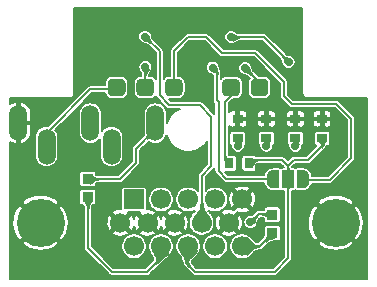
<source format=gbr>
G04 #@! TF.GenerationSoftware,KiCad,Pcbnew,(5.1.10-1-10_14)*
G04 #@! TF.CreationDate,2021-12-25T17:30:19-05:00*
G04 #@! TF.ProjectId,SNES2VGA,534e4553-3256-4474-912e-6b696361645f,1*
G04 #@! TF.SameCoordinates,Original*
G04 #@! TF.FileFunction,Copper,L1,Top*
G04 #@! TF.FilePolarity,Positive*
%FSLAX46Y46*%
G04 Gerber Fmt 4.6, Leading zero omitted, Abs format (unit mm)*
G04 Created by KiCad (PCBNEW (5.1.10-1-10_14)) date 2021-12-25 17:30:20*
%MOMM*%
%LPD*%
G01*
G04 APERTURE LIST*
G04 #@! TA.AperFunction,SMDPad,CuDef*
%ADD10R,0.970000X0.920000*%
G04 #@! TD*
G04 #@! TA.AperFunction,ComponentPad*
%ADD11O,1.508000X3.016000*%
G04 #@! TD*
G04 #@! TA.AperFunction,ComponentPad*
%ADD12C,1.700000*%
G04 #@! TD*
G04 #@! TA.AperFunction,ComponentPad*
%ADD13C,4.066000*%
G04 #@! TD*
G04 #@! TA.AperFunction,ComponentPad*
%ADD14R,1.700000X1.700000*%
G04 #@! TD*
G04 #@! TA.AperFunction,SMDPad,CuDef*
%ADD15R,0.790000X0.930000*%
G04 #@! TD*
G04 #@! TA.AperFunction,SMDPad,CuDef*
%ADD16R,0.930000X0.790000*%
G04 #@! TD*
G04 #@! TA.AperFunction,SMDPad,CuDef*
%ADD17C,0.152400*%
G04 #@! TD*
G04 #@! TA.AperFunction,SMDPad,CuDef*
%ADD18R,1.000000X1.500000*%
G04 #@! TD*
G04 #@! TA.AperFunction,ViaPad*
%ADD19C,0.700000*%
G04 #@! TD*
G04 #@! TA.AperFunction,Conductor*
%ADD20C,0.200000*%
G04 #@! TD*
G04 #@! TA.AperFunction,Conductor*
%ADD21C,0.160000*%
G04 #@! TD*
G04 #@! TA.AperFunction,Conductor*
%ADD22C,0.152400*%
G04 #@! TD*
G04 #@! TA.AperFunction,Conductor*
%ADD23C,0.025400*%
G04 #@! TD*
G04 APERTURE END LIST*
D10*
X132430000Y-103275000D03*
X132430000Y-104825000D03*
X148060000Y-106310000D03*
X148060000Y-107860000D03*
D11*
X126550000Y-98550000D03*
X128950000Y-100550000D03*
X132650000Y-98550000D03*
X134450000Y-100550000D03*
X138150000Y-98550000D03*
G04 #@! TA.AperFunction,ConnectorPad*
G36*
G01*
X146230000Y-95915000D02*
X146230000Y-95165000D01*
G75*
G02*
X146605000Y-94790000I375000J0D01*
G01*
X147355000Y-94790000D01*
G75*
G02*
X147730000Y-95165000I0J-375000D01*
G01*
X147730000Y-95915000D01*
G75*
G02*
X147355000Y-96290000I-375000J0D01*
G01*
X146605000Y-96290000D01*
G75*
G02*
X146230000Y-95915000I0J375000D01*
G01*
G37*
G04 #@! TD.AperFunction*
G04 #@! TA.AperFunction,ConnectorPad*
G36*
G01*
X143810000Y-95915000D02*
X143810000Y-95165000D01*
G75*
G02*
X144185000Y-94790000I375000J0D01*
G01*
X144935000Y-94790000D01*
G75*
G02*
X145310000Y-95165000I0J-375000D01*
G01*
X145310000Y-95915000D01*
G75*
G02*
X144935000Y-96290000I-375000J0D01*
G01*
X144185000Y-96290000D01*
G75*
G02*
X143810000Y-95915000I0J375000D01*
G01*
G37*
G04 #@! TD.AperFunction*
G04 #@! TA.AperFunction,ConnectorPad*
G36*
G01*
X141390000Y-95915000D02*
X141390000Y-95165000D01*
G75*
G02*
X141765000Y-94790000I375000J0D01*
G01*
X142515000Y-94790000D01*
G75*
G02*
X142890000Y-95165000I0J-375000D01*
G01*
X142890000Y-95915000D01*
G75*
G02*
X142515000Y-96290000I-375000J0D01*
G01*
X141765000Y-96290000D01*
G75*
G02*
X141390000Y-95915000I0J375000D01*
G01*
G37*
G04 #@! TD.AperFunction*
G04 #@! TA.AperFunction,ConnectorPad*
G36*
G01*
X138970000Y-95915000D02*
X138970000Y-95165000D01*
G75*
G02*
X139345000Y-94790000I375000J0D01*
G01*
X140095000Y-94790000D01*
G75*
G02*
X140470000Y-95165000I0J-375000D01*
G01*
X140470000Y-95915000D01*
G75*
G02*
X140095000Y-96290000I-375000J0D01*
G01*
X139345000Y-96290000D01*
G75*
G02*
X138970000Y-95915000I0J375000D01*
G01*
G37*
G04 #@! TD.AperFunction*
G04 #@! TA.AperFunction,ConnectorPad*
G36*
G01*
X136550000Y-95915000D02*
X136550000Y-95165000D01*
G75*
G02*
X136925000Y-94790000I375000J0D01*
G01*
X137675000Y-94790000D01*
G75*
G02*
X138050000Y-95165000I0J-375000D01*
G01*
X138050000Y-95915000D01*
G75*
G02*
X137675000Y-96290000I-375000J0D01*
G01*
X136925000Y-96290000D01*
G75*
G02*
X136550000Y-95915000I0J375000D01*
G01*
G37*
G04 #@! TD.AperFunction*
G04 #@! TA.AperFunction,ConnectorPad*
G36*
G01*
X134130000Y-95915000D02*
X134130000Y-95165000D01*
G75*
G02*
X134505000Y-94790000I375000J0D01*
G01*
X135255000Y-94790000D01*
G75*
G02*
X135630000Y-95165000I0J-375000D01*
G01*
X135630000Y-95915000D01*
G75*
G02*
X135255000Y-96290000I-375000J0D01*
G01*
X134505000Y-96290000D01*
G75*
G02*
X134130000Y-95915000I0J375000D01*
G01*
G37*
G04 #@! TD.AperFunction*
D12*
X145505000Y-108980000D03*
X143215000Y-108980000D03*
X140925000Y-108980000D03*
X138635000Y-108980000D03*
X136345000Y-108980000D03*
X144360000Y-107000000D03*
X142070000Y-107000000D03*
X139780000Y-107000000D03*
X137490000Y-107000000D03*
X135200000Y-107000000D03*
X145505000Y-105020000D03*
X143215000Y-105020000D03*
X140925000Y-105020000D03*
X138635000Y-105020000D03*
D13*
X153420000Y-107000000D03*
X128430000Y-107000000D03*
D14*
X136345000Y-105020000D03*
D15*
X144430000Y-101960000D03*
X146070000Y-101960000D03*
D16*
X145130000Y-99840000D03*
X145130000Y-98200000D03*
X147560000Y-99840000D03*
X147560000Y-98200000D03*
X150010000Y-99840000D03*
X150010000Y-98200000D03*
X152270000Y-99840000D03*
X152270000Y-98200000D03*
G04 #@! TA.AperFunction,SMDPad,CuDef*
D17*
G36*
X148640000Y-104050000D02*
G01*
X148090000Y-104050000D01*
X148090000Y-104049398D01*
X148065466Y-104049398D01*
X148016635Y-104044588D01*
X147968510Y-104035016D01*
X147921555Y-104020772D01*
X147876222Y-104001995D01*
X147832949Y-103978864D01*
X147792150Y-103951604D01*
X147754221Y-103920476D01*
X147719524Y-103885779D01*
X147688396Y-103847850D01*
X147661136Y-103807051D01*
X147638005Y-103763778D01*
X147619228Y-103718445D01*
X147604984Y-103671490D01*
X147595412Y-103623365D01*
X147590602Y-103574534D01*
X147590602Y-103550000D01*
X147590000Y-103550000D01*
X147590000Y-103050000D01*
X147590602Y-103050000D01*
X147590602Y-103025466D01*
X147595412Y-102976635D01*
X147604984Y-102928510D01*
X147619228Y-102881555D01*
X147638005Y-102836222D01*
X147661136Y-102792949D01*
X147688396Y-102752150D01*
X147719524Y-102714221D01*
X147754221Y-102679524D01*
X147792150Y-102648396D01*
X147832949Y-102621136D01*
X147876222Y-102598005D01*
X147921555Y-102579228D01*
X147968510Y-102564984D01*
X148016635Y-102555412D01*
X148065466Y-102550602D01*
X148090000Y-102550602D01*
X148090000Y-102550000D01*
X148640000Y-102550000D01*
X148640000Y-104050000D01*
G37*
G04 #@! TD.AperFunction*
G04 #@! TA.AperFunction,SMDPad,CuDef*
G36*
X150690000Y-102550602D02*
G01*
X150714534Y-102550602D01*
X150763365Y-102555412D01*
X150811490Y-102564984D01*
X150858445Y-102579228D01*
X150903778Y-102598005D01*
X150947051Y-102621136D01*
X150987850Y-102648396D01*
X151025779Y-102679524D01*
X151060476Y-102714221D01*
X151091604Y-102752150D01*
X151118864Y-102792949D01*
X151141995Y-102836222D01*
X151160772Y-102881555D01*
X151175016Y-102928510D01*
X151184588Y-102976635D01*
X151189398Y-103025466D01*
X151189398Y-103050000D01*
X151190000Y-103050000D01*
X151190000Y-103550000D01*
X151189398Y-103550000D01*
X151189398Y-103574534D01*
X151184588Y-103623365D01*
X151175016Y-103671490D01*
X151160772Y-103718445D01*
X151141995Y-103763778D01*
X151118864Y-103807051D01*
X151091604Y-103847850D01*
X151060476Y-103885779D01*
X151025779Y-103920476D01*
X150987850Y-103951604D01*
X150947051Y-103978864D01*
X150903778Y-104001995D01*
X150858445Y-104020772D01*
X150811490Y-104035016D01*
X150763365Y-104044588D01*
X150714534Y-104049398D01*
X150690000Y-104049398D01*
X150690000Y-104050000D01*
X150140000Y-104050000D01*
X150140000Y-102550000D01*
X150690000Y-102550000D01*
X150690000Y-102550602D01*
G37*
G04 #@! TD.AperFunction*
D18*
X149390000Y-103300000D03*
D19*
X145760000Y-93900000D03*
X145150000Y-100480000D03*
X147550000Y-100469950D03*
X149430000Y-93380000D03*
X144560000Y-91259991D03*
X150010000Y-100490000D03*
X143010000Y-93850000D03*
X137310000Y-93809998D03*
X137280000Y-91240000D03*
X146200000Y-106939990D03*
X137540000Y-102880000D03*
X139810000Y-103440000D03*
X141470000Y-93030000D03*
D20*
X146960000Y-95470000D02*
X146960000Y-95100000D01*
X146960000Y-95100000D02*
X145760000Y-93900000D01*
X145150000Y-100480000D02*
X145150000Y-99880000D01*
X147550000Y-100470000D02*
X147550000Y-99840000D01*
X144580009Y-91280000D02*
X144560000Y-91259991D01*
X147330000Y-91280000D02*
X144580009Y-91280000D01*
X149430000Y-93380000D02*
X147330000Y-91280000D01*
X150020000Y-100460000D02*
X150020000Y-99820000D01*
X134470000Y-95690000D02*
X132650000Y-95690000D01*
X132650000Y-95690000D02*
X128950000Y-99390000D01*
X128950000Y-99390000D02*
X128950000Y-99720000D01*
X146110000Y-101670000D02*
X148880000Y-101670000D01*
X145880000Y-101900000D02*
X146110000Y-101670000D01*
X148880000Y-101670000D02*
X149390000Y-102180000D01*
X145880000Y-101710000D02*
X145880000Y-101900000D01*
X149360000Y-102190000D02*
X149360000Y-103310000D01*
X151055000Y-101690000D02*
X149860000Y-101690000D01*
X152270000Y-100475000D02*
X151055000Y-101690000D01*
X149860000Y-101690000D02*
X149360000Y-102190000D01*
X152270000Y-99830000D02*
X152270000Y-100475000D01*
X140940000Y-110580000D02*
X140940000Y-109250000D01*
X141490000Y-111130000D02*
X140940000Y-110580000D01*
X140940000Y-109250000D02*
X140660000Y-108970000D01*
X149390000Y-103035000D02*
X149390000Y-110010000D01*
X148270000Y-111130000D02*
X141490000Y-111130000D01*
X149390000Y-110010000D02*
X148270000Y-111130000D01*
X149195000Y-102840000D02*
X149390000Y-103035000D01*
X151000000Y-103350000D02*
X151000000Y-102840000D01*
X152900000Y-103350000D02*
X151000000Y-103350000D01*
X154720000Y-101530000D02*
X152900000Y-103350000D01*
X143820000Y-92630000D02*
X146610000Y-92630000D01*
X153470000Y-96930000D02*
X154720000Y-98180000D01*
X149700000Y-96930000D02*
X153470000Y-96930000D01*
X154720000Y-98180000D02*
X154720000Y-101530000D01*
X149060000Y-95080000D02*
X149060000Y-96290000D01*
X146610000Y-92630000D02*
X149060000Y-95080000D01*
X142480000Y-91290000D02*
X143820000Y-92630000D01*
X149060000Y-96290000D02*
X149700000Y-96930000D01*
X140900000Y-91290000D02*
X142480000Y-91290000D01*
X139710000Y-92480000D02*
X140900000Y-91290000D01*
X139710000Y-95690000D02*
X139710000Y-92480000D01*
X143500000Y-96770000D02*
X143360000Y-96630000D01*
X143500000Y-102617100D02*
X143500000Y-96770000D01*
X143360000Y-96630000D02*
X143360000Y-94200000D01*
X143360000Y-94200000D02*
X143010000Y-93850000D01*
X144142900Y-103260000D02*
X143500000Y-102617100D01*
X147750000Y-103260000D02*
X144142900Y-103260000D01*
X137090000Y-95690000D02*
X137310000Y-95470000D01*
X137310000Y-95470000D02*
X137310000Y-93809998D01*
X139310000Y-97010000D02*
X138510000Y-96210000D01*
X141910000Y-97010000D02*
X139310000Y-97010000D01*
X138510000Y-96210000D02*
X138510000Y-92470000D01*
X142070000Y-106760000D02*
X142070000Y-103000000D01*
X142900000Y-98000000D02*
X141910000Y-97010000D01*
X142900000Y-102170000D02*
X142900000Y-98000000D01*
X138510000Y-92470000D02*
X137280000Y-91240000D01*
X142070000Y-103000000D02*
X142900000Y-102170000D01*
X141820000Y-107010000D02*
X142070000Y-106760000D01*
X144570000Y-96220000D02*
X144060000Y-96730000D01*
X144570000Y-96070000D02*
X144570000Y-96220000D01*
X144060000Y-101670000D02*
X144130000Y-101740000D01*
X144060000Y-96730000D02*
X144060000Y-101670000D01*
X144950000Y-95690000D02*
X144570000Y-96070000D01*
X138620000Y-109250000D02*
X138360000Y-108990000D01*
X138620000Y-109960000D02*
X138620000Y-109250000D01*
X134460000Y-111130000D02*
X137450000Y-111130000D01*
X137450000Y-111130000D02*
X138620000Y-109960000D01*
X132430000Y-109100000D02*
X134460000Y-111130000D01*
X132430000Y-104825000D02*
X132430000Y-109100000D01*
X138150000Y-98550000D02*
X138150000Y-99060000D01*
X138150000Y-99060000D02*
X136480000Y-100730000D01*
X136480000Y-100730000D02*
X136480000Y-101920000D01*
X136480000Y-101920000D02*
X135130000Y-103270000D01*
X135130000Y-103270000D02*
X132390000Y-103270000D01*
X146889990Y-106250000D02*
X146200000Y-106939990D01*
X148020000Y-106250000D02*
X146889990Y-106250000D01*
X148060000Y-107890000D02*
X146980000Y-108970000D01*
X146980000Y-108970000D02*
X145250000Y-108970000D01*
X148060000Y-107860000D02*
X148060000Y-107890000D01*
D21*
X150610001Y-96105744D02*
X150608597Y-96120000D01*
X150614196Y-96176850D01*
X150630779Y-96231515D01*
X150657707Y-96281895D01*
X150693947Y-96326053D01*
X150738105Y-96362293D01*
X150788485Y-96389221D01*
X150843150Y-96405804D01*
X150885755Y-96410000D01*
X150900000Y-96411403D01*
X150914245Y-96410000D01*
X156060000Y-96410000D01*
X156060001Y-111770000D01*
X125840000Y-111770000D01*
X125840000Y-108703272D01*
X126896434Y-108703272D01*
X127133208Y-108989037D01*
X127546167Y-109203810D01*
X127993092Y-109333891D01*
X128456807Y-109374283D01*
X128919491Y-109323432D01*
X129363365Y-109183293D01*
X129726792Y-108989037D01*
X129963566Y-108703272D01*
X128430000Y-107169706D01*
X126896434Y-108703272D01*
X125840000Y-108703272D01*
X125840000Y-107026807D01*
X126055717Y-107026807D01*
X126106568Y-107489491D01*
X126246707Y-107933365D01*
X126440963Y-108296792D01*
X126726728Y-108533566D01*
X128260294Y-107000000D01*
X128599706Y-107000000D01*
X130133272Y-108533566D01*
X130419037Y-108296792D01*
X130633810Y-107883833D01*
X130763891Y-107436908D01*
X130804283Y-106973193D01*
X130753432Y-106510509D01*
X130613293Y-106066635D01*
X130419037Y-105703208D01*
X130133272Y-105466434D01*
X128599706Y-107000000D01*
X128260294Y-107000000D01*
X126726728Y-105466434D01*
X126440963Y-105703208D01*
X126226190Y-106116167D01*
X126096109Y-106563092D01*
X126055717Y-107026807D01*
X125840000Y-107026807D01*
X125840000Y-105296728D01*
X126896434Y-105296728D01*
X128430000Y-106830294D01*
X129963566Y-105296728D01*
X129726792Y-105010963D01*
X129313833Y-104796190D01*
X128866908Y-104666109D01*
X128403193Y-104625717D01*
X127940509Y-104676568D01*
X127496635Y-104816707D01*
X127133208Y-105010963D01*
X126896434Y-105296728D01*
X125840000Y-105296728D01*
X125840000Y-104365000D01*
X131703839Y-104365000D01*
X131703839Y-105285000D01*
X131708473Y-105332048D01*
X131722196Y-105377288D01*
X131744482Y-105418982D01*
X131774473Y-105455527D01*
X131811018Y-105485518D01*
X131852712Y-105507804D01*
X131897952Y-105521527D01*
X131945000Y-105526161D01*
X132053057Y-105526161D01*
X132064304Y-105551317D01*
X132076788Y-105593946D01*
X132086034Y-105653130D01*
X132090000Y-105740455D01*
X132090001Y-109083297D01*
X132088356Y-109100000D01*
X132094920Y-109166651D01*
X132114361Y-109230741D01*
X132145933Y-109289807D01*
X132173529Y-109323432D01*
X132188422Y-109341579D01*
X132201394Y-109352225D01*
X134207779Y-111358612D01*
X134218421Y-111371579D01*
X134231387Y-111382220D01*
X134231393Y-111382226D01*
X134252653Y-111399673D01*
X134270192Y-111414067D01*
X134329258Y-111445639D01*
X134393348Y-111465080D01*
X134443299Y-111470000D01*
X134443307Y-111470000D01*
X134460000Y-111471644D01*
X134476693Y-111470000D01*
X137433307Y-111470000D01*
X137450000Y-111471644D01*
X137466693Y-111470000D01*
X137466701Y-111470000D01*
X137516652Y-111465080D01*
X137580742Y-111445639D01*
X137639808Y-111414067D01*
X137691579Y-111371579D01*
X137702230Y-111358602D01*
X138350465Y-110710366D01*
X138487701Y-110575757D01*
X138604245Y-110466252D01*
X138705688Y-110375135D01*
X138797338Y-110296082D01*
X138884595Y-110222789D01*
X138971007Y-110150479D01*
X138972913Y-110148867D01*
X139062413Y-110072376D01*
X139065964Y-110069281D01*
X139162668Y-109983292D01*
X139166907Y-109979431D01*
X139275272Y-109878336D01*
X139279405Y-109874387D01*
X139324630Y-109830135D01*
X139329834Y-109826658D01*
X139481658Y-109674834D01*
X139600945Y-109496309D01*
X139683112Y-109297941D01*
X139725000Y-109087356D01*
X139725000Y-108872644D01*
X139683112Y-108662059D01*
X139600945Y-108463691D01*
X139481658Y-108285166D01*
X139329834Y-108133342D01*
X139151309Y-108014055D01*
X138952941Y-107931888D01*
X138742356Y-107890000D01*
X138527644Y-107890000D01*
X138317059Y-107931888D01*
X138118691Y-108014055D01*
X137940166Y-108133342D01*
X137788342Y-108285166D01*
X137669055Y-108463691D01*
X137586888Y-108662059D01*
X137545000Y-108872644D01*
X137545000Y-109087356D01*
X137586888Y-109297941D01*
X137669055Y-109496309D01*
X137697056Y-109538215D01*
X137713902Y-109571080D01*
X137720612Y-109583285D01*
X137788530Y-109698750D01*
X137791003Y-109702860D01*
X137856040Y-109808536D01*
X137909710Y-109900678D01*
X137945744Y-109975526D01*
X137962865Y-110030589D01*
X137965774Y-110068101D01*
X137958681Y-110102745D01*
X137932210Y-110153900D01*
X137863149Y-110236019D01*
X137309169Y-110790000D01*
X134600833Y-110790000D01*
X132770000Y-108959169D01*
X132770000Y-108872644D01*
X135255000Y-108872644D01*
X135255000Y-109087356D01*
X135296888Y-109297941D01*
X135379055Y-109496309D01*
X135498342Y-109674834D01*
X135650166Y-109826658D01*
X135828691Y-109945945D01*
X136027059Y-110028112D01*
X136237644Y-110070000D01*
X136452356Y-110070000D01*
X136662941Y-110028112D01*
X136861309Y-109945945D01*
X137039834Y-109826658D01*
X137191658Y-109674834D01*
X137310945Y-109496309D01*
X137393112Y-109297941D01*
X137435000Y-109087356D01*
X137435000Y-108872644D01*
X137393112Y-108662059D01*
X137310945Y-108463691D01*
X137191658Y-108285166D01*
X137039834Y-108133342D01*
X136861309Y-108014055D01*
X136662941Y-107931888D01*
X136452356Y-107890000D01*
X136237644Y-107890000D01*
X136027059Y-107931888D01*
X135828691Y-108014055D01*
X135650166Y-108133342D01*
X135498342Y-108285166D01*
X135379055Y-108463691D01*
X135296888Y-108662059D01*
X135255000Y-108872644D01*
X132770000Y-108872644D01*
X132770000Y-107860311D01*
X134509394Y-107860311D01*
X134603717Y-108024869D01*
X134815117Y-108121505D01*
X135041307Y-108175042D01*
X135273595Y-108183423D01*
X135503055Y-108146327D01*
X135720869Y-108065177D01*
X135796283Y-108024869D01*
X135890606Y-107860311D01*
X136799394Y-107860311D01*
X136893717Y-108024869D01*
X137105117Y-108121505D01*
X137331307Y-108175042D01*
X137563595Y-108183423D01*
X137793055Y-108146327D01*
X138010869Y-108065177D01*
X138086283Y-108024869D01*
X138180606Y-107860311D01*
X139089394Y-107860311D01*
X139183717Y-108024869D01*
X139395117Y-108121505D01*
X139621307Y-108175042D01*
X139853595Y-108183423D01*
X140083055Y-108146327D01*
X140300869Y-108065177D01*
X140376283Y-108024869D01*
X140470606Y-107860311D01*
X139780000Y-107169706D01*
X139089394Y-107860311D01*
X138180606Y-107860311D01*
X137490000Y-107169706D01*
X136799394Y-107860311D01*
X135890606Y-107860311D01*
X135200000Y-107169706D01*
X134509394Y-107860311D01*
X132770000Y-107860311D01*
X132770000Y-107073595D01*
X134016577Y-107073595D01*
X134053673Y-107303055D01*
X134134823Y-107520869D01*
X134175131Y-107596283D01*
X134339689Y-107690606D01*
X135030294Y-107000000D01*
X135369706Y-107000000D01*
X136060311Y-107690606D01*
X136224869Y-107596283D01*
X136321505Y-107384883D01*
X136342537Y-107296026D01*
X136343673Y-107303055D01*
X136424823Y-107520869D01*
X136465131Y-107596283D01*
X136629689Y-107690606D01*
X137320294Y-107000000D01*
X137659706Y-107000000D01*
X138350311Y-107690606D01*
X138514869Y-107596283D01*
X138611505Y-107384883D01*
X138632537Y-107296026D01*
X138633673Y-107303055D01*
X138714823Y-107520869D01*
X138755131Y-107596283D01*
X138919689Y-107690606D01*
X139610294Y-107000000D01*
X139949706Y-107000000D01*
X140640311Y-107690606D01*
X140804869Y-107596283D01*
X140901505Y-107384883D01*
X140955042Y-107158693D01*
X140963423Y-106926405D01*
X140926327Y-106696945D01*
X140845177Y-106479131D01*
X140804869Y-106403717D01*
X140640311Y-106309394D01*
X139949706Y-107000000D01*
X139610294Y-107000000D01*
X138919689Y-106309394D01*
X138755131Y-106403717D01*
X138658495Y-106615117D01*
X138637463Y-106703974D01*
X138636327Y-106696945D01*
X138555177Y-106479131D01*
X138514869Y-106403717D01*
X138350311Y-106309394D01*
X137659706Y-107000000D01*
X137320294Y-107000000D01*
X136629689Y-106309394D01*
X136465131Y-106403717D01*
X136368495Y-106615117D01*
X136347463Y-106703974D01*
X136346327Y-106696945D01*
X136265177Y-106479131D01*
X136224869Y-106403717D01*
X136060311Y-106309394D01*
X135369706Y-107000000D01*
X135030294Y-107000000D01*
X134339689Y-106309394D01*
X134175131Y-106403717D01*
X134078495Y-106615117D01*
X134024958Y-106841307D01*
X134016577Y-107073595D01*
X132770000Y-107073595D01*
X132770000Y-106139689D01*
X134509394Y-106139689D01*
X135200000Y-106830294D01*
X135890606Y-106139689D01*
X135874254Y-106111161D01*
X136815746Y-106111161D01*
X136799394Y-106139689D01*
X137490000Y-106830294D01*
X138180606Y-106139689D01*
X139089394Y-106139689D01*
X139780000Y-106830294D01*
X140470606Y-106139689D01*
X140376283Y-105975131D01*
X140164883Y-105878495D01*
X139938693Y-105824958D01*
X139706405Y-105816577D01*
X139476945Y-105853673D01*
X139259131Y-105934823D01*
X139183717Y-105975131D01*
X139089394Y-106139689D01*
X138180606Y-106139689D01*
X138086283Y-105975131D01*
X137874883Y-105878495D01*
X137648693Y-105824958D01*
X137436161Y-105817290D01*
X137436161Y-104912644D01*
X137545000Y-104912644D01*
X137545000Y-105127356D01*
X137586888Y-105337941D01*
X137669055Y-105536309D01*
X137788342Y-105714834D01*
X137940166Y-105866658D01*
X138118691Y-105985945D01*
X138317059Y-106068112D01*
X138527644Y-106110000D01*
X138742356Y-106110000D01*
X138952941Y-106068112D01*
X139151309Y-105985945D01*
X139329834Y-105866658D01*
X139481658Y-105714834D01*
X139600945Y-105536309D01*
X139683112Y-105337941D01*
X139725000Y-105127356D01*
X139725000Y-104912644D01*
X139683112Y-104702059D01*
X139600945Y-104503691D01*
X139481658Y-104325166D01*
X139329834Y-104173342D01*
X139151309Y-104054055D01*
X138952941Y-103971888D01*
X138742356Y-103930000D01*
X138527644Y-103930000D01*
X138317059Y-103971888D01*
X138118691Y-104054055D01*
X137940166Y-104173342D01*
X137788342Y-104325166D01*
X137669055Y-104503691D01*
X137586888Y-104702059D01*
X137545000Y-104912644D01*
X137436161Y-104912644D01*
X137436161Y-104170000D01*
X137431527Y-104122952D01*
X137417804Y-104077712D01*
X137395518Y-104036018D01*
X137365527Y-103999473D01*
X137328982Y-103969482D01*
X137287288Y-103947196D01*
X137242048Y-103933473D01*
X137195000Y-103928839D01*
X135495000Y-103928839D01*
X135447952Y-103933473D01*
X135402712Y-103947196D01*
X135361018Y-103969482D01*
X135324473Y-103999473D01*
X135294482Y-104036018D01*
X135272196Y-104077712D01*
X135258473Y-104122952D01*
X135253839Y-104170000D01*
X135253839Y-105821175D01*
X135126405Y-105816577D01*
X134896945Y-105853673D01*
X134679131Y-105934823D01*
X134603717Y-105975131D01*
X134509394Y-106139689D01*
X132770000Y-106139689D01*
X132770000Y-105740447D01*
X132773965Y-105653130D01*
X132783211Y-105593946D01*
X132795695Y-105551317D01*
X132806942Y-105526161D01*
X132915000Y-105526161D01*
X132962048Y-105521527D01*
X133007288Y-105507804D01*
X133048982Y-105485518D01*
X133085527Y-105455527D01*
X133115518Y-105418982D01*
X133137804Y-105377288D01*
X133151527Y-105332048D01*
X133156161Y-105285000D01*
X133156161Y-104365000D01*
X133151527Y-104317952D01*
X133137804Y-104272712D01*
X133115518Y-104231018D01*
X133085527Y-104194473D01*
X133048982Y-104164482D01*
X133007288Y-104142196D01*
X132962048Y-104128473D01*
X132915000Y-104123839D01*
X131945000Y-104123839D01*
X131897952Y-104128473D01*
X131852712Y-104142196D01*
X131811018Y-104164482D01*
X131774473Y-104194473D01*
X131744482Y-104231018D01*
X131722196Y-104272712D01*
X131708473Y-104317952D01*
X131703839Y-104365000D01*
X125840000Y-104365000D01*
X125840000Y-102815000D01*
X131703839Y-102815000D01*
X131703839Y-103735000D01*
X131708473Y-103782048D01*
X131722196Y-103827288D01*
X131744482Y-103868982D01*
X131774473Y-103905527D01*
X131811018Y-103935518D01*
X131852712Y-103957804D01*
X131897952Y-103971527D01*
X131945000Y-103976161D01*
X132915000Y-103976161D01*
X132962048Y-103971527D01*
X133007288Y-103957804D01*
X133048982Y-103935518D01*
X133085527Y-103905527D01*
X133115518Y-103868982D01*
X133137804Y-103827288D01*
X133151527Y-103782048D01*
X133156161Y-103735000D01*
X133156161Y-103628721D01*
X133174491Y-103622820D01*
X133226070Y-103613976D01*
X133305960Y-103610000D01*
X135113307Y-103610000D01*
X135130000Y-103611644D01*
X135146693Y-103610000D01*
X135146701Y-103610000D01*
X135196652Y-103605080D01*
X135260742Y-103585639D01*
X135319808Y-103554067D01*
X135371579Y-103511579D01*
X135382229Y-103498602D01*
X136708612Y-102172221D01*
X136721579Y-102161579D01*
X136732220Y-102148613D01*
X136732225Y-102148608D01*
X136764067Y-102109808D01*
X136782630Y-102075080D01*
X136795639Y-102050742D01*
X136815080Y-101986652D01*
X136820000Y-101936701D01*
X136820000Y-101936694D01*
X136821644Y-101920001D01*
X136820000Y-101903308D01*
X136820000Y-100870831D01*
X137573814Y-100117017D01*
X137595092Y-100134479D01*
X137767773Y-100226779D01*
X137955143Y-100283617D01*
X138150000Y-100302809D01*
X138344858Y-100283617D01*
X138532228Y-100226779D01*
X138704909Y-100134479D01*
X138856265Y-100010265D01*
X138980479Y-99858909D01*
X139072779Y-99686228D01*
X139113891Y-99550700D01*
X139131383Y-99638638D01*
X139273169Y-99980940D01*
X139479010Y-100289003D01*
X139740997Y-100550990D01*
X140049060Y-100756831D01*
X140391362Y-100898617D01*
X140754748Y-100970899D01*
X141125252Y-100970899D01*
X141488638Y-100898617D01*
X141830940Y-100756831D01*
X142139003Y-100550990D01*
X142400990Y-100289003D01*
X142560001Y-100051027D01*
X142560000Y-102029167D01*
X141841394Y-102747775D01*
X141828422Y-102758421D01*
X141817776Y-102771393D01*
X141817775Y-102771394D01*
X141785933Y-102810193D01*
X141754361Y-102869259D01*
X141734920Y-102933349D01*
X141728356Y-103000000D01*
X141730001Y-103016703D01*
X141730001Y-104283509D01*
X141619834Y-104173342D01*
X141441309Y-104054055D01*
X141242941Y-103971888D01*
X141032356Y-103930000D01*
X140817644Y-103930000D01*
X140607059Y-103971888D01*
X140408691Y-104054055D01*
X140230166Y-104173342D01*
X140078342Y-104325166D01*
X139959055Y-104503691D01*
X139876888Y-104702059D01*
X139835000Y-104912644D01*
X139835000Y-105127356D01*
X139876888Y-105337941D01*
X139959055Y-105536309D01*
X140078342Y-105714834D01*
X140230166Y-105866658D01*
X140408691Y-105985945D01*
X140607059Y-106068112D01*
X140817644Y-106110000D01*
X141032356Y-106110000D01*
X141242941Y-106068112D01*
X141441309Y-105985945D01*
X141487877Y-105954829D01*
X141480171Y-105964061D01*
X141393562Y-106064505D01*
X141387901Y-106071321D01*
X141297047Y-106184909D01*
X141286242Y-106199518D01*
X141195198Y-106332905D01*
X141182977Y-106352830D01*
X141144046Y-106423840D01*
X141104055Y-106483691D01*
X141021888Y-106682059D01*
X140980000Y-106892644D01*
X140980000Y-107107356D01*
X141021888Y-107317941D01*
X141104055Y-107516309D01*
X141223342Y-107694834D01*
X141375166Y-107846658D01*
X141553691Y-107965945D01*
X141752059Y-108048112D01*
X141962644Y-108090000D01*
X142177356Y-108090000D01*
X142387941Y-108048112D01*
X142586309Y-107965945D01*
X142744400Y-107860311D01*
X143669394Y-107860311D01*
X143763717Y-108024869D01*
X143975117Y-108121505D01*
X144201307Y-108175042D01*
X144433595Y-108183423D01*
X144663055Y-108146327D01*
X144880869Y-108065177D01*
X144956283Y-108024869D01*
X145050606Y-107860311D01*
X144360000Y-107169706D01*
X143669394Y-107860311D01*
X142744400Y-107860311D01*
X142764834Y-107846658D01*
X142916658Y-107694834D01*
X143035945Y-107516309D01*
X143118112Y-107317941D01*
X143160000Y-107107356D01*
X143160000Y-107073595D01*
X143176577Y-107073595D01*
X143213673Y-107303055D01*
X143294823Y-107520869D01*
X143335131Y-107596283D01*
X143499689Y-107690606D01*
X144190294Y-107000000D01*
X144529706Y-107000000D01*
X145220311Y-107690606D01*
X145384869Y-107596283D01*
X145481505Y-107384883D01*
X145535042Y-107158693D01*
X145543423Y-106926405D01*
X145536225Y-106881880D01*
X145610000Y-106881880D01*
X145610000Y-106998100D01*
X145632673Y-107112087D01*
X145677149Y-107219460D01*
X145741717Y-107316093D01*
X145823897Y-107398273D01*
X145920530Y-107462841D01*
X146027903Y-107507317D01*
X146141890Y-107529990D01*
X146258110Y-107529990D01*
X146372097Y-107507317D01*
X146479470Y-107462841D01*
X146576103Y-107398273D01*
X146658283Y-107316093D01*
X146722851Y-107219460D01*
X146767327Y-107112087D01*
X146772932Y-107083910D01*
X146780472Y-107059692D01*
X146784287Y-107046027D01*
X146799011Y-106986560D01*
X146801073Y-106977483D01*
X146812232Y-106923524D01*
X146812530Y-106922057D01*
X146821704Y-106876258D01*
X146829860Y-106841896D01*
X146837978Y-106816619D01*
X146847835Y-106794528D01*
X146863061Y-106769126D01*
X146888556Y-106735759D01*
X146931633Y-106689189D01*
X147030823Y-106590000D01*
X147134402Y-106590000D01*
X147217641Y-106593890D01*
X147272405Y-106602792D01*
X147310028Y-106614431D01*
X147333839Y-106625910D01*
X147333839Y-106770000D01*
X147338473Y-106817048D01*
X147352196Y-106862288D01*
X147374482Y-106903982D01*
X147404473Y-106940527D01*
X147441018Y-106970518D01*
X147482712Y-106992804D01*
X147527952Y-107006527D01*
X147575000Y-107011161D01*
X148545000Y-107011161D01*
X148592048Y-107006527D01*
X148637288Y-106992804D01*
X148678982Y-106970518D01*
X148715527Y-106940527D01*
X148745518Y-106903982D01*
X148767804Y-106862288D01*
X148781527Y-106817048D01*
X148786161Y-106770000D01*
X148786161Y-105850000D01*
X148781527Y-105802952D01*
X148767804Y-105757712D01*
X148745518Y-105716018D01*
X148715527Y-105679473D01*
X148678982Y-105649482D01*
X148637288Y-105627196D01*
X148592048Y-105613473D01*
X148545000Y-105608839D01*
X147575000Y-105608839D01*
X147527952Y-105613473D01*
X147482712Y-105627196D01*
X147441018Y-105649482D01*
X147404473Y-105679473D01*
X147374482Y-105716018D01*
X147352196Y-105757712D01*
X147338473Y-105802952D01*
X147333839Y-105850000D01*
X147333839Y-105887261D01*
X147298689Y-105896400D01*
X147230606Y-105906020D01*
X147135011Y-105910000D01*
X146906682Y-105910000D01*
X146889989Y-105908356D01*
X146873296Y-105910000D01*
X146873289Y-105910000D01*
X146823338Y-105914920D01*
X146759248Y-105934361D01*
X146710030Y-105960669D01*
X146700182Y-105965933D01*
X146661382Y-105997775D01*
X146661377Y-105997780D01*
X146648411Y-106008421D01*
X146637769Y-106021388D01*
X146450805Y-106208353D01*
X146404231Y-106251433D01*
X146370863Y-106276928D01*
X146345461Y-106292154D01*
X146323370Y-106302011D01*
X146298093Y-106310129D01*
X146263731Y-106318285D01*
X146217932Y-106327459D01*
X146216465Y-106327757D01*
X146162506Y-106338916D01*
X146153429Y-106340978D01*
X146093962Y-106355702D01*
X146080293Y-106359519D01*
X146056080Y-106367058D01*
X146027903Y-106372663D01*
X145920530Y-106417139D01*
X145823897Y-106481707D01*
X145741717Y-106563887D01*
X145677149Y-106660520D01*
X145632673Y-106767893D01*
X145610000Y-106881880D01*
X145536225Y-106881880D01*
X145506327Y-106696945D01*
X145425177Y-106479131D01*
X145384869Y-106403717D01*
X145220311Y-106309394D01*
X144529706Y-107000000D01*
X144190294Y-107000000D01*
X143499689Y-106309394D01*
X143335131Y-106403717D01*
X143238495Y-106615117D01*
X143184958Y-106841307D01*
X143176577Y-107073595D01*
X143160000Y-107073595D01*
X143160000Y-106892644D01*
X143118112Y-106682059D01*
X143035945Y-106483691D01*
X142995948Y-106423832D01*
X142957021Y-106352829D01*
X142944801Y-106332905D01*
X142853757Y-106199518D01*
X142842952Y-106184909D01*
X142806783Y-106139689D01*
X143669394Y-106139689D01*
X144360000Y-106830294D01*
X145050606Y-106139689D01*
X145027337Y-106099093D01*
X145120117Y-106141505D01*
X145346307Y-106195042D01*
X145578595Y-106203423D01*
X145808055Y-106166327D01*
X146025869Y-106085177D01*
X146101283Y-106044869D01*
X146195606Y-105880311D01*
X145505000Y-105189706D01*
X144814394Y-105880311D01*
X144837663Y-105920907D01*
X144744883Y-105878495D01*
X144518693Y-105824958D01*
X144286405Y-105816577D01*
X144056945Y-105853673D01*
X143839131Y-105934823D01*
X143763717Y-105975131D01*
X143669394Y-106139689D01*
X142806783Y-106139689D01*
X142752098Y-106071321D01*
X142746437Y-106064505D01*
X142659828Y-105964061D01*
X142652122Y-105954829D01*
X142698691Y-105985945D01*
X142897059Y-106068112D01*
X143107644Y-106110000D01*
X143322356Y-106110000D01*
X143532941Y-106068112D01*
X143731309Y-105985945D01*
X143909834Y-105866658D01*
X144061658Y-105714834D01*
X144180945Y-105536309D01*
X144263112Y-105337941D01*
X144305000Y-105127356D01*
X144305000Y-105093595D01*
X144321577Y-105093595D01*
X144358673Y-105323055D01*
X144439823Y-105540869D01*
X144480131Y-105616283D01*
X144644689Y-105710606D01*
X145335294Y-105020000D01*
X145674706Y-105020000D01*
X146365311Y-105710606D01*
X146529869Y-105616283D01*
X146626505Y-105404883D01*
X146680042Y-105178693D01*
X146688423Y-104946405D01*
X146651327Y-104716945D01*
X146570177Y-104499131D01*
X146529869Y-104423717D01*
X146365311Y-104329394D01*
X145674706Y-105020000D01*
X145335294Y-105020000D01*
X144644689Y-104329394D01*
X144480131Y-104423717D01*
X144383495Y-104635117D01*
X144329958Y-104861307D01*
X144321577Y-105093595D01*
X144305000Y-105093595D01*
X144305000Y-104912644D01*
X144263112Y-104702059D01*
X144180945Y-104503691D01*
X144061658Y-104325166D01*
X143909834Y-104173342D01*
X143889401Y-104159689D01*
X144814394Y-104159689D01*
X145505000Y-104850294D01*
X146195606Y-104159689D01*
X146101283Y-103995131D01*
X145889883Y-103898495D01*
X145663693Y-103844958D01*
X145431405Y-103836577D01*
X145201945Y-103873673D01*
X144984131Y-103954823D01*
X144908717Y-103995131D01*
X144814394Y-104159689D01*
X143889401Y-104159689D01*
X143731309Y-104054055D01*
X143532941Y-103971888D01*
X143322356Y-103930000D01*
X143107644Y-103930000D01*
X142897059Y-103971888D01*
X142698691Y-104054055D01*
X142520166Y-104173342D01*
X142410000Y-104283508D01*
X142410000Y-103140831D01*
X143128617Y-102422216D01*
X143141578Y-102411579D01*
X143152216Y-102398617D01*
X143152225Y-102398608D01*
X143160000Y-102389134D01*
X143160000Y-102600407D01*
X143158356Y-102617100D01*
X143160000Y-102633793D01*
X143160000Y-102633800D01*
X143164920Y-102683751D01*
X143184361Y-102747841D01*
X143215933Y-102806907D01*
X143258421Y-102858678D01*
X143271394Y-102869325D01*
X143890675Y-103488607D01*
X143901321Y-103501579D01*
X143953092Y-103544067D01*
X144012158Y-103575639D01*
X144076248Y-103595080D01*
X144126199Y-103600000D01*
X144126207Y-103600000D01*
X144142900Y-103601644D01*
X144159593Y-103600000D01*
X147351345Y-103600000D01*
X147355881Y-103646057D01*
X147375003Y-103742190D01*
X147388726Y-103787429D01*
X147426235Y-103877985D01*
X147448521Y-103919680D01*
X147502977Y-104001179D01*
X147532968Y-104037724D01*
X147602276Y-104107032D01*
X147638821Y-104137023D01*
X147720320Y-104191479D01*
X147762015Y-104213765D01*
X147852571Y-104251274D01*
X147897810Y-104264997D01*
X147993943Y-104284119D01*
X148040991Y-104288753D01*
X148065552Y-104288753D01*
X148090000Y-104291161D01*
X148640000Y-104291161D01*
X148687048Y-104286527D01*
X148732288Y-104272804D01*
X148765000Y-104255319D01*
X148797712Y-104272804D01*
X148842952Y-104286527D01*
X148890000Y-104291161D01*
X149050000Y-104291161D01*
X149050001Y-109869166D01*
X148129169Y-110790000D01*
X141630833Y-110790000D01*
X141280000Y-110439169D01*
X141280000Y-110151928D01*
X141388209Y-110052318D01*
X141516535Y-109938190D01*
X141524213Y-109931055D01*
X141653411Y-109805629D01*
X141670038Y-109787757D01*
X141729227Y-109717265D01*
X141771658Y-109674834D01*
X141890945Y-109496309D01*
X141973112Y-109297941D01*
X142015000Y-109087356D01*
X142015000Y-108872644D01*
X142125000Y-108872644D01*
X142125000Y-109087356D01*
X142166888Y-109297941D01*
X142249055Y-109496309D01*
X142368342Y-109674834D01*
X142520166Y-109826658D01*
X142698691Y-109945945D01*
X142897059Y-110028112D01*
X143107644Y-110070000D01*
X143322356Y-110070000D01*
X143532941Y-110028112D01*
X143731309Y-109945945D01*
X143909834Y-109826658D01*
X144061658Y-109674834D01*
X144180945Y-109496309D01*
X144263112Y-109297941D01*
X144305000Y-109087356D01*
X144305000Y-108872644D01*
X144415000Y-108872644D01*
X144415000Y-109087356D01*
X144456888Y-109297941D01*
X144539055Y-109496309D01*
X144658342Y-109674834D01*
X144810166Y-109826658D01*
X144988691Y-109945945D01*
X145187059Y-110028112D01*
X145397644Y-110070000D01*
X145612356Y-110070000D01*
X145822941Y-110028112D01*
X146021309Y-109945945D01*
X146124523Y-109876979D01*
X146144235Y-109865176D01*
X146171728Y-109845983D01*
X146175638Y-109842825D01*
X146199834Y-109826658D01*
X146217364Y-109809128D01*
X146278161Y-109760029D01*
X146298187Y-109741903D01*
X146386112Y-109652817D01*
X146396632Y-109641446D01*
X146473518Y-109552766D01*
X146473680Y-109552579D01*
X146541351Y-109474365D01*
X146600267Y-109415415D01*
X146656377Y-109373455D01*
X146720856Y-109342426D01*
X146810583Y-109319876D01*
X146948581Y-109310000D01*
X146963307Y-109310000D01*
X146980000Y-109311644D01*
X146996693Y-109310000D01*
X146996701Y-109310000D01*
X147046652Y-109305080D01*
X147110742Y-109285639D01*
X147169808Y-109254067D01*
X147221579Y-109211579D01*
X147232230Y-109198602D01*
X147660324Y-108770507D01*
X147727818Y-108708626D01*
X147779413Y-108670381D01*
X147821779Y-108646389D01*
X147861038Y-108630340D01*
X147904999Y-108617765D01*
X147960117Y-108606131D01*
X148026739Y-108593605D01*
X148032144Y-108592525D01*
X148106797Y-108576706D01*
X148119969Y-108573524D01*
X148165475Y-108561161D01*
X148545000Y-108561161D01*
X148592048Y-108556527D01*
X148637288Y-108542804D01*
X148678982Y-108520518D01*
X148715527Y-108490527D01*
X148745518Y-108453982D01*
X148767804Y-108412288D01*
X148781527Y-108367048D01*
X148786161Y-108320000D01*
X148786161Y-107400000D01*
X148781527Y-107352952D01*
X148767804Y-107307712D01*
X148745518Y-107266018D01*
X148715527Y-107229473D01*
X148678982Y-107199482D01*
X148637288Y-107177196D01*
X148592048Y-107163473D01*
X148545000Y-107158839D01*
X147575000Y-107158839D01*
X147527952Y-107163473D01*
X147482712Y-107177196D01*
X147441018Y-107199482D01*
X147404473Y-107229473D01*
X147374482Y-107266018D01*
X147352196Y-107307712D01*
X147338473Y-107352952D01*
X147333839Y-107400000D01*
X147333839Y-107939009D01*
X147332969Y-107945588D01*
X147332602Y-107948498D01*
X147324848Y-108013216D01*
X147316908Y-108064471D01*
X147307304Y-108104142D01*
X147294167Y-108139020D01*
X147273249Y-108177378D01*
X147238156Y-108225447D01*
X147179342Y-108289826D01*
X146846465Y-108622704D01*
X146807891Y-108619947D01*
X146715531Y-108596853D01*
X146648413Y-108564874D01*
X146589756Y-108521719D01*
X146528333Y-108461733D01*
X146458236Y-108383350D01*
X146457353Y-108382368D01*
X146377956Y-108294563D01*
X146366381Y-108282621D01*
X146275490Y-108195131D01*
X146254149Y-108176870D01*
X146209389Y-108142897D01*
X146199834Y-108133342D01*
X146174478Y-108116399D01*
X146144161Y-108093389D01*
X146115433Y-108074661D01*
X146095341Y-108063522D01*
X146021309Y-108014055D01*
X145822941Y-107931888D01*
X145612356Y-107890000D01*
X145397644Y-107890000D01*
X145187059Y-107931888D01*
X144988691Y-108014055D01*
X144810166Y-108133342D01*
X144658342Y-108285166D01*
X144539055Y-108463691D01*
X144456888Y-108662059D01*
X144415000Y-108872644D01*
X144305000Y-108872644D01*
X144263112Y-108662059D01*
X144180945Y-108463691D01*
X144061658Y-108285166D01*
X143909834Y-108133342D01*
X143731309Y-108014055D01*
X143532941Y-107931888D01*
X143322356Y-107890000D01*
X143107644Y-107890000D01*
X142897059Y-107931888D01*
X142698691Y-108014055D01*
X142520166Y-108133342D01*
X142368342Y-108285166D01*
X142249055Y-108463691D01*
X142166888Y-108662059D01*
X142125000Y-108872644D01*
X142015000Y-108872644D01*
X141973112Y-108662059D01*
X141890945Y-108463691D01*
X141771658Y-108285166D01*
X141619834Y-108133342D01*
X141441309Y-108014055D01*
X141242941Y-107931888D01*
X141032356Y-107890000D01*
X140817644Y-107890000D01*
X140607059Y-107931888D01*
X140408691Y-108014055D01*
X140230166Y-108133342D01*
X140078342Y-108285166D01*
X139959055Y-108463691D01*
X139876888Y-108662059D01*
X139835000Y-108872644D01*
X139835000Y-109087356D01*
X139876888Y-109297941D01*
X139959055Y-109496309D01*
X140078342Y-109674834D01*
X140148650Y-109745142D01*
X140235446Y-109844237D01*
X140289021Y-109927265D01*
X140325739Y-110007510D01*
X140354175Y-110094285D01*
X140380578Y-110193484D01*
X140381202Y-110195780D01*
X140410905Y-110303086D01*
X140416112Y-110319566D01*
X140455544Y-110430308D01*
X140466461Y-110456095D01*
X140523790Y-110572151D01*
X140540198Y-110600359D01*
X140623595Y-110723606D01*
X140643001Y-110748568D01*
X140646961Y-110753023D01*
X140655933Y-110769807D01*
X140698421Y-110821578D01*
X140711394Y-110832225D01*
X141237779Y-111358612D01*
X141248421Y-111371579D01*
X141261387Y-111382220D01*
X141261392Y-111382225D01*
X141300192Y-111414067D01*
X141359258Y-111445639D01*
X141423348Y-111465080D01*
X141473299Y-111470000D01*
X141473316Y-111470000D01*
X141489999Y-111471643D01*
X141506682Y-111470000D01*
X148253307Y-111470000D01*
X148270000Y-111471644D01*
X148286693Y-111470000D01*
X148286701Y-111470000D01*
X148336652Y-111465080D01*
X148400742Y-111445639D01*
X148459808Y-111414067D01*
X148511579Y-111371579D01*
X148522229Y-111358602D01*
X149618612Y-110262221D01*
X149631579Y-110251579D01*
X149642220Y-110238613D01*
X149642225Y-110238608D01*
X149674067Y-110199808D01*
X149680054Y-110188607D01*
X149705639Y-110140742D01*
X149725080Y-110076652D01*
X149730000Y-110026701D01*
X149730000Y-110026694D01*
X149731644Y-110010001D01*
X149730000Y-109993308D01*
X149730000Y-108703272D01*
X151886434Y-108703272D01*
X152123208Y-108989037D01*
X152536167Y-109203810D01*
X152983092Y-109333891D01*
X153446807Y-109374283D01*
X153909491Y-109323432D01*
X154353365Y-109183293D01*
X154716792Y-108989037D01*
X154953566Y-108703272D01*
X153420000Y-107169706D01*
X151886434Y-108703272D01*
X149730000Y-108703272D01*
X149730000Y-107026807D01*
X151045717Y-107026807D01*
X151096568Y-107489491D01*
X151236707Y-107933365D01*
X151430963Y-108296792D01*
X151716728Y-108533566D01*
X153250294Y-107000000D01*
X153589706Y-107000000D01*
X155123272Y-108533566D01*
X155409037Y-108296792D01*
X155623810Y-107883833D01*
X155753891Y-107436908D01*
X155794283Y-106973193D01*
X155743432Y-106510509D01*
X155603293Y-106066635D01*
X155409037Y-105703208D01*
X155123272Y-105466434D01*
X153589706Y-107000000D01*
X153250294Y-107000000D01*
X151716728Y-105466434D01*
X151430963Y-105703208D01*
X151216190Y-106116167D01*
X151086109Y-106563092D01*
X151045717Y-107026807D01*
X149730000Y-107026807D01*
X149730000Y-105296728D01*
X151886434Y-105296728D01*
X153420000Y-106830294D01*
X154953566Y-105296728D01*
X154716792Y-105010963D01*
X154303833Y-104796190D01*
X153856908Y-104666109D01*
X153393193Y-104625717D01*
X152930509Y-104676568D01*
X152486635Y-104816707D01*
X152123208Y-105010963D01*
X151886434Y-105296728D01*
X149730000Y-105296728D01*
X149730000Y-104291161D01*
X149890000Y-104291161D01*
X149937048Y-104286527D01*
X149982288Y-104272804D01*
X150015000Y-104255319D01*
X150047712Y-104272804D01*
X150092952Y-104286527D01*
X150140000Y-104291161D01*
X150690000Y-104291161D01*
X150714448Y-104288753D01*
X150739009Y-104288753D01*
X150786057Y-104284119D01*
X150882190Y-104264997D01*
X150927429Y-104251274D01*
X151017985Y-104213765D01*
X151059680Y-104191479D01*
X151141179Y-104137023D01*
X151177724Y-104107032D01*
X151247032Y-104037724D01*
X151277023Y-104001179D01*
X151331479Y-103919680D01*
X151353765Y-103877985D01*
X151391274Y-103787429D01*
X151404997Y-103742190D01*
X151415378Y-103690000D01*
X152883307Y-103690000D01*
X152900000Y-103691644D01*
X152916693Y-103690000D01*
X152916701Y-103690000D01*
X152966652Y-103685080D01*
X153030742Y-103665639D01*
X153089808Y-103634067D01*
X153141579Y-103591579D01*
X153152230Y-103578601D01*
X154948607Y-101782225D01*
X154961579Y-101771579D01*
X155004067Y-101719808D01*
X155035639Y-101660742D01*
X155055080Y-101596652D01*
X155060000Y-101546701D01*
X155060000Y-101546693D01*
X155061644Y-101530000D01*
X155060000Y-101513307D01*
X155060000Y-98196693D01*
X155061644Y-98180000D01*
X155060000Y-98163307D01*
X155060000Y-98163299D01*
X155055080Y-98113348D01*
X155035639Y-98049258D01*
X155004067Y-97990192D01*
X154991480Y-97974855D01*
X154972225Y-97951393D01*
X154972221Y-97951389D01*
X154961578Y-97938421D01*
X154948611Y-97927779D01*
X153722230Y-96701399D01*
X153711579Y-96688421D01*
X153659808Y-96645933D01*
X153600742Y-96614361D01*
X153536652Y-96594920D01*
X153486701Y-96590000D01*
X153486693Y-96590000D01*
X153470000Y-96588356D01*
X153453307Y-96590000D01*
X149840832Y-96590000D01*
X149400000Y-96149169D01*
X149400000Y-95096692D01*
X149401644Y-95079999D01*
X149400000Y-95063306D01*
X149400000Y-95063299D01*
X149395080Y-95013348D01*
X149375639Y-94949258D01*
X149344067Y-94890192D01*
X149328638Y-94871392D01*
X149312225Y-94851392D01*
X149312216Y-94851383D01*
X149301578Y-94838421D01*
X149288617Y-94827784D01*
X146862230Y-92401398D01*
X146851579Y-92388421D01*
X146799808Y-92345933D01*
X146740742Y-92314361D01*
X146676652Y-92294920D01*
X146626701Y-92290000D01*
X146626693Y-92290000D01*
X146610000Y-92288356D01*
X146593307Y-92290000D01*
X143960833Y-92290000D01*
X142872713Y-91201881D01*
X143970000Y-91201881D01*
X143970000Y-91318101D01*
X143992673Y-91432088D01*
X144037149Y-91539461D01*
X144101717Y-91636094D01*
X144183897Y-91718274D01*
X144280530Y-91782842D01*
X144387903Y-91827318D01*
X144501890Y-91849991D01*
X144618110Y-91849991D01*
X144732097Y-91827318D01*
X144839470Y-91782842D01*
X144848526Y-91776791D01*
X144859153Y-91771973D01*
X144871845Y-91765762D01*
X144927751Y-91736333D01*
X144936323Y-91731595D01*
X144985333Y-91703184D01*
X144987505Y-91701910D01*
X145029551Y-91676943D01*
X145063215Y-91658249D01*
X145090722Y-91645379D01*
X145117577Y-91635926D01*
X145150794Y-91628215D01*
X145196864Y-91622466D01*
X145264387Y-91620000D01*
X147189169Y-91620000D01*
X148698365Y-93129198D01*
X148741443Y-93175769D01*
X148766938Y-93209136D01*
X148782164Y-93234538D01*
X148792021Y-93256629D01*
X148800139Y-93281906D01*
X148808295Y-93316268D01*
X148817469Y-93362067D01*
X148817767Y-93363534D01*
X148828926Y-93417493D01*
X148830988Y-93426570D01*
X148845712Y-93486037D01*
X148849528Y-93499705D01*
X148857069Y-93523925D01*
X148862673Y-93552097D01*
X148907149Y-93659470D01*
X148971717Y-93756103D01*
X149053897Y-93838283D01*
X149150530Y-93902851D01*
X149257903Y-93947327D01*
X149371890Y-93970000D01*
X149488110Y-93970000D01*
X149602097Y-93947327D01*
X149709470Y-93902851D01*
X149806103Y-93838283D01*
X149888283Y-93756103D01*
X149952851Y-93659470D01*
X149997327Y-93552097D01*
X150020000Y-93438110D01*
X150020000Y-93321890D01*
X149997327Y-93207903D01*
X149952851Y-93100530D01*
X149888283Y-93003897D01*
X149806103Y-92921717D01*
X149709470Y-92857149D01*
X149602097Y-92812673D01*
X149573925Y-92807069D01*
X149549705Y-92799528D01*
X149536037Y-92795712D01*
X149476570Y-92780988D01*
X149467493Y-92778926D01*
X149413534Y-92767767D01*
X149412067Y-92767469D01*
X149366268Y-92758295D01*
X149331906Y-92750139D01*
X149306629Y-92742021D01*
X149284538Y-92732164D01*
X149259136Y-92716938D01*
X149225769Y-92691443D01*
X149179198Y-92648365D01*
X147582230Y-91051398D01*
X147571579Y-91038421D01*
X147519808Y-90995933D01*
X147460742Y-90964361D01*
X147396652Y-90944920D01*
X147346701Y-90940000D01*
X147346693Y-90940000D01*
X147330000Y-90938356D01*
X147313307Y-90940000D01*
X145264679Y-90940000D01*
X145201720Y-90937552D01*
X145160688Y-90932046D01*
X145132940Y-90925020D01*
X145111811Y-90916758D01*
X145090029Y-90905186D01*
X145062168Y-90887152D01*
X145025372Y-90860944D01*
X144980582Y-90828856D01*
X144974527Y-90824657D01*
X144923633Y-90790510D01*
X144912940Y-90783738D01*
X144877911Y-90762825D01*
X144839470Y-90737140D01*
X144732097Y-90692664D01*
X144618110Y-90669991D01*
X144501890Y-90669991D01*
X144387903Y-90692664D01*
X144280530Y-90737140D01*
X144183897Y-90801708D01*
X144101717Y-90883888D01*
X144037149Y-90980521D01*
X143992673Y-91087894D01*
X143970000Y-91201881D01*
X142872713Y-91201881D01*
X142732229Y-91061398D01*
X142721579Y-91048421D01*
X142669808Y-91005933D01*
X142610742Y-90974361D01*
X142546652Y-90954920D01*
X142496701Y-90950000D01*
X142496693Y-90950000D01*
X142480000Y-90948356D01*
X142463307Y-90950000D01*
X140916692Y-90950000D01*
X140899999Y-90948356D01*
X140883306Y-90950000D01*
X140883299Y-90950000D01*
X140833348Y-90954920D01*
X140769258Y-90974361D01*
X140724246Y-90998421D01*
X140710192Y-91005933D01*
X140671392Y-91037775D01*
X140671387Y-91037780D01*
X140658421Y-91048421D01*
X140647779Y-91061388D01*
X139481394Y-92227775D01*
X139468422Y-92238421D01*
X139457776Y-92251393D01*
X139457775Y-92251394D01*
X139425933Y-92290193D01*
X139394361Y-92349259D01*
X139374920Y-92413349D01*
X139368356Y-92480000D01*
X139370001Y-92496703D01*
X139370000Y-94548839D01*
X139345000Y-94548839D01*
X139224793Y-94560678D01*
X139109205Y-94595741D01*
X139002679Y-94652681D01*
X138909308Y-94729308D01*
X138850000Y-94801576D01*
X138850000Y-92486693D01*
X138851644Y-92470000D01*
X138850000Y-92453307D01*
X138850000Y-92453299D01*
X138845080Y-92403348D01*
X138825639Y-92339258D01*
X138794067Y-92280192D01*
X138751579Y-92228421D01*
X138738607Y-92217775D01*
X138011649Y-91490817D01*
X137968556Y-91444230D01*
X137943061Y-91410863D01*
X137927835Y-91385461D01*
X137917978Y-91363370D01*
X137909860Y-91338093D01*
X137901704Y-91303731D01*
X137892530Y-91257932D01*
X137892232Y-91256465D01*
X137881073Y-91202506D01*
X137879011Y-91193429D01*
X137864287Y-91133962D01*
X137860471Y-91120296D01*
X137852933Y-91096085D01*
X137847327Y-91067903D01*
X137802851Y-90960530D01*
X137738283Y-90863897D01*
X137656103Y-90781717D01*
X137559470Y-90717149D01*
X137452097Y-90672673D01*
X137338110Y-90650000D01*
X137221890Y-90650000D01*
X137107903Y-90672673D01*
X137000530Y-90717149D01*
X136903897Y-90781717D01*
X136821717Y-90863897D01*
X136757149Y-90960530D01*
X136712673Y-91067903D01*
X136690000Y-91181890D01*
X136690000Y-91298110D01*
X136712673Y-91412097D01*
X136757149Y-91519470D01*
X136821717Y-91616103D01*
X136903897Y-91698283D01*
X137000530Y-91762851D01*
X137107903Y-91807327D01*
X137136085Y-91812933D01*
X137160296Y-91820471D01*
X137173962Y-91824287D01*
X137233429Y-91839011D01*
X137242506Y-91841073D01*
X137296465Y-91852232D01*
X137297932Y-91852530D01*
X137343731Y-91861704D01*
X137378093Y-91869860D01*
X137403370Y-91877978D01*
X137425461Y-91887835D01*
X137450863Y-91903061D01*
X137484230Y-91928556D01*
X137530817Y-91971649D01*
X138170001Y-92610833D01*
X138170000Y-94801576D01*
X138110692Y-94729308D01*
X138017321Y-94652681D01*
X137910795Y-94595741D01*
X137795207Y-94560678D01*
X137675000Y-94548839D01*
X137650000Y-94548839D01*
X137650000Y-94504666D01*
X137652468Y-94441297D01*
X137658035Y-94399675D01*
X137665232Y-94370939D01*
X137673882Y-94348352D01*
X137686016Y-94324737D01*
X137704535Y-94294693D01*
X137730446Y-94255800D01*
X137731271Y-94254555D01*
X137761535Y-94208510D01*
X137766496Y-94200633D01*
X137798134Y-94148172D01*
X137805098Y-94135812D01*
X137816894Y-94113349D01*
X137832851Y-94089468D01*
X137877327Y-93982095D01*
X137900000Y-93868108D01*
X137900000Y-93751888D01*
X137877327Y-93637901D01*
X137832851Y-93530528D01*
X137768283Y-93433895D01*
X137686103Y-93351715D01*
X137589470Y-93287147D01*
X137482097Y-93242671D01*
X137368110Y-93219998D01*
X137251890Y-93219998D01*
X137137903Y-93242671D01*
X137030530Y-93287147D01*
X136933897Y-93351715D01*
X136851717Y-93433895D01*
X136787149Y-93530528D01*
X136742673Y-93637901D01*
X136720000Y-93751888D01*
X136720000Y-93868108D01*
X136742673Y-93982095D01*
X136787149Y-94089468D01*
X136803105Y-94113348D01*
X136814900Y-94135809D01*
X136821865Y-94148172D01*
X136853503Y-94200633D01*
X136858464Y-94208510D01*
X136888728Y-94254555D01*
X136889553Y-94255800D01*
X136915464Y-94294693D01*
X136933983Y-94324737D01*
X136946117Y-94348352D01*
X136954767Y-94370939D01*
X136961964Y-94399675D01*
X136967531Y-94441297D01*
X136970001Y-94504685D01*
X136970001Y-94548839D01*
X136925000Y-94548839D01*
X136804793Y-94560678D01*
X136689205Y-94595741D01*
X136582679Y-94652681D01*
X136489308Y-94729308D01*
X136412681Y-94822679D01*
X136355741Y-94929205D01*
X136320678Y-95044793D01*
X136308839Y-95165000D01*
X136308839Y-95915000D01*
X136320678Y-96035207D01*
X136355741Y-96150795D01*
X136412681Y-96257321D01*
X136489308Y-96350692D01*
X136582679Y-96427319D01*
X136689205Y-96484259D01*
X136804793Y-96519322D01*
X136925000Y-96531161D01*
X137675000Y-96531161D01*
X137795207Y-96519322D01*
X137910795Y-96484259D01*
X138017321Y-96427319D01*
X138110692Y-96350692D01*
X138174549Y-96272882D01*
X138174920Y-96276651D01*
X138194361Y-96340741D01*
X138225933Y-96399807D01*
X138268421Y-96451578D01*
X138281394Y-96462225D01*
X139057774Y-97238606D01*
X139068421Y-97251579D01*
X139120192Y-97294067D01*
X139179258Y-97325639D01*
X139243348Y-97345080D01*
X139293299Y-97350000D01*
X139293307Y-97350000D01*
X139310000Y-97351644D01*
X139326693Y-97350000D01*
X140225706Y-97350000D01*
X140049060Y-97423169D01*
X139740997Y-97629010D01*
X139479010Y-97890997D01*
X139273169Y-98199060D01*
X139144000Y-98510902D01*
X139144000Y-97747174D01*
X139129617Y-97601142D01*
X139072779Y-97413772D01*
X138980479Y-97241091D01*
X138856265Y-97089735D01*
X138704909Y-96965521D01*
X138532227Y-96873221D01*
X138344857Y-96816383D01*
X138150000Y-96797191D01*
X137955142Y-96816383D01*
X137767772Y-96873221D01*
X137595091Y-96965521D01*
X137443735Y-97089735D01*
X137319521Y-97241091D01*
X137227221Y-97413773D01*
X137170383Y-97601143D01*
X137156000Y-97747175D01*
X137156001Y-99352826D01*
X137170384Y-99498858D01*
X137183336Y-99541555D01*
X137151822Y-99577346D01*
X136251394Y-100477775D01*
X136238421Y-100488422D01*
X136195933Y-100540193D01*
X136164361Y-100599259D01*
X136144920Y-100663349D01*
X136140000Y-100713300D01*
X136140000Y-100713307D01*
X136138356Y-100730000D01*
X136140000Y-100746693D01*
X136140001Y-101779166D01*
X134989169Y-102930000D01*
X133305917Y-102930000D01*
X133224879Y-102925995D01*
X133172079Y-102917026D01*
X133156161Y-102911966D01*
X133156161Y-102815000D01*
X133151527Y-102767952D01*
X133137804Y-102722712D01*
X133115518Y-102681018D01*
X133085527Y-102644473D01*
X133048982Y-102614482D01*
X133007288Y-102592196D01*
X132962048Y-102578473D01*
X132915000Y-102573839D01*
X131945000Y-102573839D01*
X131897952Y-102578473D01*
X131852712Y-102592196D01*
X131811018Y-102614482D01*
X131774473Y-102644473D01*
X131744482Y-102681018D01*
X131722196Y-102722712D01*
X131708473Y-102767952D01*
X131703839Y-102815000D01*
X125840000Y-102815000D01*
X125840000Y-100127683D01*
X125868350Y-100155356D01*
X126047539Y-100271981D01*
X126262945Y-100349301D01*
X126430000Y-100298285D01*
X126430000Y-98670000D01*
X126670000Y-98670000D01*
X126670000Y-100298285D01*
X126837055Y-100349301D01*
X127052461Y-100271981D01*
X127231650Y-100155356D01*
X127384644Y-100006014D01*
X127505563Y-99829694D01*
X127540917Y-99747175D01*
X127956000Y-99747175D01*
X127956001Y-101352826D01*
X127970384Y-101498858D01*
X128027222Y-101686228D01*
X128119522Y-101858909D01*
X128243736Y-102010265D01*
X128395092Y-102134479D01*
X128567773Y-102226779D01*
X128755143Y-102283617D01*
X128950000Y-102302809D01*
X129144858Y-102283617D01*
X129332228Y-102226779D01*
X129504909Y-102134479D01*
X129656265Y-102010265D01*
X129780479Y-101858909D01*
X129872779Y-101686228D01*
X129929617Y-101498858D01*
X129944000Y-101352826D01*
X129944000Y-99747174D01*
X129929617Y-99601142D01*
X129872779Y-99413772D01*
X129780479Y-99241091D01*
X129689995Y-99130836D01*
X131073656Y-97747175D01*
X131656000Y-97747175D01*
X131656001Y-99352826D01*
X131670384Y-99498858D01*
X131727222Y-99686228D01*
X131819522Y-99858909D01*
X131943736Y-100010265D01*
X132095092Y-100134479D01*
X132267773Y-100226779D01*
X132455143Y-100283617D01*
X132650000Y-100302809D01*
X132844858Y-100283617D01*
X133032228Y-100226779D01*
X133204909Y-100134479D01*
X133356265Y-100010265D01*
X133456000Y-99888737D01*
X133456001Y-101352826D01*
X133470384Y-101498858D01*
X133527222Y-101686228D01*
X133619522Y-101858909D01*
X133743736Y-102010265D01*
X133895092Y-102134479D01*
X134067773Y-102226779D01*
X134255143Y-102283617D01*
X134450000Y-102302809D01*
X134644858Y-102283617D01*
X134832228Y-102226779D01*
X135004909Y-102134479D01*
X135156265Y-102010265D01*
X135280479Y-101858909D01*
X135372779Y-101686228D01*
X135429617Y-101498858D01*
X135444000Y-101352826D01*
X135444000Y-99747174D01*
X135429617Y-99601142D01*
X135372779Y-99413772D01*
X135280479Y-99241091D01*
X135156265Y-99089735D01*
X135004909Y-98965521D01*
X134832227Y-98873221D01*
X134644857Y-98816383D01*
X134450000Y-98797191D01*
X134255142Y-98816383D01*
X134067772Y-98873221D01*
X133895091Y-98965521D01*
X133743735Y-99089735D01*
X133644000Y-99211263D01*
X133644000Y-97747174D01*
X133629617Y-97601142D01*
X133572779Y-97413772D01*
X133480479Y-97241091D01*
X133356265Y-97089735D01*
X133204909Y-96965521D01*
X133032227Y-96873221D01*
X132844857Y-96816383D01*
X132650000Y-96797191D01*
X132455142Y-96816383D01*
X132267772Y-96873221D01*
X132095091Y-96965521D01*
X131943735Y-97089735D01*
X131819521Y-97241091D01*
X131727221Y-97413773D01*
X131670383Y-97601143D01*
X131656000Y-97747175D01*
X131073656Y-97747175D01*
X132790833Y-96030000D01*
X133900165Y-96030000D01*
X133900678Y-96035207D01*
X133935741Y-96150795D01*
X133992681Y-96257321D01*
X134069308Y-96350692D01*
X134162679Y-96427319D01*
X134269205Y-96484259D01*
X134384793Y-96519322D01*
X134505000Y-96531161D01*
X135255000Y-96531161D01*
X135375207Y-96519322D01*
X135490795Y-96484259D01*
X135597321Y-96427319D01*
X135690692Y-96350692D01*
X135767319Y-96257321D01*
X135824259Y-96150795D01*
X135859322Y-96035207D01*
X135871161Y-95915000D01*
X135871161Y-95165000D01*
X135859322Y-95044793D01*
X135824259Y-94929205D01*
X135767319Y-94822679D01*
X135690692Y-94729308D01*
X135597321Y-94652681D01*
X135490795Y-94595741D01*
X135375207Y-94560678D01*
X135255000Y-94548839D01*
X134505000Y-94548839D01*
X134384793Y-94560678D01*
X134269205Y-94595741D01*
X134162679Y-94652681D01*
X134069308Y-94729308D01*
X133992681Y-94822679D01*
X133935741Y-94929205D01*
X133900678Y-95044793D01*
X133888839Y-95165000D01*
X133888839Y-95350000D01*
X132666692Y-95350000D01*
X132649999Y-95348356D01*
X132633306Y-95350000D01*
X132633299Y-95350000D01*
X132583348Y-95354920D01*
X132519258Y-95374361D01*
X132465026Y-95403349D01*
X132460192Y-95405933D01*
X132421392Y-95437775D01*
X132421387Y-95437780D01*
X132408421Y-95448421D01*
X132397779Y-95461388D01*
X129051938Y-98807231D01*
X128950000Y-98797191D01*
X128755142Y-98816383D01*
X128567772Y-98873221D01*
X128395091Y-98965521D01*
X128243735Y-99089735D01*
X128119521Y-99241091D01*
X128027221Y-99413773D01*
X127970383Y-99601143D01*
X127956000Y-99747175D01*
X127540917Y-99747175D01*
X127589760Y-99633172D01*
X127634000Y-99424000D01*
X127634000Y-98670000D01*
X126670000Y-98670000D01*
X126430000Y-98670000D01*
X126410000Y-98670000D01*
X126410000Y-98430000D01*
X126430000Y-98430000D01*
X126430000Y-96801715D01*
X126670000Y-96801715D01*
X126670000Y-98430000D01*
X127634000Y-98430000D01*
X127634000Y-97676000D01*
X127589760Y-97466828D01*
X127505563Y-97270306D01*
X127384644Y-97093986D01*
X127231650Y-96944644D01*
X127052461Y-96828019D01*
X126837055Y-96750699D01*
X126670000Y-96801715D01*
X126430000Y-96801715D01*
X126262945Y-96750699D01*
X126047539Y-96828019D01*
X125868350Y-96944644D01*
X125840000Y-96972317D01*
X125840000Y-96410000D01*
X130975755Y-96410000D01*
X130990000Y-96411403D01*
X131004245Y-96410000D01*
X131046850Y-96405804D01*
X131101515Y-96389221D01*
X131151895Y-96362293D01*
X131196053Y-96326053D01*
X131232293Y-96281895D01*
X131259221Y-96231515D01*
X131275804Y-96176850D01*
X131281403Y-96120000D01*
X131280000Y-96105755D01*
X131280000Y-88770000D01*
X150610000Y-88770000D01*
X150610001Y-96105744D01*
G04 #@! TA.AperFunction,Conductor*
D22*
G36*
X150610001Y-96105744D02*
G01*
X150608597Y-96120000D01*
X150614196Y-96176850D01*
X150630779Y-96231515D01*
X150657707Y-96281895D01*
X150693947Y-96326053D01*
X150738105Y-96362293D01*
X150788485Y-96389221D01*
X150843150Y-96405804D01*
X150885755Y-96410000D01*
X150900000Y-96411403D01*
X150914245Y-96410000D01*
X156060000Y-96410000D01*
X156060001Y-111770000D01*
X125840000Y-111770000D01*
X125840000Y-108703272D01*
X126896434Y-108703272D01*
X127133208Y-108989037D01*
X127546167Y-109203810D01*
X127993092Y-109333891D01*
X128456807Y-109374283D01*
X128919491Y-109323432D01*
X129363365Y-109183293D01*
X129726792Y-108989037D01*
X129963566Y-108703272D01*
X128430000Y-107169706D01*
X126896434Y-108703272D01*
X125840000Y-108703272D01*
X125840000Y-107026807D01*
X126055717Y-107026807D01*
X126106568Y-107489491D01*
X126246707Y-107933365D01*
X126440963Y-108296792D01*
X126726728Y-108533566D01*
X128260294Y-107000000D01*
X128599706Y-107000000D01*
X130133272Y-108533566D01*
X130419037Y-108296792D01*
X130633810Y-107883833D01*
X130763891Y-107436908D01*
X130804283Y-106973193D01*
X130753432Y-106510509D01*
X130613293Y-106066635D01*
X130419037Y-105703208D01*
X130133272Y-105466434D01*
X128599706Y-107000000D01*
X128260294Y-107000000D01*
X126726728Y-105466434D01*
X126440963Y-105703208D01*
X126226190Y-106116167D01*
X126096109Y-106563092D01*
X126055717Y-107026807D01*
X125840000Y-107026807D01*
X125840000Y-105296728D01*
X126896434Y-105296728D01*
X128430000Y-106830294D01*
X129963566Y-105296728D01*
X129726792Y-105010963D01*
X129313833Y-104796190D01*
X128866908Y-104666109D01*
X128403193Y-104625717D01*
X127940509Y-104676568D01*
X127496635Y-104816707D01*
X127133208Y-105010963D01*
X126896434Y-105296728D01*
X125840000Y-105296728D01*
X125840000Y-104365000D01*
X131703839Y-104365000D01*
X131703839Y-105285000D01*
X131708473Y-105332048D01*
X131722196Y-105377288D01*
X131744482Y-105418982D01*
X131774473Y-105455527D01*
X131811018Y-105485518D01*
X131852712Y-105507804D01*
X131897952Y-105521527D01*
X131945000Y-105526161D01*
X132053057Y-105526161D01*
X132064304Y-105551317D01*
X132076788Y-105593946D01*
X132086034Y-105653130D01*
X132090000Y-105740455D01*
X132090001Y-109083297D01*
X132088356Y-109100000D01*
X132094920Y-109166651D01*
X132114361Y-109230741D01*
X132145933Y-109289807D01*
X132173529Y-109323432D01*
X132188422Y-109341579D01*
X132201394Y-109352225D01*
X134207779Y-111358612D01*
X134218421Y-111371579D01*
X134231387Y-111382220D01*
X134231393Y-111382226D01*
X134252653Y-111399673D01*
X134270192Y-111414067D01*
X134329258Y-111445639D01*
X134393348Y-111465080D01*
X134443299Y-111470000D01*
X134443307Y-111470000D01*
X134460000Y-111471644D01*
X134476693Y-111470000D01*
X137433307Y-111470000D01*
X137450000Y-111471644D01*
X137466693Y-111470000D01*
X137466701Y-111470000D01*
X137516652Y-111465080D01*
X137580742Y-111445639D01*
X137639808Y-111414067D01*
X137691579Y-111371579D01*
X137702230Y-111358602D01*
X138350465Y-110710366D01*
X138487701Y-110575757D01*
X138604245Y-110466252D01*
X138705688Y-110375135D01*
X138797338Y-110296082D01*
X138884595Y-110222789D01*
X138971007Y-110150479D01*
X138972913Y-110148867D01*
X139062413Y-110072376D01*
X139065964Y-110069281D01*
X139162668Y-109983292D01*
X139166907Y-109979431D01*
X139275272Y-109878336D01*
X139279405Y-109874387D01*
X139324630Y-109830135D01*
X139329834Y-109826658D01*
X139481658Y-109674834D01*
X139600945Y-109496309D01*
X139683112Y-109297941D01*
X139725000Y-109087356D01*
X139725000Y-108872644D01*
X139683112Y-108662059D01*
X139600945Y-108463691D01*
X139481658Y-108285166D01*
X139329834Y-108133342D01*
X139151309Y-108014055D01*
X138952941Y-107931888D01*
X138742356Y-107890000D01*
X138527644Y-107890000D01*
X138317059Y-107931888D01*
X138118691Y-108014055D01*
X137940166Y-108133342D01*
X137788342Y-108285166D01*
X137669055Y-108463691D01*
X137586888Y-108662059D01*
X137545000Y-108872644D01*
X137545000Y-109087356D01*
X137586888Y-109297941D01*
X137669055Y-109496309D01*
X137697056Y-109538215D01*
X137713902Y-109571080D01*
X137720612Y-109583285D01*
X137788530Y-109698750D01*
X137791003Y-109702860D01*
X137856040Y-109808536D01*
X137909710Y-109900678D01*
X137945744Y-109975526D01*
X137962865Y-110030589D01*
X137965774Y-110068101D01*
X137958681Y-110102745D01*
X137932210Y-110153900D01*
X137863149Y-110236019D01*
X137309169Y-110790000D01*
X134600833Y-110790000D01*
X132770000Y-108959169D01*
X132770000Y-108872644D01*
X135255000Y-108872644D01*
X135255000Y-109087356D01*
X135296888Y-109297941D01*
X135379055Y-109496309D01*
X135498342Y-109674834D01*
X135650166Y-109826658D01*
X135828691Y-109945945D01*
X136027059Y-110028112D01*
X136237644Y-110070000D01*
X136452356Y-110070000D01*
X136662941Y-110028112D01*
X136861309Y-109945945D01*
X137039834Y-109826658D01*
X137191658Y-109674834D01*
X137310945Y-109496309D01*
X137393112Y-109297941D01*
X137435000Y-109087356D01*
X137435000Y-108872644D01*
X137393112Y-108662059D01*
X137310945Y-108463691D01*
X137191658Y-108285166D01*
X137039834Y-108133342D01*
X136861309Y-108014055D01*
X136662941Y-107931888D01*
X136452356Y-107890000D01*
X136237644Y-107890000D01*
X136027059Y-107931888D01*
X135828691Y-108014055D01*
X135650166Y-108133342D01*
X135498342Y-108285166D01*
X135379055Y-108463691D01*
X135296888Y-108662059D01*
X135255000Y-108872644D01*
X132770000Y-108872644D01*
X132770000Y-107860311D01*
X134509394Y-107860311D01*
X134603717Y-108024869D01*
X134815117Y-108121505D01*
X135041307Y-108175042D01*
X135273595Y-108183423D01*
X135503055Y-108146327D01*
X135720869Y-108065177D01*
X135796283Y-108024869D01*
X135890606Y-107860311D01*
X136799394Y-107860311D01*
X136893717Y-108024869D01*
X137105117Y-108121505D01*
X137331307Y-108175042D01*
X137563595Y-108183423D01*
X137793055Y-108146327D01*
X138010869Y-108065177D01*
X138086283Y-108024869D01*
X138180606Y-107860311D01*
X139089394Y-107860311D01*
X139183717Y-108024869D01*
X139395117Y-108121505D01*
X139621307Y-108175042D01*
X139853595Y-108183423D01*
X140083055Y-108146327D01*
X140300869Y-108065177D01*
X140376283Y-108024869D01*
X140470606Y-107860311D01*
X139780000Y-107169706D01*
X139089394Y-107860311D01*
X138180606Y-107860311D01*
X137490000Y-107169706D01*
X136799394Y-107860311D01*
X135890606Y-107860311D01*
X135200000Y-107169706D01*
X134509394Y-107860311D01*
X132770000Y-107860311D01*
X132770000Y-107073595D01*
X134016577Y-107073595D01*
X134053673Y-107303055D01*
X134134823Y-107520869D01*
X134175131Y-107596283D01*
X134339689Y-107690606D01*
X135030294Y-107000000D01*
X135369706Y-107000000D01*
X136060311Y-107690606D01*
X136224869Y-107596283D01*
X136321505Y-107384883D01*
X136342537Y-107296026D01*
X136343673Y-107303055D01*
X136424823Y-107520869D01*
X136465131Y-107596283D01*
X136629689Y-107690606D01*
X137320294Y-107000000D01*
X137659706Y-107000000D01*
X138350311Y-107690606D01*
X138514869Y-107596283D01*
X138611505Y-107384883D01*
X138632537Y-107296026D01*
X138633673Y-107303055D01*
X138714823Y-107520869D01*
X138755131Y-107596283D01*
X138919689Y-107690606D01*
X139610294Y-107000000D01*
X139949706Y-107000000D01*
X140640311Y-107690606D01*
X140804869Y-107596283D01*
X140901505Y-107384883D01*
X140955042Y-107158693D01*
X140963423Y-106926405D01*
X140926327Y-106696945D01*
X140845177Y-106479131D01*
X140804869Y-106403717D01*
X140640311Y-106309394D01*
X139949706Y-107000000D01*
X139610294Y-107000000D01*
X138919689Y-106309394D01*
X138755131Y-106403717D01*
X138658495Y-106615117D01*
X138637463Y-106703974D01*
X138636327Y-106696945D01*
X138555177Y-106479131D01*
X138514869Y-106403717D01*
X138350311Y-106309394D01*
X137659706Y-107000000D01*
X137320294Y-107000000D01*
X136629689Y-106309394D01*
X136465131Y-106403717D01*
X136368495Y-106615117D01*
X136347463Y-106703974D01*
X136346327Y-106696945D01*
X136265177Y-106479131D01*
X136224869Y-106403717D01*
X136060311Y-106309394D01*
X135369706Y-107000000D01*
X135030294Y-107000000D01*
X134339689Y-106309394D01*
X134175131Y-106403717D01*
X134078495Y-106615117D01*
X134024958Y-106841307D01*
X134016577Y-107073595D01*
X132770000Y-107073595D01*
X132770000Y-106139689D01*
X134509394Y-106139689D01*
X135200000Y-106830294D01*
X135890606Y-106139689D01*
X135874254Y-106111161D01*
X136815746Y-106111161D01*
X136799394Y-106139689D01*
X137490000Y-106830294D01*
X138180606Y-106139689D01*
X139089394Y-106139689D01*
X139780000Y-106830294D01*
X140470606Y-106139689D01*
X140376283Y-105975131D01*
X140164883Y-105878495D01*
X139938693Y-105824958D01*
X139706405Y-105816577D01*
X139476945Y-105853673D01*
X139259131Y-105934823D01*
X139183717Y-105975131D01*
X139089394Y-106139689D01*
X138180606Y-106139689D01*
X138086283Y-105975131D01*
X137874883Y-105878495D01*
X137648693Y-105824958D01*
X137436161Y-105817290D01*
X137436161Y-104912644D01*
X137545000Y-104912644D01*
X137545000Y-105127356D01*
X137586888Y-105337941D01*
X137669055Y-105536309D01*
X137788342Y-105714834D01*
X137940166Y-105866658D01*
X138118691Y-105985945D01*
X138317059Y-106068112D01*
X138527644Y-106110000D01*
X138742356Y-106110000D01*
X138952941Y-106068112D01*
X139151309Y-105985945D01*
X139329834Y-105866658D01*
X139481658Y-105714834D01*
X139600945Y-105536309D01*
X139683112Y-105337941D01*
X139725000Y-105127356D01*
X139725000Y-104912644D01*
X139683112Y-104702059D01*
X139600945Y-104503691D01*
X139481658Y-104325166D01*
X139329834Y-104173342D01*
X139151309Y-104054055D01*
X138952941Y-103971888D01*
X138742356Y-103930000D01*
X138527644Y-103930000D01*
X138317059Y-103971888D01*
X138118691Y-104054055D01*
X137940166Y-104173342D01*
X137788342Y-104325166D01*
X137669055Y-104503691D01*
X137586888Y-104702059D01*
X137545000Y-104912644D01*
X137436161Y-104912644D01*
X137436161Y-104170000D01*
X137431527Y-104122952D01*
X137417804Y-104077712D01*
X137395518Y-104036018D01*
X137365527Y-103999473D01*
X137328982Y-103969482D01*
X137287288Y-103947196D01*
X137242048Y-103933473D01*
X137195000Y-103928839D01*
X135495000Y-103928839D01*
X135447952Y-103933473D01*
X135402712Y-103947196D01*
X135361018Y-103969482D01*
X135324473Y-103999473D01*
X135294482Y-104036018D01*
X135272196Y-104077712D01*
X135258473Y-104122952D01*
X135253839Y-104170000D01*
X135253839Y-105821175D01*
X135126405Y-105816577D01*
X134896945Y-105853673D01*
X134679131Y-105934823D01*
X134603717Y-105975131D01*
X134509394Y-106139689D01*
X132770000Y-106139689D01*
X132770000Y-105740447D01*
X132773965Y-105653130D01*
X132783211Y-105593946D01*
X132795695Y-105551317D01*
X132806942Y-105526161D01*
X132915000Y-105526161D01*
X132962048Y-105521527D01*
X133007288Y-105507804D01*
X133048982Y-105485518D01*
X133085527Y-105455527D01*
X133115518Y-105418982D01*
X133137804Y-105377288D01*
X133151527Y-105332048D01*
X133156161Y-105285000D01*
X133156161Y-104365000D01*
X133151527Y-104317952D01*
X133137804Y-104272712D01*
X133115518Y-104231018D01*
X133085527Y-104194473D01*
X133048982Y-104164482D01*
X133007288Y-104142196D01*
X132962048Y-104128473D01*
X132915000Y-104123839D01*
X131945000Y-104123839D01*
X131897952Y-104128473D01*
X131852712Y-104142196D01*
X131811018Y-104164482D01*
X131774473Y-104194473D01*
X131744482Y-104231018D01*
X131722196Y-104272712D01*
X131708473Y-104317952D01*
X131703839Y-104365000D01*
X125840000Y-104365000D01*
X125840000Y-102815000D01*
X131703839Y-102815000D01*
X131703839Y-103735000D01*
X131708473Y-103782048D01*
X131722196Y-103827288D01*
X131744482Y-103868982D01*
X131774473Y-103905527D01*
X131811018Y-103935518D01*
X131852712Y-103957804D01*
X131897952Y-103971527D01*
X131945000Y-103976161D01*
X132915000Y-103976161D01*
X132962048Y-103971527D01*
X133007288Y-103957804D01*
X133048982Y-103935518D01*
X133085527Y-103905527D01*
X133115518Y-103868982D01*
X133137804Y-103827288D01*
X133151527Y-103782048D01*
X133156161Y-103735000D01*
X133156161Y-103628721D01*
X133174491Y-103622820D01*
X133226070Y-103613976D01*
X133305960Y-103610000D01*
X135113307Y-103610000D01*
X135130000Y-103611644D01*
X135146693Y-103610000D01*
X135146701Y-103610000D01*
X135196652Y-103605080D01*
X135260742Y-103585639D01*
X135319808Y-103554067D01*
X135371579Y-103511579D01*
X135382229Y-103498602D01*
X136708612Y-102172221D01*
X136721579Y-102161579D01*
X136732220Y-102148613D01*
X136732225Y-102148608D01*
X136764067Y-102109808D01*
X136782630Y-102075080D01*
X136795639Y-102050742D01*
X136815080Y-101986652D01*
X136820000Y-101936701D01*
X136820000Y-101936694D01*
X136821644Y-101920001D01*
X136820000Y-101903308D01*
X136820000Y-100870831D01*
X137573814Y-100117017D01*
X137595092Y-100134479D01*
X137767773Y-100226779D01*
X137955143Y-100283617D01*
X138150000Y-100302809D01*
X138344858Y-100283617D01*
X138532228Y-100226779D01*
X138704909Y-100134479D01*
X138856265Y-100010265D01*
X138980479Y-99858909D01*
X139072779Y-99686228D01*
X139113891Y-99550700D01*
X139131383Y-99638638D01*
X139273169Y-99980940D01*
X139479010Y-100289003D01*
X139740997Y-100550990D01*
X140049060Y-100756831D01*
X140391362Y-100898617D01*
X140754748Y-100970899D01*
X141125252Y-100970899D01*
X141488638Y-100898617D01*
X141830940Y-100756831D01*
X142139003Y-100550990D01*
X142400990Y-100289003D01*
X142560001Y-100051027D01*
X142560000Y-102029167D01*
X141841394Y-102747775D01*
X141828422Y-102758421D01*
X141817776Y-102771393D01*
X141817775Y-102771394D01*
X141785933Y-102810193D01*
X141754361Y-102869259D01*
X141734920Y-102933349D01*
X141728356Y-103000000D01*
X141730001Y-103016703D01*
X141730001Y-104283509D01*
X141619834Y-104173342D01*
X141441309Y-104054055D01*
X141242941Y-103971888D01*
X141032356Y-103930000D01*
X140817644Y-103930000D01*
X140607059Y-103971888D01*
X140408691Y-104054055D01*
X140230166Y-104173342D01*
X140078342Y-104325166D01*
X139959055Y-104503691D01*
X139876888Y-104702059D01*
X139835000Y-104912644D01*
X139835000Y-105127356D01*
X139876888Y-105337941D01*
X139959055Y-105536309D01*
X140078342Y-105714834D01*
X140230166Y-105866658D01*
X140408691Y-105985945D01*
X140607059Y-106068112D01*
X140817644Y-106110000D01*
X141032356Y-106110000D01*
X141242941Y-106068112D01*
X141441309Y-105985945D01*
X141487877Y-105954829D01*
X141480171Y-105964061D01*
X141393562Y-106064505D01*
X141387901Y-106071321D01*
X141297047Y-106184909D01*
X141286242Y-106199518D01*
X141195198Y-106332905D01*
X141182977Y-106352830D01*
X141144046Y-106423840D01*
X141104055Y-106483691D01*
X141021888Y-106682059D01*
X140980000Y-106892644D01*
X140980000Y-107107356D01*
X141021888Y-107317941D01*
X141104055Y-107516309D01*
X141223342Y-107694834D01*
X141375166Y-107846658D01*
X141553691Y-107965945D01*
X141752059Y-108048112D01*
X141962644Y-108090000D01*
X142177356Y-108090000D01*
X142387941Y-108048112D01*
X142586309Y-107965945D01*
X142744400Y-107860311D01*
X143669394Y-107860311D01*
X143763717Y-108024869D01*
X143975117Y-108121505D01*
X144201307Y-108175042D01*
X144433595Y-108183423D01*
X144663055Y-108146327D01*
X144880869Y-108065177D01*
X144956283Y-108024869D01*
X145050606Y-107860311D01*
X144360000Y-107169706D01*
X143669394Y-107860311D01*
X142744400Y-107860311D01*
X142764834Y-107846658D01*
X142916658Y-107694834D01*
X143035945Y-107516309D01*
X143118112Y-107317941D01*
X143160000Y-107107356D01*
X143160000Y-107073595D01*
X143176577Y-107073595D01*
X143213673Y-107303055D01*
X143294823Y-107520869D01*
X143335131Y-107596283D01*
X143499689Y-107690606D01*
X144190294Y-107000000D01*
X144529706Y-107000000D01*
X145220311Y-107690606D01*
X145384869Y-107596283D01*
X145481505Y-107384883D01*
X145535042Y-107158693D01*
X145543423Y-106926405D01*
X145536225Y-106881880D01*
X145610000Y-106881880D01*
X145610000Y-106998100D01*
X145632673Y-107112087D01*
X145677149Y-107219460D01*
X145741717Y-107316093D01*
X145823897Y-107398273D01*
X145920530Y-107462841D01*
X146027903Y-107507317D01*
X146141890Y-107529990D01*
X146258110Y-107529990D01*
X146372097Y-107507317D01*
X146479470Y-107462841D01*
X146576103Y-107398273D01*
X146658283Y-107316093D01*
X146722851Y-107219460D01*
X146767327Y-107112087D01*
X146772932Y-107083910D01*
X146780472Y-107059692D01*
X146784287Y-107046027D01*
X146799011Y-106986560D01*
X146801073Y-106977483D01*
X146812232Y-106923524D01*
X146812530Y-106922057D01*
X146821704Y-106876258D01*
X146829860Y-106841896D01*
X146837978Y-106816619D01*
X146847835Y-106794528D01*
X146863061Y-106769126D01*
X146888556Y-106735759D01*
X146931633Y-106689189D01*
X147030823Y-106590000D01*
X147134402Y-106590000D01*
X147217641Y-106593890D01*
X147272405Y-106602792D01*
X147310028Y-106614431D01*
X147333839Y-106625910D01*
X147333839Y-106770000D01*
X147338473Y-106817048D01*
X147352196Y-106862288D01*
X147374482Y-106903982D01*
X147404473Y-106940527D01*
X147441018Y-106970518D01*
X147482712Y-106992804D01*
X147527952Y-107006527D01*
X147575000Y-107011161D01*
X148545000Y-107011161D01*
X148592048Y-107006527D01*
X148637288Y-106992804D01*
X148678982Y-106970518D01*
X148715527Y-106940527D01*
X148745518Y-106903982D01*
X148767804Y-106862288D01*
X148781527Y-106817048D01*
X148786161Y-106770000D01*
X148786161Y-105850000D01*
X148781527Y-105802952D01*
X148767804Y-105757712D01*
X148745518Y-105716018D01*
X148715527Y-105679473D01*
X148678982Y-105649482D01*
X148637288Y-105627196D01*
X148592048Y-105613473D01*
X148545000Y-105608839D01*
X147575000Y-105608839D01*
X147527952Y-105613473D01*
X147482712Y-105627196D01*
X147441018Y-105649482D01*
X147404473Y-105679473D01*
X147374482Y-105716018D01*
X147352196Y-105757712D01*
X147338473Y-105802952D01*
X147333839Y-105850000D01*
X147333839Y-105887261D01*
X147298689Y-105896400D01*
X147230606Y-105906020D01*
X147135011Y-105910000D01*
X146906682Y-105910000D01*
X146889989Y-105908356D01*
X146873296Y-105910000D01*
X146873289Y-105910000D01*
X146823338Y-105914920D01*
X146759248Y-105934361D01*
X146710030Y-105960669D01*
X146700182Y-105965933D01*
X146661382Y-105997775D01*
X146661377Y-105997780D01*
X146648411Y-106008421D01*
X146637769Y-106021388D01*
X146450805Y-106208353D01*
X146404231Y-106251433D01*
X146370863Y-106276928D01*
X146345461Y-106292154D01*
X146323370Y-106302011D01*
X146298093Y-106310129D01*
X146263731Y-106318285D01*
X146217932Y-106327459D01*
X146216465Y-106327757D01*
X146162506Y-106338916D01*
X146153429Y-106340978D01*
X146093962Y-106355702D01*
X146080293Y-106359519D01*
X146056080Y-106367058D01*
X146027903Y-106372663D01*
X145920530Y-106417139D01*
X145823897Y-106481707D01*
X145741717Y-106563887D01*
X145677149Y-106660520D01*
X145632673Y-106767893D01*
X145610000Y-106881880D01*
X145536225Y-106881880D01*
X145506327Y-106696945D01*
X145425177Y-106479131D01*
X145384869Y-106403717D01*
X145220311Y-106309394D01*
X144529706Y-107000000D01*
X144190294Y-107000000D01*
X143499689Y-106309394D01*
X143335131Y-106403717D01*
X143238495Y-106615117D01*
X143184958Y-106841307D01*
X143176577Y-107073595D01*
X143160000Y-107073595D01*
X143160000Y-106892644D01*
X143118112Y-106682059D01*
X143035945Y-106483691D01*
X142995948Y-106423832D01*
X142957021Y-106352829D01*
X142944801Y-106332905D01*
X142853757Y-106199518D01*
X142842952Y-106184909D01*
X142806783Y-106139689D01*
X143669394Y-106139689D01*
X144360000Y-106830294D01*
X145050606Y-106139689D01*
X145027337Y-106099093D01*
X145120117Y-106141505D01*
X145346307Y-106195042D01*
X145578595Y-106203423D01*
X145808055Y-106166327D01*
X146025869Y-106085177D01*
X146101283Y-106044869D01*
X146195606Y-105880311D01*
X145505000Y-105189706D01*
X144814394Y-105880311D01*
X144837663Y-105920907D01*
X144744883Y-105878495D01*
X144518693Y-105824958D01*
X144286405Y-105816577D01*
X144056945Y-105853673D01*
X143839131Y-105934823D01*
X143763717Y-105975131D01*
X143669394Y-106139689D01*
X142806783Y-106139689D01*
X142752098Y-106071321D01*
X142746437Y-106064505D01*
X142659828Y-105964061D01*
X142652122Y-105954829D01*
X142698691Y-105985945D01*
X142897059Y-106068112D01*
X143107644Y-106110000D01*
X143322356Y-106110000D01*
X143532941Y-106068112D01*
X143731309Y-105985945D01*
X143909834Y-105866658D01*
X144061658Y-105714834D01*
X144180945Y-105536309D01*
X144263112Y-105337941D01*
X144305000Y-105127356D01*
X144305000Y-105093595D01*
X144321577Y-105093595D01*
X144358673Y-105323055D01*
X144439823Y-105540869D01*
X144480131Y-105616283D01*
X144644689Y-105710606D01*
X145335294Y-105020000D01*
X145674706Y-105020000D01*
X146365311Y-105710606D01*
X146529869Y-105616283D01*
X146626505Y-105404883D01*
X146680042Y-105178693D01*
X146688423Y-104946405D01*
X146651327Y-104716945D01*
X146570177Y-104499131D01*
X146529869Y-104423717D01*
X146365311Y-104329394D01*
X145674706Y-105020000D01*
X145335294Y-105020000D01*
X144644689Y-104329394D01*
X144480131Y-104423717D01*
X144383495Y-104635117D01*
X144329958Y-104861307D01*
X144321577Y-105093595D01*
X144305000Y-105093595D01*
X144305000Y-104912644D01*
X144263112Y-104702059D01*
X144180945Y-104503691D01*
X144061658Y-104325166D01*
X143909834Y-104173342D01*
X143889401Y-104159689D01*
X144814394Y-104159689D01*
X145505000Y-104850294D01*
X146195606Y-104159689D01*
X146101283Y-103995131D01*
X145889883Y-103898495D01*
X145663693Y-103844958D01*
X145431405Y-103836577D01*
X145201945Y-103873673D01*
X144984131Y-103954823D01*
X144908717Y-103995131D01*
X144814394Y-104159689D01*
X143889401Y-104159689D01*
X143731309Y-104054055D01*
X143532941Y-103971888D01*
X143322356Y-103930000D01*
X143107644Y-103930000D01*
X142897059Y-103971888D01*
X142698691Y-104054055D01*
X142520166Y-104173342D01*
X142410000Y-104283508D01*
X142410000Y-103140831D01*
X143128617Y-102422216D01*
X143141578Y-102411579D01*
X143152216Y-102398617D01*
X143152225Y-102398608D01*
X143160000Y-102389134D01*
X143160000Y-102600407D01*
X143158356Y-102617100D01*
X143160000Y-102633793D01*
X143160000Y-102633800D01*
X143164920Y-102683751D01*
X143184361Y-102747841D01*
X143215933Y-102806907D01*
X143258421Y-102858678D01*
X143271394Y-102869325D01*
X143890675Y-103488607D01*
X143901321Y-103501579D01*
X143953092Y-103544067D01*
X144012158Y-103575639D01*
X144076248Y-103595080D01*
X144126199Y-103600000D01*
X144126207Y-103600000D01*
X144142900Y-103601644D01*
X144159593Y-103600000D01*
X147351345Y-103600000D01*
X147355881Y-103646057D01*
X147375003Y-103742190D01*
X147388726Y-103787429D01*
X147426235Y-103877985D01*
X147448521Y-103919680D01*
X147502977Y-104001179D01*
X147532968Y-104037724D01*
X147602276Y-104107032D01*
X147638821Y-104137023D01*
X147720320Y-104191479D01*
X147762015Y-104213765D01*
X147852571Y-104251274D01*
X147897810Y-104264997D01*
X147993943Y-104284119D01*
X148040991Y-104288753D01*
X148065552Y-104288753D01*
X148090000Y-104291161D01*
X148640000Y-104291161D01*
X148687048Y-104286527D01*
X148732288Y-104272804D01*
X148765000Y-104255319D01*
X148797712Y-104272804D01*
X148842952Y-104286527D01*
X148890000Y-104291161D01*
X149050000Y-104291161D01*
X149050001Y-109869166D01*
X148129169Y-110790000D01*
X141630833Y-110790000D01*
X141280000Y-110439169D01*
X141280000Y-110151928D01*
X141388209Y-110052318D01*
X141516535Y-109938190D01*
X141524213Y-109931055D01*
X141653411Y-109805629D01*
X141670038Y-109787757D01*
X141729227Y-109717265D01*
X141771658Y-109674834D01*
X141890945Y-109496309D01*
X141973112Y-109297941D01*
X142015000Y-109087356D01*
X142015000Y-108872644D01*
X142125000Y-108872644D01*
X142125000Y-109087356D01*
X142166888Y-109297941D01*
X142249055Y-109496309D01*
X142368342Y-109674834D01*
X142520166Y-109826658D01*
X142698691Y-109945945D01*
X142897059Y-110028112D01*
X143107644Y-110070000D01*
X143322356Y-110070000D01*
X143532941Y-110028112D01*
X143731309Y-109945945D01*
X143909834Y-109826658D01*
X144061658Y-109674834D01*
X144180945Y-109496309D01*
X144263112Y-109297941D01*
X144305000Y-109087356D01*
X144305000Y-108872644D01*
X144415000Y-108872644D01*
X144415000Y-109087356D01*
X144456888Y-109297941D01*
X144539055Y-109496309D01*
X144658342Y-109674834D01*
X144810166Y-109826658D01*
X144988691Y-109945945D01*
X145187059Y-110028112D01*
X145397644Y-110070000D01*
X145612356Y-110070000D01*
X145822941Y-110028112D01*
X146021309Y-109945945D01*
X146124523Y-109876979D01*
X146144235Y-109865176D01*
X146171728Y-109845983D01*
X146175638Y-109842825D01*
X146199834Y-109826658D01*
X146217364Y-109809128D01*
X146278161Y-109760029D01*
X146298187Y-109741903D01*
X146386112Y-109652817D01*
X146396632Y-109641446D01*
X146473518Y-109552766D01*
X146473680Y-109552579D01*
X146541351Y-109474365D01*
X146600267Y-109415415D01*
X146656377Y-109373455D01*
X146720856Y-109342426D01*
X146810583Y-109319876D01*
X146948581Y-109310000D01*
X146963307Y-109310000D01*
X146980000Y-109311644D01*
X146996693Y-109310000D01*
X146996701Y-109310000D01*
X147046652Y-109305080D01*
X147110742Y-109285639D01*
X147169808Y-109254067D01*
X147221579Y-109211579D01*
X147232230Y-109198602D01*
X147660324Y-108770507D01*
X147727818Y-108708626D01*
X147779413Y-108670381D01*
X147821779Y-108646389D01*
X147861038Y-108630340D01*
X147904999Y-108617765D01*
X147960117Y-108606131D01*
X148026739Y-108593605D01*
X148032144Y-108592525D01*
X148106797Y-108576706D01*
X148119969Y-108573524D01*
X148165475Y-108561161D01*
X148545000Y-108561161D01*
X148592048Y-108556527D01*
X148637288Y-108542804D01*
X148678982Y-108520518D01*
X148715527Y-108490527D01*
X148745518Y-108453982D01*
X148767804Y-108412288D01*
X148781527Y-108367048D01*
X148786161Y-108320000D01*
X148786161Y-107400000D01*
X148781527Y-107352952D01*
X148767804Y-107307712D01*
X148745518Y-107266018D01*
X148715527Y-107229473D01*
X148678982Y-107199482D01*
X148637288Y-107177196D01*
X148592048Y-107163473D01*
X148545000Y-107158839D01*
X147575000Y-107158839D01*
X147527952Y-107163473D01*
X147482712Y-107177196D01*
X147441018Y-107199482D01*
X147404473Y-107229473D01*
X147374482Y-107266018D01*
X147352196Y-107307712D01*
X147338473Y-107352952D01*
X147333839Y-107400000D01*
X147333839Y-107939009D01*
X147332969Y-107945588D01*
X147332602Y-107948498D01*
X147324848Y-108013216D01*
X147316908Y-108064471D01*
X147307304Y-108104142D01*
X147294167Y-108139020D01*
X147273249Y-108177378D01*
X147238156Y-108225447D01*
X147179342Y-108289826D01*
X146846465Y-108622704D01*
X146807891Y-108619947D01*
X146715531Y-108596853D01*
X146648413Y-108564874D01*
X146589756Y-108521719D01*
X146528333Y-108461733D01*
X146458236Y-108383350D01*
X146457353Y-108382368D01*
X146377956Y-108294563D01*
X146366381Y-108282621D01*
X146275490Y-108195131D01*
X146254149Y-108176870D01*
X146209389Y-108142897D01*
X146199834Y-108133342D01*
X146174478Y-108116399D01*
X146144161Y-108093389D01*
X146115433Y-108074661D01*
X146095341Y-108063522D01*
X146021309Y-108014055D01*
X145822941Y-107931888D01*
X145612356Y-107890000D01*
X145397644Y-107890000D01*
X145187059Y-107931888D01*
X144988691Y-108014055D01*
X144810166Y-108133342D01*
X144658342Y-108285166D01*
X144539055Y-108463691D01*
X144456888Y-108662059D01*
X144415000Y-108872644D01*
X144305000Y-108872644D01*
X144263112Y-108662059D01*
X144180945Y-108463691D01*
X144061658Y-108285166D01*
X143909834Y-108133342D01*
X143731309Y-108014055D01*
X143532941Y-107931888D01*
X143322356Y-107890000D01*
X143107644Y-107890000D01*
X142897059Y-107931888D01*
X142698691Y-108014055D01*
X142520166Y-108133342D01*
X142368342Y-108285166D01*
X142249055Y-108463691D01*
X142166888Y-108662059D01*
X142125000Y-108872644D01*
X142015000Y-108872644D01*
X141973112Y-108662059D01*
X141890945Y-108463691D01*
X141771658Y-108285166D01*
X141619834Y-108133342D01*
X141441309Y-108014055D01*
X141242941Y-107931888D01*
X141032356Y-107890000D01*
X140817644Y-107890000D01*
X140607059Y-107931888D01*
X140408691Y-108014055D01*
X140230166Y-108133342D01*
X140078342Y-108285166D01*
X139959055Y-108463691D01*
X139876888Y-108662059D01*
X139835000Y-108872644D01*
X139835000Y-109087356D01*
X139876888Y-109297941D01*
X139959055Y-109496309D01*
X140078342Y-109674834D01*
X140148650Y-109745142D01*
X140235446Y-109844237D01*
X140289021Y-109927265D01*
X140325739Y-110007510D01*
X140354175Y-110094285D01*
X140380578Y-110193484D01*
X140381202Y-110195780D01*
X140410905Y-110303086D01*
X140416112Y-110319566D01*
X140455544Y-110430308D01*
X140466461Y-110456095D01*
X140523790Y-110572151D01*
X140540198Y-110600359D01*
X140623595Y-110723606D01*
X140643001Y-110748568D01*
X140646961Y-110753023D01*
X140655933Y-110769807D01*
X140698421Y-110821578D01*
X140711394Y-110832225D01*
X141237779Y-111358612D01*
X141248421Y-111371579D01*
X141261387Y-111382220D01*
X141261392Y-111382225D01*
X141300192Y-111414067D01*
X141359258Y-111445639D01*
X141423348Y-111465080D01*
X141473299Y-111470000D01*
X141473316Y-111470000D01*
X141489999Y-111471643D01*
X141506682Y-111470000D01*
X148253307Y-111470000D01*
X148270000Y-111471644D01*
X148286693Y-111470000D01*
X148286701Y-111470000D01*
X148336652Y-111465080D01*
X148400742Y-111445639D01*
X148459808Y-111414067D01*
X148511579Y-111371579D01*
X148522229Y-111358602D01*
X149618612Y-110262221D01*
X149631579Y-110251579D01*
X149642220Y-110238613D01*
X149642225Y-110238608D01*
X149674067Y-110199808D01*
X149680054Y-110188607D01*
X149705639Y-110140742D01*
X149725080Y-110076652D01*
X149730000Y-110026701D01*
X149730000Y-110026694D01*
X149731644Y-110010001D01*
X149730000Y-109993308D01*
X149730000Y-108703272D01*
X151886434Y-108703272D01*
X152123208Y-108989037D01*
X152536167Y-109203810D01*
X152983092Y-109333891D01*
X153446807Y-109374283D01*
X153909491Y-109323432D01*
X154353365Y-109183293D01*
X154716792Y-108989037D01*
X154953566Y-108703272D01*
X153420000Y-107169706D01*
X151886434Y-108703272D01*
X149730000Y-108703272D01*
X149730000Y-107026807D01*
X151045717Y-107026807D01*
X151096568Y-107489491D01*
X151236707Y-107933365D01*
X151430963Y-108296792D01*
X151716728Y-108533566D01*
X153250294Y-107000000D01*
X153589706Y-107000000D01*
X155123272Y-108533566D01*
X155409037Y-108296792D01*
X155623810Y-107883833D01*
X155753891Y-107436908D01*
X155794283Y-106973193D01*
X155743432Y-106510509D01*
X155603293Y-106066635D01*
X155409037Y-105703208D01*
X155123272Y-105466434D01*
X153589706Y-107000000D01*
X153250294Y-107000000D01*
X151716728Y-105466434D01*
X151430963Y-105703208D01*
X151216190Y-106116167D01*
X151086109Y-106563092D01*
X151045717Y-107026807D01*
X149730000Y-107026807D01*
X149730000Y-105296728D01*
X151886434Y-105296728D01*
X153420000Y-106830294D01*
X154953566Y-105296728D01*
X154716792Y-105010963D01*
X154303833Y-104796190D01*
X153856908Y-104666109D01*
X153393193Y-104625717D01*
X152930509Y-104676568D01*
X152486635Y-104816707D01*
X152123208Y-105010963D01*
X151886434Y-105296728D01*
X149730000Y-105296728D01*
X149730000Y-104291161D01*
X149890000Y-104291161D01*
X149937048Y-104286527D01*
X149982288Y-104272804D01*
X150015000Y-104255319D01*
X150047712Y-104272804D01*
X150092952Y-104286527D01*
X150140000Y-104291161D01*
X150690000Y-104291161D01*
X150714448Y-104288753D01*
X150739009Y-104288753D01*
X150786057Y-104284119D01*
X150882190Y-104264997D01*
X150927429Y-104251274D01*
X151017985Y-104213765D01*
X151059680Y-104191479D01*
X151141179Y-104137023D01*
X151177724Y-104107032D01*
X151247032Y-104037724D01*
X151277023Y-104001179D01*
X151331479Y-103919680D01*
X151353765Y-103877985D01*
X151391274Y-103787429D01*
X151404997Y-103742190D01*
X151415378Y-103690000D01*
X152883307Y-103690000D01*
X152900000Y-103691644D01*
X152916693Y-103690000D01*
X152916701Y-103690000D01*
X152966652Y-103685080D01*
X153030742Y-103665639D01*
X153089808Y-103634067D01*
X153141579Y-103591579D01*
X153152230Y-103578601D01*
X154948607Y-101782225D01*
X154961579Y-101771579D01*
X155004067Y-101719808D01*
X155035639Y-101660742D01*
X155055080Y-101596652D01*
X155060000Y-101546701D01*
X155060000Y-101546693D01*
X155061644Y-101530000D01*
X155060000Y-101513307D01*
X155060000Y-98196693D01*
X155061644Y-98180000D01*
X155060000Y-98163307D01*
X155060000Y-98163299D01*
X155055080Y-98113348D01*
X155035639Y-98049258D01*
X155004067Y-97990192D01*
X154991480Y-97974855D01*
X154972225Y-97951393D01*
X154972221Y-97951389D01*
X154961578Y-97938421D01*
X154948611Y-97927779D01*
X153722230Y-96701399D01*
X153711579Y-96688421D01*
X153659808Y-96645933D01*
X153600742Y-96614361D01*
X153536652Y-96594920D01*
X153486701Y-96590000D01*
X153486693Y-96590000D01*
X153470000Y-96588356D01*
X153453307Y-96590000D01*
X149840832Y-96590000D01*
X149400000Y-96149169D01*
X149400000Y-95096692D01*
X149401644Y-95079999D01*
X149400000Y-95063306D01*
X149400000Y-95063299D01*
X149395080Y-95013348D01*
X149375639Y-94949258D01*
X149344067Y-94890192D01*
X149328638Y-94871392D01*
X149312225Y-94851392D01*
X149312216Y-94851383D01*
X149301578Y-94838421D01*
X149288617Y-94827784D01*
X146862230Y-92401398D01*
X146851579Y-92388421D01*
X146799808Y-92345933D01*
X146740742Y-92314361D01*
X146676652Y-92294920D01*
X146626701Y-92290000D01*
X146626693Y-92290000D01*
X146610000Y-92288356D01*
X146593307Y-92290000D01*
X143960833Y-92290000D01*
X142872713Y-91201881D01*
X143970000Y-91201881D01*
X143970000Y-91318101D01*
X143992673Y-91432088D01*
X144037149Y-91539461D01*
X144101717Y-91636094D01*
X144183897Y-91718274D01*
X144280530Y-91782842D01*
X144387903Y-91827318D01*
X144501890Y-91849991D01*
X144618110Y-91849991D01*
X144732097Y-91827318D01*
X144839470Y-91782842D01*
X144848526Y-91776791D01*
X144859153Y-91771973D01*
X144871845Y-91765762D01*
X144927751Y-91736333D01*
X144936323Y-91731595D01*
X144985333Y-91703184D01*
X144987505Y-91701910D01*
X145029551Y-91676943D01*
X145063215Y-91658249D01*
X145090722Y-91645379D01*
X145117577Y-91635926D01*
X145150794Y-91628215D01*
X145196864Y-91622466D01*
X145264387Y-91620000D01*
X147189169Y-91620000D01*
X148698365Y-93129198D01*
X148741443Y-93175769D01*
X148766938Y-93209136D01*
X148782164Y-93234538D01*
X148792021Y-93256629D01*
X148800139Y-93281906D01*
X148808295Y-93316268D01*
X148817469Y-93362067D01*
X148817767Y-93363534D01*
X148828926Y-93417493D01*
X148830988Y-93426570D01*
X148845712Y-93486037D01*
X148849528Y-93499705D01*
X148857069Y-93523925D01*
X148862673Y-93552097D01*
X148907149Y-93659470D01*
X148971717Y-93756103D01*
X149053897Y-93838283D01*
X149150530Y-93902851D01*
X149257903Y-93947327D01*
X149371890Y-93970000D01*
X149488110Y-93970000D01*
X149602097Y-93947327D01*
X149709470Y-93902851D01*
X149806103Y-93838283D01*
X149888283Y-93756103D01*
X149952851Y-93659470D01*
X149997327Y-93552097D01*
X150020000Y-93438110D01*
X150020000Y-93321890D01*
X149997327Y-93207903D01*
X149952851Y-93100530D01*
X149888283Y-93003897D01*
X149806103Y-92921717D01*
X149709470Y-92857149D01*
X149602097Y-92812673D01*
X149573925Y-92807069D01*
X149549705Y-92799528D01*
X149536037Y-92795712D01*
X149476570Y-92780988D01*
X149467493Y-92778926D01*
X149413534Y-92767767D01*
X149412067Y-92767469D01*
X149366268Y-92758295D01*
X149331906Y-92750139D01*
X149306629Y-92742021D01*
X149284538Y-92732164D01*
X149259136Y-92716938D01*
X149225769Y-92691443D01*
X149179198Y-92648365D01*
X147582230Y-91051398D01*
X147571579Y-91038421D01*
X147519808Y-90995933D01*
X147460742Y-90964361D01*
X147396652Y-90944920D01*
X147346701Y-90940000D01*
X147346693Y-90940000D01*
X147330000Y-90938356D01*
X147313307Y-90940000D01*
X145264679Y-90940000D01*
X145201720Y-90937552D01*
X145160688Y-90932046D01*
X145132940Y-90925020D01*
X145111811Y-90916758D01*
X145090029Y-90905186D01*
X145062168Y-90887152D01*
X145025372Y-90860944D01*
X144980582Y-90828856D01*
X144974527Y-90824657D01*
X144923633Y-90790510D01*
X144912940Y-90783738D01*
X144877911Y-90762825D01*
X144839470Y-90737140D01*
X144732097Y-90692664D01*
X144618110Y-90669991D01*
X144501890Y-90669991D01*
X144387903Y-90692664D01*
X144280530Y-90737140D01*
X144183897Y-90801708D01*
X144101717Y-90883888D01*
X144037149Y-90980521D01*
X143992673Y-91087894D01*
X143970000Y-91201881D01*
X142872713Y-91201881D01*
X142732229Y-91061398D01*
X142721579Y-91048421D01*
X142669808Y-91005933D01*
X142610742Y-90974361D01*
X142546652Y-90954920D01*
X142496701Y-90950000D01*
X142496693Y-90950000D01*
X142480000Y-90948356D01*
X142463307Y-90950000D01*
X140916692Y-90950000D01*
X140899999Y-90948356D01*
X140883306Y-90950000D01*
X140883299Y-90950000D01*
X140833348Y-90954920D01*
X140769258Y-90974361D01*
X140724246Y-90998421D01*
X140710192Y-91005933D01*
X140671392Y-91037775D01*
X140671387Y-91037780D01*
X140658421Y-91048421D01*
X140647779Y-91061388D01*
X139481394Y-92227775D01*
X139468422Y-92238421D01*
X139457776Y-92251393D01*
X139457775Y-92251394D01*
X139425933Y-92290193D01*
X139394361Y-92349259D01*
X139374920Y-92413349D01*
X139368356Y-92480000D01*
X139370001Y-92496703D01*
X139370000Y-94548839D01*
X139345000Y-94548839D01*
X139224793Y-94560678D01*
X139109205Y-94595741D01*
X139002679Y-94652681D01*
X138909308Y-94729308D01*
X138850000Y-94801576D01*
X138850000Y-92486693D01*
X138851644Y-92470000D01*
X138850000Y-92453307D01*
X138850000Y-92453299D01*
X138845080Y-92403348D01*
X138825639Y-92339258D01*
X138794067Y-92280192D01*
X138751579Y-92228421D01*
X138738607Y-92217775D01*
X138011649Y-91490817D01*
X137968556Y-91444230D01*
X137943061Y-91410863D01*
X137927835Y-91385461D01*
X137917978Y-91363370D01*
X137909860Y-91338093D01*
X137901704Y-91303731D01*
X137892530Y-91257932D01*
X137892232Y-91256465D01*
X137881073Y-91202506D01*
X137879011Y-91193429D01*
X137864287Y-91133962D01*
X137860471Y-91120296D01*
X137852933Y-91096085D01*
X137847327Y-91067903D01*
X137802851Y-90960530D01*
X137738283Y-90863897D01*
X137656103Y-90781717D01*
X137559470Y-90717149D01*
X137452097Y-90672673D01*
X137338110Y-90650000D01*
X137221890Y-90650000D01*
X137107903Y-90672673D01*
X137000530Y-90717149D01*
X136903897Y-90781717D01*
X136821717Y-90863897D01*
X136757149Y-90960530D01*
X136712673Y-91067903D01*
X136690000Y-91181890D01*
X136690000Y-91298110D01*
X136712673Y-91412097D01*
X136757149Y-91519470D01*
X136821717Y-91616103D01*
X136903897Y-91698283D01*
X137000530Y-91762851D01*
X137107903Y-91807327D01*
X137136085Y-91812933D01*
X137160296Y-91820471D01*
X137173962Y-91824287D01*
X137233429Y-91839011D01*
X137242506Y-91841073D01*
X137296465Y-91852232D01*
X137297932Y-91852530D01*
X137343731Y-91861704D01*
X137378093Y-91869860D01*
X137403370Y-91877978D01*
X137425461Y-91887835D01*
X137450863Y-91903061D01*
X137484230Y-91928556D01*
X137530817Y-91971649D01*
X138170001Y-92610833D01*
X138170000Y-94801576D01*
X138110692Y-94729308D01*
X138017321Y-94652681D01*
X137910795Y-94595741D01*
X137795207Y-94560678D01*
X137675000Y-94548839D01*
X137650000Y-94548839D01*
X137650000Y-94504666D01*
X137652468Y-94441297D01*
X137658035Y-94399675D01*
X137665232Y-94370939D01*
X137673882Y-94348352D01*
X137686016Y-94324737D01*
X137704535Y-94294693D01*
X137730446Y-94255800D01*
X137731271Y-94254555D01*
X137761535Y-94208510D01*
X137766496Y-94200633D01*
X137798134Y-94148172D01*
X137805098Y-94135812D01*
X137816894Y-94113349D01*
X137832851Y-94089468D01*
X137877327Y-93982095D01*
X137900000Y-93868108D01*
X137900000Y-93751888D01*
X137877327Y-93637901D01*
X137832851Y-93530528D01*
X137768283Y-93433895D01*
X137686103Y-93351715D01*
X137589470Y-93287147D01*
X137482097Y-93242671D01*
X137368110Y-93219998D01*
X137251890Y-93219998D01*
X137137903Y-93242671D01*
X137030530Y-93287147D01*
X136933897Y-93351715D01*
X136851717Y-93433895D01*
X136787149Y-93530528D01*
X136742673Y-93637901D01*
X136720000Y-93751888D01*
X136720000Y-93868108D01*
X136742673Y-93982095D01*
X136787149Y-94089468D01*
X136803105Y-94113348D01*
X136814900Y-94135809D01*
X136821865Y-94148172D01*
X136853503Y-94200633D01*
X136858464Y-94208510D01*
X136888728Y-94254555D01*
X136889553Y-94255800D01*
X136915464Y-94294693D01*
X136933983Y-94324737D01*
X136946117Y-94348352D01*
X136954767Y-94370939D01*
X136961964Y-94399675D01*
X136967531Y-94441297D01*
X136970001Y-94504685D01*
X136970001Y-94548839D01*
X136925000Y-94548839D01*
X136804793Y-94560678D01*
X136689205Y-94595741D01*
X136582679Y-94652681D01*
X136489308Y-94729308D01*
X136412681Y-94822679D01*
X136355741Y-94929205D01*
X136320678Y-95044793D01*
X136308839Y-95165000D01*
X136308839Y-95915000D01*
X136320678Y-96035207D01*
X136355741Y-96150795D01*
X136412681Y-96257321D01*
X136489308Y-96350692D01*
X136582679Y-96427319D01*
X136689205Y-96484259D01*
X136804793Y-96519322D01*
X136925000Y-96531161D01*
X137675000Y-96531161D01*
X137795207Y-96519322D01*
X137910795Y-96484259D01*
X138017321Y-96427319D01*
X138110692Y-96350692D01*
X138174549Y-96272882D01*
X138174920Y-96276651D01*
X138194361Y-96340741D01*
X138225933Y-96399807D01*
X138268421Y-96451578D01*
X138281394Y-96462225D01*
X139057774Y-97238606D01*
X139068421Y-97251579D01*
X139120192Y-97294067D01*
X139179258Y-97325639D01*
X139243348Y-97345080D01*
X139293299Y-97350000D01*
X139293307Y-97350000D01*
X139310000Y-97351644D01*
X139326693Y-97350000D01*
X140225706Y-97350000D01*
X140049060Y-97423169D01*
X139740997Y-97629010D01*
X139479010Y-97890997D01*
X139273169Y-98199060D01*
X139144000Y-98510902D01*
X139144000Y-97747174D01*
X139129617Y-97601142D01*
X139072779Y-97413772D01*
X138980479Y-97241091D01*
X138856265Y-97089735D01*
X138704909Y-96965521D01*
X138532227Y-96873221D01*
X138344857Y-96816383D01*
X138150000Y-96797191D01*
X137955142Y-96816383D01*
X137767772Y-96873221D01*
X137595091Y-96965521D01*
X137443735Y-97089735D01*
X137319521Y-97241091D01*
X137227221Y-97413773D01*
X137170383Y-97601143D01*
X137156000Y-97747175D01*
X137156001Y-99352826D01*
X137170384Y-99498858D01*
X137183336Y-99541555D01*
X137151822Y-99577346D01*
X136251394Y-100477775D01*
X136238421Y-100488422D01*
X136195933Y-100540193D01*
X136164361Y-100599259D01*
X136144920Y-100663349D01*
X136140000Y-100713300D01*
X136140000Y-100713307D01*
X136138356Y-100730000D01*
X136140000Y-100746693D01*
X136140001Y-101779166D01*
X134989169Y-102930000D01*
X133305917Y-102930000D01*
X133224879Y-102925995D01*
X133172079Y-102917026D01*
X133156161Y-102911966D01*
X133156161Y-102815000D01*
X133151527Y-102767952D01*
X133137804Y-102722712D01*
X133115518Y-102681018D01*
X133085527Y-102644473D01*
X133048982Y-102614482D01*
X133007288Y-102592196D01*
X132962048Y-102578473D01*
X132915000Y-102573839D01*
X131945000Y-102573839D01*
X131897952Y-102578473D01*
X131852712Y-102592196D01*
X131811018Y-102614482D01*
X131774473Y-102644473D01*
X131744482Y-102681018D01*
X131722196Y-102722712D01*
X131708473Y-102767952D01*
X131703839Y-102815000D01*
X125840000Y-102815000D01*
X125840000Y-100127683D01*
X125868350Y-100155356D01*
X126047539Y-100271981D01*
X126262945Y-100349301D01*
X126430000Y-100298285D01*
X126430000Y-98670000D01*
X126670000Y-98670000D01*
X126670000Y-100298285D01*
X126837055Y-100349301D01*
X127052461Y-100271981D01*
X127231650Y-100155356D01*
X127384644Y-100006014D01*
X127505563Y-99829694D01*
X127540917Y-99747175D01*
X127956000Y-99747175D01*
X127956001Y-101352826D01*
X127970384Y-101498858D01*
X128027222Y-101686228D01*
X128119522Y-101858909D01*
X128243736Y-102010265D01*
X128395092Y-102134479D01*
X128567773Y-102226779D01*
X128755143Y-102283617D01*
X128950000Y-102302809D01*
X129144858Y-102283617D01*
X129332228Y-102226779D01*
X129504909Y-102134479D01*
X129656265Y-102010265D01*
X129780479Y-101858909D01*
X129872779Y-101686228D01*
X129929617Y-101498858D01*
X129944000Y-101352826D01*
X129944000Y-99747174D01*
X129929617Y-99601142D01*
X129872779Y-99413772D01*
X129780479Y-99241091D01*
X129689995Y-99130836D01*
X131073656Y-97747175D01*
X131656000Y-97747175D01*
X131656001Y-99352826D01*
X131670384Y-99498858D01*
X131727222Y-99686228D01*
X131819522Y-99858909D01*
X131943736Y-100010265D01*
X132095092Y-100134479D01*
X132267773Y-100226779D01*
X132455143Y-100283617D01*
X132650000Y-100302809D01*
X132844858Y-100283617D01*
X133032228Y-100226779D01*
X133204909Y-100134479D01*
X133356265Y-100010265D01*
X133456000Y-99888737D01*
X133456001Y-101352826D01*
X133470384Y-101498858D01*
X133527222Y-101686228D01*
X133619522Y-101858909D01*
X133743736Y-102010265D01*
X133895092Y-102134479D01*
X134067773Y-102226779D01*
X134255143Y-102283617D01*
X134450000Y-102302809D01*
X134644858Y-102283617D01*
X134832228Y-102226779D01*
X135004909Y-102134479D01*
X135156265Y-102010265D01*
X135280479Y-101858909D01*
X135372779Y-101686228D01*
X135429617Y-101498858D01*
X135444000Y-101352826D01*
X135444000Y-99747174D01*
X135429617Y-99601142D01*
X135372779Y-99413772D01*
X135280479Y-99241091D01*
X135156265Y-99089735D01*
X135004909Y-98965521D01*
X134832227Y-98873221D01*
X134644857Y-98816383D01*
X134450000Y-98797191D01*
X134255142Y-98816383D01*
X134067772Y-98873221D01*
X133895091Y-98965521D01*
X133743735Y-99089735D01*
X133644000Y-99211263D01*
X133644000Y-97747174D01*
X133629617Y-97601142D01*
X133572779Y-97413772D01*
X133480479Y-97241091D01*
X133356265Y-97089735D01*
X133204909Y-96965521D01*
X133032227Y-96873221D01*
X132844857Y-96816383D01*
X132650000Y-96797191D01*
X132455142Y-96816383D01*
X132267772Y-96873221D01*
X132095091Y-96965521D01*
X131943735Y-97089735D01*
X131819521Y-97241091D01*
X131727221Y-97413773D01*
X131670383Y-97601143D01*
X131656000Y-97747175D01*
X131073656Y-97747175D01*
X132790833Y-96030000D01*
X133900165Y-96030000D01*
X133900678Y-96035207D01*
X133935741Y-96150795D01*
X133992681Y-96257321D01*
X134069308Y-96350692D01*
X134162679Y-96427319D01*
X134269205Y-96484259D01*
X134384793Y-96519322D01*
X134505000Y-96531161D01*
X135255000Y-96531161D01*
X135375207Y-96519322D01*
X135490795Y-96484259D01*
X135597321Y-96427319D01*
X135690692Y-96350692D01*
X135767319Y-96257321D01*
X135824259Y-96150795D01*
X135859322Y-96035207D01*
X135871161Y-95915000D01*
X135871161Y-95165000D01*
X135859322Y-95044793D01*
X135824259Y-94929205D01*
X135767319Y-94822679D01*
X135690692Y-94729308D01*
X135597321Y-94652681D01*
X135490795Y-94595741D01*
X135375207Y-94560678D01*
X135255000Y-94548839D01*
X134505000Y-94548839D01*
X134384793Y-94560678D01*
X134269205Y-94595741D01*
X134162679Y-94652681D01*
X134069308Y-94729308D01*
X133992681Y-94822679D01*
X133935741Y-94929205D01*
X133900678Y-95044793D01*
X133888839Y-95165000D01*
X133888839Y-95350000D01*
X132666692Y-95350000D01*
X132649999Y-95348356D01*
X132633306Y-95350000D01*
X132633299Y-95350000D01*
X132583348Y-95354920D01*
X132519258Y-95374361D01*
X132465026Y-95403349D01*
X132460192Y-95405933D01*
X132421392Y-95437775D01*
X132421387Y-95437780D01*
X132408421Y-95448421D01*
X132397779Y-95461388D01*
X129051938Y-98807231D01*
X128950000Y-98797191D01*
X128755142Y-98816383D01*
X128567772Y-98873221D01*
X128395091Y-98965521D01*
X128243735Y-99089735D01*
X128119521Y-99241091D01*
X128027221Y-99413773D01*
X127970383Y-99601143D01*
X127956000Y-99747175D01*
X127540917Y-99747175D01*
X127589760Y-99633172D01*
X127634000Y-99424000D01*
X127634000Y-98670000D01*
X126670000Y-98670000D01*
X126430000Y-98670000D01*
X126410000Y-98670000D01*
X126410000Y-98430000D01*
X126430000Y-98430000D01*
X126430000Y-96801715D01*
X126670000Y-96801715D01*
X126670000Y-98430000D01*
X127634000Y-98430000D01*
X127634000Y-97676000D01*
X127589760Y-97466828D01*
X127505563Y-97270306D01*
X127384644Y-97093986D01*
X127231650Y-96944644D01*
X127052461Y-96828019D01*
X126837055Y-96750699D01*
X126670000Y-96801715D01*
X126430000Y-96801715D01*
X126262945Y-96750699D01*
X126047539Y-96828019D01*
X125868350Y-96944644D01*
X125840000Y-96972317D01*
X125840000Y-96410000D01*
X130975755Y-96410000D01*
X130990000Y-96411403D01*
X131004245Y-96410000D01*
X131046850Y-96405804D01*
X131101515Y-96389221D01*
X131151895Y-96362293D01*
X131196053Y-96326053D01*
X131232293Y-96281895D01*
X131259221Y-96231515D01*
X131275804Y-96176850D01*
X131281403Y-96120000D01*
X131280000Y-96105755D01*
X131280000Y-88770000D01*
X150610000Y-88770000D01*
X150610001Y-96105744D01*
G37*
G04 #@! TD.AperFunction*
D21*
X143567779Y-92858612D02*
X143578421Y-92871579D01*
X143591387Y-92882220D01*
X143591392Y-92882225D01*
X143621408Y-92906858D01*
X143630192Y-92914067D01*
X143689258Y-92945639D01*
X143753348Y-92965080D01*
X143803299Y-92970000D01*
X143803306Y-92970000D01*
X143819999Y-92971644D01*
X143836692Y-92970000D01*
X146469169Y-92970000D01*
X148720000Y-95220833D01*
X148720001Y-96273297D01*
X148718356Y-96290000D01*
X148724920Y-96356651D01*
X148744361Y-96420741D01*
X148775933Y-96479807D01*
X148783003Y-96488422D01*
X148818422Y-96531579D01*
X148831394Y-96542225D01*
X149447774Y-97158606D01*
X149458421Y-97171579D01*
X149510192Y-97214067D01*
X149569258Y-97245639D01*
X149633348Y-97265080D01*
X149683299Y-97270000D01*
X149683307Y-97270000D01*
X149700000Y-97271644D01*
X149716693Y-97270000D01*
X153329169Y-97270000D01*
X154380000Y-98320832D01*
X154380001Y-101389167D01*
X152759169Y-103010000D01*
X151428753Y-103010000D01*
X151428753Y-103000991D01*
X151424119Y-102953943D01*
X151404997Y-102857810D01*
X151391274Y-102812571D01*
X151353765Y-102722015D01*
X151331479Y-102680320D01*
X151277023Y-102598821D01*
X151247032Y-102562276D01*
X151177724Y-102492968D01*
X151141179Y-102462977D01*
X151059680Y-102408521D01*
X151017985Y-102386235D01*
X150927429Y-102348726D01*
X150882190Y-102335003D01*
X150786057Y-102315881D01*
X150739009Y-102311247D01*
X150714448Y-102311247D01*
X150690000Y-102308839D01*
X150140000Y-102308839D01*
X150092952Y-102313473D01*
X150047712Y-102327196D01*
X150015000Y-102344681D01*
X149982288Y-102327196D01*
X149937048Y-102313473D01*
X149890000Y-102308839D01*
X149721992Y-102308839D01*
X150000832Y-102030000D01*
X151038307Y-102030000D01*
X151055000Y-102031644D01*
X151071693Y-102030000D01*
X151071701Y-102030000D01*
X151121652Y-102025080D01*
X151185742Y-102005639D01*
X151244808Y-101974067D01*
X151296579Y-101931579D01*
X151307229Y-101918602D01*
X152498612Y-100727221D01*
X152511579Y-100716579D01*
X152522220Y-100703613D01*
X152522225Y-100703608D01*
X152554067Y-100664808D01*
X152568518Y-100637773D01*
X152585639Y-100605742D01*
X152605080Y-100541652D01*
X152607782Y-100514222D01*
X152611603Y-100504419D01*
X152621593Y-100476161D01*
X152735000Y-100476161D01*
X152782048Y-100471527D01*
X152827288Y-100457804D01*
X152868982Y-100435518D01*
X152905527Y-100405527D01*
X152935518Y-100368982D01*
X152957804Y-100327288D01*
X152971527Y-100282048D01*
X152976161Y-100235000D01*
X152976161Y-99445000D01*
X152971527Y-99397952D01*
X152957804Y-99352712D01*
X152935518Y-99311018D01*
X152905527Y-99274473D01*
X152868982Y-99244482D01*
X152827288Y-99222196D01*
X152782048Y-99208473D01*
X152735000Y-99203839D01*
X151805000Y-99203839D01*
X151757952Y-99208473D01*
X151712712Y-99222196D01*
X151671018Y-99244482D01*
X151634473Y-99274473D01*
X151604482Y-99311018D01*
X151582196Y-99352712D01*
X151568473Y-99397952D01*
X151563839Y-99445000D01*
X151563839Y-100235000D01*
X151568473Y-100282048D01*
X151582196Y-100327288D01*
X151604482Y-100368982D01*
X151634473Y-100405527D01*
X151671018Y-100435518D01*
X151712712Y-100457804D01*
X151757952Y-100471527D01*
X151789530Y-100474637D01*
X150914169Y-101350000D01*
X149876693Y-101350000D01*
X149860000Y-101348356D01*
X149843307Y-101350000D01*
X149843299Y-101350000D01*
X149793348Y-101354920D01*
X149729258Y-101374361D01*
X149670192Y-101405933D01*
X149618421Y-101448421D01*
X149607775Y-101461393D01*
X149380000Y-101689168D01*
X149132229Y-101441398D01*
X149121579Y-101428421D01*
X149069808Y-101385933D01*
X149010742Y-101354361D01*
X148946652Y-101334920D01*
X148896701Y-101330000D01*
X148896693Y-101330000D01*
X148880000Y-101328356D01*
X148863307Y-101330000D01*
X146735367Y-101330000D01*
X146644008Y-101329860D01*
X146639932Y-101329840D01*
X146635527Y-101324473D01*
X146598982Y-101294482D01*
X146557288Y-101272196D01*
X146512048Y-101258473D01*
X146465000Y-101253839D01*
X145675000Y-101253839D01*
X145627952Y-101258473D01*
X145582712Y-101272196D01*
X145541018Y-101294482D01*
X145504473Y-101324473D01*
X145474482Y-101361018D01*
X145452196Y-101402712D01*
X145438473Y-101447952D01*
X145433839Y-101495000D01*
X145433839Y-102425000D01*
X145438473Y-102472048D01*
X145452196Y-102517288D01*
X145474482Y-102558982D01*
X145504473Y-102595527D01*
X145541018Y-102625518D01*
X145582712Y-102647804D01*
X145627952Y-102661527D01*
X145675000Y-102666161D01*
X146465000Y-102666161D01*
X146512048Y-102661527D01*
X146557288Y-102647804D01*
X146598982Y-102625518D01*
X146635527Y-102595527D01*
X146665518Y-102558982D01*
X146687804Y-102517288D01*
X146701527Y-102472048D01*
X146706161Y-102425000D01*
X146706161Y-102051762D01*
X146716561Y-102022513D01*
X146721479Y-102011453D01*
X146743066Y-102010000D01*
X148739169Y-102010000D01*
X149020000Y-102290832D01*
X149020000Y-102308839D01*
X148890000Y-102308839D01*
X148842952Y-102313473D01*
X148797712Y-102327196D01*
X148765000Y-102344681D01*
X148732288Y-102327196D01*
X148687048Y-102313473D01*
X148640000Y-102308839D01*
X148090000Y-102308839D01*
X148065552Y-102311247D01*
X148040991Y-102311247D01*
X147993943Y-102315881D01*
X147897810Y-102335003D01*
X147852571Y-102348726D01*
X147762015Y-102386235D01*
X147720320Y-102408521D01*
X147638821Y-102462977D01*
X147602276Y-102492968D01*
X147532968Y-102562276D01*
X147502977Y-102598821D01*
X147448521Y-102680320D01*
X147426235Y-102722015D01*
X147388726Y-102812571D01*
X147375003Y-102857810D01*
X147362633Y-102920000D01*
X144283732Y-102920000D01*
X144029334Y-102665603D01*
X144035000Y-102666161D01*
X144825000Y-102666161D01*
X144872048Y-102661527D01*
X144917288Y-102647804D01*
X144958982Y-102625518D01*
X144995527Y-102595527D01*
X145025518Y-102558982D01*
X145047804Y-102517288D01*
X145061527Y-102472048D01*
X145066161Y-102425000D01*
X145066161Y-101495000D01*
X145061527Y-101447952D01*
X145047804Y-101402712D01*
X145025518Y-101361018D01*
X144995527Y-101324473D01*
X144958982Y-101294482D01*
X144917288Y-101272196D01*
X144872048Y-101258473D01*
X144825000Y-101253839D01*
X144400000Y-101253839D01*
X144400000Y-99445000D01*
X144423839Y-99445000D01*
X144423839Y-100235000D01*
X144428473Y-100282048D01*
X144442196Y-100327288D01*
X144464482Y-100368982D01*
X144494473Y-100405527D01*
X144531018Y-100435518D01*
X144560000Y-100451009D01*
X144560000Y-100538110D01*
X144582673Y-100652097D01*
X144627149Y-100759470D01*
X144691717Y-100856103D01*
X144773897Y-100938283D01*
X144870530Y-101002851D01*
X144977903Y-101047327D01*
X145091890Y-101070000D01*
X145208110Y-101070000D01*
X145322097Y-101047327D01*
X145429470Y-101002851D01*
X145526103Y-100938283D01*
X145608283Y-100856103D01*
X145672851Y-100759470D01*
X145717327Y-100652097D01*
X145740000Y-100538110D01*
X145740000Y-100426476D01*
X145765527Y-100405527D01*
X145795518Y-100368982D01*
X145817804Y-100327288D01*
X145831527Y-100282048D01*
X145836161Y-100235000D01*
X145836161Y-99445000D01*
X146853839Y-99445000D01*
X146853839Y-100235000D01*
X146858473Y-100282048D01*
X146872196Y-100327288D01*
X146894482Y-100368982D01*
X146924473Y-100405527D01*
X146960000Y-100434683D01*
X146960000Y-100528060D01*
X146982673Y-100642047D01*
X147027149Y-100749420D01*
X147091717Y-100846053D01*
X147173897Y-100928233D01*
X147270530Y-100992801D01*
X147377903Y-101037277D01*
X147491890Y-101059950D01*
X147608110Y-101059950D01*
X147722097Y-101037277D01*
X147829470Y-100992801D01*
X147926103Y-100928233D01*
X148008283Y-100846053D01*
X148072851Y-100749420D01*
X148117327Y-100642047D01*
X148140000Y-100528060D01*
X148140000Y-100445664D01*
X148158982Y-100435518D01*
X148195527Y-100405527D01*
X148225518Y-100368982D01*
X148247804Y-100327288D01*
X148261527Y-100282048D01*
X148266161Y-100235000D01*
X148266161Y-99445000D01*
X149303839Y-99445000D01*
X149303839Y-100235000D01*
X149308473Y-100282048D01*
X149322196Y-100327288D01*
X149344482Y-100368982D01*
X149374473Y-100405527D01*
X149411018Y-100435518D01*
X149420000Y-100440319D01*
X149420000Y-100548110D01*
X149442673Y-100662097D01*
X149487149Y-100769470D01*
X149551717Y-100866103D01*
X149633897Y-100948283D01*
X149730530Y-101012851D01*
X149837903Y-101057327D01*
X149951890Y-101080000D01*
X150068110Y-101080000D01*
X150182097Y-101057327D01*
X150289470Y-101012851D01*
X150386103Y-100948283D01*
X150468283Y-100866103D01*
X150532851Y-100769470D01*
X150577327Y-100662097D01*
X150600000Y-100548110D01*
X150600000Y-100440319D01*
X150608982Y-100435518D01*
X150645527Y-100405527D01*
X150675518Y-100368982D01*
X150697804Y-100327288D01*
X150711527Y-100282048D01*
X150716161Y-100235000D01*
X150716161Y-99445000D01*
X150711527Y-99397952D01*
X150697804Y-99352712D01*
X150675518Y-99311018D01*
X150645527Y-99274473D01*
X150608982Y-99244482D01*
X150567288Y-99222196D01*
X150522048Y-99208473D01*
X150475000Y-99203839D01*
X149545000Y-99203839D01*
X149497952Y-99208473D01*
X149452712Y-99222196D01*
X149411018Y-99244482D01*
X149374473Y-99274473D01*
X149344482Y-99311018D01*
X149322196Y-99352712D01*
X149308473Y-99397952D01*
X149303839Y-99445000D01*
X148266161Y-99445000D01*
X148261527Y-99397952D01*
X148247804Y-99352712D01*
X148225518Y-99311018D01*
X148195527Y-99274473D01*
X148158982Y-99244482D01*
X148117288Y-99222196D01*
X148072048Y-99208473D01*
X148025000Y-99203839D01*
X147095000Y-99203839D01*
X147047952Y-99208473D01*
X147002712Y-99222196D01*
X146961018Y-99244482D01*
X146924473Y-99274473D01*
X146894482Y-99311018D01*
X146872196Y-99352712D01*
X146858473Y-99397952D01*
X146853839Y-99445000D01*
X145836161Y-99445000D01*
X145831527Y-99397952D01*
X145817804Y-99352712D01*
X145795518Y-99311018D01*
X145765527Y-99274473D01*
X145728982Y-99244482D01*
X145687288Y-99222196D01*
X145642048Y-99208473D01*
X145595000Y-99203839D01*
X144665000Y-99203839D01*
X144617952Y-99208473D01*
X144572712Y-99222196D01*
X144531018Y-99244482D01*
X144494473Y-99274473D01*
X144464482Y-99311018D01*
X144442196Y-99352712D01*
X144428473Y-99397952D01*
X144423839Y-99445000D01*
X144400000Y-99445000D01*
X144400000Y-98792279D01*
X144430526Y-98829474D01*
X144480775Y-98870713D01*
X144538103Y-98901356D01*
X144600309Y-98920225D01*
X144665000Y-98926597D01*
X144927500Y-98925000D01*
X145010000Y-98842500D01*
X145010000Y-98320000D01*
X145250000Y-98320000D01*
X145250000Y-98842500D01*
X145332500Y-98925000D01*
X145595000Y-98926597D01*
X145659691Y-98920225D01*
X145721897Y-98901356D01*
X145779225Y-98870713D01*
X145829474Y-98829474D01*
X145870713Y-98779225D01*
X145901356Y-98721897D01*
X145920225Y-98659691D01*
X145926597Y-98595000D01*
X146763403Y-98595000D01*
X146769775Y-98659691D01*
X146788644Y-98721897D01*
X146819287Y-98779225D01*
X146860526Y-98829474D01*
X146910775Y-98870713D01*
X146968103Y-98901356D01*
X147030309Y-98920225D01*
X147095000Y-98926597D01*
X147357500Y-98925000D01*
X147440000Y-98842500D01*
X147440000Y-98320000D01*
X147680000Y-98320000D01*
X147680000Y-98842500D01*
X147762500Y-98925000D01*
X148025000Y-98926597D01*
X148089691Y-98920225D01*
X148151897Y-98901356D01*
X148209225Y-98870713D01*
X148259474Y-98829474D01*
X148300713Y-98779225D01*
X148331356Y-98721897D01*
X148350225Y-98659691D01*
X148356597Y-98595000D01*
X149213403Y-98595000D01*
X149219775Y-98659691D01*
X149238644Y-98721897D01*
X149269287Y-98779225D01*
X149310526Y-98829474D01*
X149360775Y-98870713D01*
X149418103Y-98901356D01*
X149480309Y-98920225D01*
X149545000Y-98926597D01*
X149807500Y-98925000D01*
X149890000Y-98842500D01*
X149890000Y-98320000D01*
X150130000Y-98320000D01*
X150130000Y-98842500D01*
X150212500Y-98925000D01*
X150475000Y-98926597D01*
X150539691Y-98920225D01*
X150601897Y-98901356D01*
X150659225Y-98870713D01*
X150709474Y-98829474D01*
X150750713Y-98779225D01*
X150781356Y-98721897D01*
X150800225Y-98659691D01*
X150806597Y-98595000D01*
X151473403Y-98595000D01*
X151479775Y-98659691D01*
X151498644Y-98721897D01*
X151529287Y-98779225D01*
X151570526Y-98829474D01*
X151620775Y-98870713D01*
X151678103Y-98901356D01*
X151740309Y-98920225D01*
X151805000Y-98926597D01*
X152067500Y-98925000D01*
X152150000Y-98842500D01*
X152150000Y-98320000D01*
X152390000Y-98320000D01*
X152390000Y-98842500D01*
X152472500Y-98925000D01*
X152735000Y-98926597D01*
X152799691Y-98920225D01*
X152861897Y-98901356D01*
X152919225Y-98870713D01*
X152969474Y-98829474D01*
X153010713Y-98779225D01*
X153041356Y-98721897D01*
X153060225Y-98659691D01*
X153066597Y-98595000D01*
X153065000Y-98402500D01*
X152982500Y-98320000D01*
X152390000Y-98320000D01*
X152150000Y-98320000D01*
X151557500Y-98320000D01*
X151475000Y-98402500D01*
X151473403Y-98595000D01*
X150806597Y-98595000D01*
X150805000Y-98402500D01*
X150722500Y-98320000D01*
X150130000Y-98320000D01*
X149890000Y-98320000D01*
X149297500Y-98320000D01*
X149215000Y-98402500D01*
X149213403Y-98595000D01*
X148356597Y-98595000D01*
X148355000Y-98402500D01*
X148272500Y-98320000D01*
X147680000Y-98320000D01*
X147440000Y-98320000D01*
X146847500Y-98320000D01*
X146765000Y-98402500D01*
X146763403Y-98595000D01*
X145926597Y-98595000D01*
X145925000Y-98402500D01*
X145842500Y-98320000D01*
X145250000Y-98320000D01*
X145010000Y-98320000D01*
X144990000Y-98320000D01*
X144990000Y-98080000D01*
X145010000Y-98080000D01*
X145010000Y-97557500D01*
X145250000Y-97557500D01*
X145250000Y-98080000D01*
X145842500Y-98080000D01*
X145925000Y-97997500D01*
X145926597Y-97805000D01*
X146763403Y-97805000D01*
X146765000Y-97997500D01*
X146847500Y-98080000D01*
X147440000Y-98080000D01*
X147440000Y-97557500D01*
X147680000Y-97557500D01*
X147680000Y-98080000D01*
X148272500Y-98080000D01*
X148355000Y-97997500D01*
X148356597Y-97805000D01*
X149213403Y-97805000D01*
X149215000Y-97997500D01*
X149297500Y-98080000D01*
X149890000Y-98080000D01*
X149890000Y-97557500D01*
X150130000Y-97557500D01*
X150130000Y-98080000D01*
X150722500Y-98080000D01*
X150805000Y-97997500D01*
X150806597Y-97805000D01*
X151473403Y-97805000D01*
X151475000Y-97997500D01*
X151557500Y-98080000D01*
X152150000Y-98080000D01*
X152150000Y-97557500D01*
X152390000Y-97557500D01*
X152390000Y-98080000D01*
X152982500Y-98080000D01*
X153065000Y-97997500D01*
X153066597Y-97805000D01*
X153060225Y-97740309D01*
X153041356Y-97678103D01*
X153010713Y-97620775D01*
X152969474Y-97570526D01*
X152919225Y-97529287D01*
X152861897Y-97498644D01*
X152799691Y-97479775D01*
X152735000Y-97473403D01*
X152472500Y-97475000D01*
X152390000Y-97557500D01*
X152150000Y-97557500D01*
X152067500Y-97475000D01*
X151805000Y-97473403D01*
X151740309Y-97479775D01*
X151678103Y-97498644D01*
X151620775Y-97529287D01*
X151570526Y-97570526D01*
X151529287Y-97620775D01*
X151498644Y-97678103D01*
X151479775Y-97740309D01*
X151473403Y-97805000D01*
X150806597Y-97805000D01*
X150800225Y-97740309D01*
X150781356Y-97678103D01*
X150750713Y-97620775D01*
X150709474Y-97570526D01*
X150659225Y-97529287D01*
X150601897Y-97498644D01*
X150539691Y-97479775D01*
X150475000Y-97473403D01*
X150212500Y-97475000D01*
X150130000Y-97557500D01*
X149890000Y-97557500D01*
X149807500Y-97475000D01*
X149545000Y-97473403D01*
X149480309Y-97479775D01*
X149418103Y-97498644D01*
X149360775Y-97529287D01*
X149310526Y-97570526D01*
X149269287Y-97620775D01*
X149238644Y-97678103D01*
X149219775Y-97740309D01*
X149213403Y-97805000D01*
X148356597Y-97805000D01*
X148350225Y-97740309D01*
X148331356Y-97678103D01*
X148300713Y-97620775D01*
X148259474Y-97570526D01*
X148209225Y-97529287D01*
X148151897Y-97498644D01*
X148089691Y-97479775D01*
X148025000Y-97473403D01*
X147762500Y-97475000D01*
X147680000Y-97557500D01*
X147440000Y-97557500D01*
X147357500Y-97475000D01*
X147095000Y-97473403D01*
X147030309Y-97479775D01*
X146968103Y-97498644D01*
X146910775Y-97529287D01*
X146860526Y-97570526D01*
X146819287Y-97620775D01*
X146788644Y-97678103D01*
X146769775Y-97740309D01*
X146763403Y-97805000D01*
X145926597Y-97805000D01*
X145920225Y-97740309D01*
X145901356Y-97678103D01*
X145870713Y-97620775D01*
X145829474Y-97570526D01*
X145779225Y-97529287D01*
X145721897Y-97498644D01*
X145659691Y-97479775D01*
X145595000Y-97473403D01*
X145332500Y-97475000D01*
X145250000Y-97557500D01*
X145010000Y-97557500D01*
X144927500Y-97475000D01*
X144665000Y-97473403D01*
X144600309Y-97479775D01*
X144538103Y-97498644D01*
X144480775Y-97529287D01*
X144430526Y-97570526D01*
X144400000Y-97607721D01*
X144400000Y-96870831D01*
X144739671Y-96531161D01*
X144935000Y-96531161D01*
X145055207Y-96519322D01*
X145170795Y-96484259D01*
X145277321Y-96427319D01*
X145370692Y-96350692D01*
X145447319Y-96257321D01*
X145504259Y-96150795D01*
X145539322Y-96035207D01*
X145551161Y-95915000D01*
X145551161Y-95165000D01*
X145539322Y-95044793D01*
X145504259Y-94929205D01*
X145447319Y-94822679D01*
X145370692Y-94729308D01*
X145277321Y-94652681D01*
X145170795Y-94595741D01*
X145055207Y-94560678D01*
X144935000Y-94548839D01*
X144185000Y-94548839D01*
X144064793Y-94560678D01*
X143949205Y-94595741D01*
X143842679Y-94652681D01*
X143749308Y-94729308D01*
X143700000Y-94789390D01*
X143700000Y-94216693D01*
X143701644Y-94200000D01*
X143700000Y-94183307D01*
X143700000Y-94183299D01*
X143695080Y-94133348D01*
X143675639Y-94069258D01*
X143644067Y-94010192D01*
X143618988Y-93979633D01*
X143613905Y-93962672D01*
X143606879Y-93931455D01*
X143602132Y-93895908D01*
X143600000Y-93844996D01*
X143600000Y-93841890D01*
X145170000Y-93841890D01*
X145170000Y-93958110D01*
X145192673Y-94072097D01*
X145237149Y-94179470D01*
X145301717Y-94276103D01*
X145383897Y-94358283D01*
X145480530Y-94422851D01*
X145587903Y-94467327D01*
X145616085Y-94472933D01*
X145640296Y-94480471D01*
X145653962Y-94484287D01*
X145713429Y-94499011D01*
X145722506Y-94501073D01*
X145776465Y-94512232D01*
X145777932Y-94512530D01*
X145823731Y-94521704D01*
X145858093Y-94529860D01*
X145883370Y-94537978D01*
X145905461Y-94547835D01*
X145930863Y-94563061D01*
X145964230Y-94588556D01*
X146010812Y-94631643D01*
X146141888Y-94762720D01*
X146092681Y-94822679D01*
X146035741Y-94929205D01*
X146000678Y-95044793D01*
X145988839Y-95165000D01*
X145988839Y-95915000D01*
X146000678Y-96035207D01*
X146035741Y-96150795D01*
X146092681Y-96257321D01*
X146169308Y-96350692D01*
X146262679Y-96427319D01*
X146369205Y-96484259D01*
X146484793Y-96519322D01*
X146605000Y-96531161D01*
X147355000Y-96531161D01*
X147475207Y-96519322D01*
X147590795Y-96484259D01*
X147697321Y-96427319D01*
X147790692Y-96350692D01*
X147867319Y-96257321D01*
X147924259Y-96150795D01*
X147959322Y-96035207D01*
X147971161Y-95915000D01*
X147971161Y-95165000D01*
X147959322Y-95044793D01*
X147924259Y-94929205D01*
X147867319Y-94822679D01*
X147790692Y-94729308D01*
X147697321Y-94652681D01*
X147590795Y-94595741D01*
X147475207Y-94560678D01*
X147355000Y-94548839D01*
X146889671Y-94548839D01*
X146491643Y-94150812D01*
X146448556Y-94104230D01*
X146423061Y-94070863D01*
X146407835Y-94045461D01*
X146397978Y-94023370D01*
X146389860Y-93998093D01*
X146381704Y-93963731D01*
X146372530Y-93917932D01*
X146372232Y-93916465D01*
X146361073Y-93862506D01*
X146359011Y-93853429D01*
X146344287Y-93793962D01*
X146340471Y-93780296D01*
X146332933Y-93756085D01*
X146327327Y-93727903D01*
X146282851Y-93620530D01*
X146218283Y-93523897D01*
X146136103Y-93441717D01*
X146039470Y-93377149D01*
X145932097Y-93332673D01*
X145818110Y-93310000D01*
X145701890Y-93310000D01*
X145587903Y-93332673D01*
X145480530Y-93377149D01*
X145383897Y-93441717D01*
X145301717Y-93523897D01*
X145237149Y-93620530D01*
X145192673Y-93727903D01*
X145170000Y-93841890D01*
X143600000Y-93841890D01*
X143600000Y-93791890D01*
X143577327Y-93677903D01*
X143532851Y-93570530D01*
X143468283Y-93473897D01*
X143386103Y-93391717D01*
X143289470Y-93327149D01*
X143182097Y-93282673D01*
X143068110Y-93260000D01*
X142951890Y-93260000D01*
X142837903Y-93282673D01*
X142730530Y-93327149D01*
X142633897Y-93391717D01*
X142551717Y-93473897D01*
X142487149Y-93570530D01*
X142442673Y-93677903D01*
X142420000Y-93791890D01*
X142420000Y-93908110D01*
X142442673Y-94022097D01*
X142487149Y-94129470D01*
X142551717Y-94226103D01*
X142633897Y-94308283D01*
X142730530Y-94372851D01*
X142837903Y-94417327D01*
X142875809Y-94424867D01*
X142880928Y-94426348D01*
X142899064Y-94430838D01*
X142951326Y-94441638D01*
X142959546Y-94443188D01*
X143008941Y-94451613D01*
X143020001Y-94453632D01*
X143020000Y-96613307D01*
X143018356Y-96630000D01*
X143020000Y-96646693D01*
X143020000Y-96646700D01*
X143024920Y-96696651D01*
X143044361Y-96760741D01*
X143075933Y-96819807D01*
X143118421Y-96871578D01*
X143131394Y-96882225D01*
X143160001Y-96910832D01*
X143160001Y-97780867D01*
X143152225Y-97771392D01*
X143152220Y-97771387D01*
X143141579Y-97758421D01*
X143128612Y-97747779D01*
X142162229Y-96781398D01*
X142151579Y-96768421D01*
X142099808Y-96725933D01*
X142040742Y-96694361D01*
X141976652Y-96674920D01*
X141926701Y-96670000D01*
X141926693Y-96670000D01*
X141910000Y-96668356D01*
X141893307Y-96670000D01*
X139450832Y-96670000D01*
X139308387Y-96527555D01*
X139345000Y-96531161D01*
X140095000Y-96531161D01*
X140215207Y-96519322D01*
X140330795Y-96484259D01*
X140437321Y-96427319D01*
X140530692Y-96350692D01*
X140607319Y-96257321D01*
X140664259Y-96150795D01*
X140699322Y-96035207D01*
X140711161Y-95915000D01*
X140711161Y-95165000D01*
X140699322Y-95044793D01*
X140664259Y-94929205D01*
X140607319Y-94822679D01*
X140530692Y-94729308D01*
X140437321Y-94652681D01*
X140330795Y-94595741D01*
X140215207Y-94560678D01*
X140095000Y-94548839D01*
X140050000Y-94548839D01*
X140050000Y-92620831D01*
X141040833Y-91630000D01*
X142339169Y-91630000D01*
X143567779Y-92858612D01*
G04 #@! TA.AperFunction,Conductor*
D22*
G36*
X143567779Y-92858612D02*
G01*
X143578421Y-92871579D01*
X143591387Y-92882220D01*
X143591392Y-92882225D01*
X143621408Y-92906858D01*
X143630192Y-92914067D01*
X143689258Y-92945639D01*
X143753348Y-92965080D01*
X143803299Y-92970000D01*
X143803306Y-92970000D01*
X143819999Y-92971644D01*
X143836692Y-92970000D01*
X146469169Y-92970000D01*
X148720000Y-95220833D01*
X148720001Y-96273297D01*
X148718356Y-96290000D01*
X148724920Y-96356651D01*
X148744361Y-96420741D01*
X148775933Y-96479807D01*
X148783003Y-96488422D01*
X148818422Y-96531579D01*
X148831394Y-96542225D01*
X149447774Y-97158606D01*
X149458421Y-97171579D01*
X149510192Y-97214067D01*
X149569258Y-97245639D01*
X149633348Y-97265080D01*
X149683299Y-97270000D01*
X149683307Y-97270000D01*
X149700000Y-97271644D01*
X149716693Y-97270000D01*
X153329169Y-97270000D01*
X154380000Y-98320832D01*
X154380001Y-101389167D01*
X152759169Y-103010000D01*
X151428753Y-103010000D01*
X151428753Y-103000991D01*
X151424119Y-102953943D01*
X151404997Y-102857810D01*
X151391274Y-102812571D01*
X151353765Y-102722015D01*
X151331479Y-102680320D01*
X151277023Y-102598821D01*
X151247032Y-102562276D01*
X151177724Y-102492968D01*
X151141179Y-102462977D01*
X151059680Y-102408521D01*
X151017985Y-102386235D01*
X150927429Y-102348726D01*
X150882190Y-102335003D01*
X150786057Y-102315881D01*
X150739009Y-102311247D01*
X150714448Y-102311247D01*
X150690000Y-102308839D01*
X150140000Y-102308839D01*
X150092952Y-102313473D01*
X150047712Y-102327196D01*
X150015000Y-102344681D01*
X149982288Y-102327196D01*
X149937048Y-102313473D01*
X149890000Y-102308839D01*
X149721992Y-102308839D01*
X150000832Y-102030000D01*
X151038307Y-102030000D01*
X151055000Y-102031644D01*
X151071693Y-102030000D01*
X151071701Y-102030000D01*
X151121652Y-102025080D01*
X151185742Y-102005639D01*
X151244808Y-101974067D01*
X151296579Y-101931579D01*
X151307229Y-101918602D01*
X152498612Y-100727221D01*
X152511579Y-100716579D01*
X152522220Y-100703613D01*
X152522225Y-100703608D01*
X152554067Y-100664808D01*
X152568518Y-100637773D01*
X152585639Y-100605742D01*
X152605080Y-100541652D01*
X152607782Y-100514222D01*
X152611603Y-100504419D01*
X152621593Y-100476161D01*
X152735000Y-100476161D01*
X152782048Y-100471527D01*
X152827288Y-100457804D01*
X152868982Y-100435518D01*
X152905527Y-100405527D01*
X152935518Y-100368982D01*
X152957804Y-100327288D01*
X152971527Y-100282048D01*
X152976161Y-100235000D01*
X152976161Y-99445000D01*
X152971527Y-99397952D01*
X152957804Y-99352712D01*
X152935518Y-99311018D01*
X152905527Y-99274473D01*
X152868982Y-99244482D01*
X152827288Y-99222196D01*
X152782048Y-99208473D01*
X152735000Y-99203839D01*
X151805000Y-99203839D01*
X151757952Y-99208473D01*
X151712712Y-99222196D01*
X151671018Y-99244482D01*
X151634473Y-99274473D01*
X151604482Y-99311018D01*
X151582196Y-99352712D01*
X151568473Y-99397952D01*
X151563839Y-99445000D01*
X151563839Y-100235000D01*
X151568473Y-100282048D01*
X151582196Y-100327288D01*
X151604482Y-100368982D01*
X151634473Y-100405527D01*
X151671018Y-100435518D01*
X151712712Y-100457804D01*
X151757952Y-100471527D01*
X151789530Y-100474637D01*
X150914169Y-101350000D01*
X149876693Y-101350000D01*
X149860000Y-101348356D01*
X149843307Y-101350000D01*
X149843299Y-101350000D01*
X149793348Y-101354920D01*
X149729258Y-101374361D01*
X149670192Y-101405933D01*
X149618421Y-101448421D01*
X149607775Y-101461393D01*
X149380000Y-101689168D01*
X149132229Y-101441398D01*
X149121579Y-101428421D01*
X149069808Y-101385933D01*
X149010742Y-101354361D01*
X148946652Y-101334920D01*
X148896701Y-101330000D01*
X148896693Y-101330000D01*
X148880000Y-101328356D01*
X148863307Y-101330000D01*
X146735367Y-101330000D01*
X146644008Y-101329860D01*
X146639932Y-101329840D01*
X146635527Y-101324473D01*
X146598982Y-101294482D01*
X146557288Y-101272196D01*
X146512048Y-101258473D01*
X146465000Y-101253839D01*
X145675000Y-101253839D01*
X145627952Y-101258473D01*
X145582712Y-101272196D01*
X145541018Y-101294482D01*
X145504473Y-101324473D01*
X145474482Y-101361018D01*
X145452196Y-101402712D01*
X145438473Y-101447952D01*
X145433839Y-101495000D01*
X145433839Y-102425000D01*
X145438473Y-102472048D01*
X145452196Y-102517288D01*
X145474482Y-102558982D01*
X145504473Y-102595527D01*
X145541018Y-102625518D01*
X145582712Y-102647804D01*
X145627952Y-102661527D01*
X145675000Y-102666161D01*
X146465000Y-102666161D01*
X146512048Y-102661527D01*
X146557288Y-102647804D01*
X146598982Y-102625518D01*
X146635527Y-102595527D01*
X146665518Y-102558982D01*
X146687804Y-102517288D01*
X146701527Y-102472048D01*
X146706161Y-102425000D01*
X146706161Y-102051762D01*
X146716561Y-102022513D01*
X146721479Y-102011453D01*
X146743066Y-102010000D01*
X148739169Y-102010000D01*
X149020000Y-102290832D01*
X149020000Y-102308839D01*
X148890000Y-102308839D01*
X148842952Y-102313473D01*
X148797712Y-102327196D01*
X148765000Y-102344681D01*
X148732288Y-102327196D01*
X148687048Y-102313473D01*
X148640000Y-102308839D01*
X148090000Y-102308839D01*
X148065552Y-102311247D01*
X148040991Y-102311247D01*
X147993943Y-102315881D01*
X147897810Y-102335003D01*
X147852571Y-102348726D01*
X147762015Y-102386235D01*
X147720320Y-102408521D01*
X147638821Y-102462977D01*
X147602276Y-102492968D01*
X147532968Y-102562276D01*
X147502977Y-102598821D01*
X147448521Y-102680320D01*
X147426235Y-102722015D01*
X147388726Y-102812571D01*
X147375003Y-102857810D01*
X147362633Y-102920000D01*
X144283732Y-102920000D01*
X144029334Y-102665603D01*
X144035000Y-102666161D01*
X144825000Y-102666161D01*
X144872048Y-102661527D01*
X144917288Y-102647804D01*
X144958982Y-102625518D01*
X144995527Y-102595527D01*
X145025518Y-102558982D01*
X145047804Y-102517288D01*
X145061527Y-102472048D01*
X145066161Y-102425000D01*
X145066161Y-101495000D01*
X145061527Y-101447952D01*
X145047804Y-101402712D01*
X145025518Y-101361018D01*
X144995527Y-101324473D01*
X144958982Y-101294482D01*
X144917288Y-101272196D01*
X144872048Y-101258473D01*
X144825000Y-101253839D01*
X144400000Y-101253839D01*
X144400000Y-99445000D01*
X144423839Y-99445000D01*
X144423839Y-100235000D01*
X144428473Y-100282048D01*
X144442196Y-100327288D01*
X144464482Y-100368982D01*
X144494473Y-100405527D01*
X144531018Y-100435518D01*
X144560000Y-100451009D01*
X144560000Y-100538110D01*
X144582673Y-100652097D01*
X144627149Y-100759470D01*
X144691717Y-100856103D01*
X144773897Y-100938283D01*
X144870530Y-101002851D01*
X144977903Y-101047327D01*
X145091890Y-101070000D01*
X145208110Y-101070000D01*
X145322097Y-101047327D01*
X145429470Y-101002851D01*
X145526103Y-100938283D01*
X145608283Y-100856103D01*
X145672851Y-100759470D01*
X145717327Y-100652097D01*
X145740000Y-100538110D01*
X145740000Y-100426476D01*
X145765527Y-100405527D01*
X145795518Y-100368982D01*
X145817804Y-100327288D01*
X145831527Y-100282048D01*
X145836161Y-100235000D01*
X145836161Y-99445000D01*
X146853839Y-99445000D01*
X146853839Y-100235000D01*
X146858473Y-100282048D01*
X146872196Y-100327288D01*
X146894482Y-100368982D01*
X146924473Y-100405527D01*
X146960000Y-100434683D01*
X146960000Y-100528060D01*
X146982673Y-100642047D01*
X147027149Y-100749420D01*
X147091717Y-100846053D01*
X147173897Y-100928233D01*
X147270530Y-100992801D01*
X147377903Y-101037277D01*
X147491890Y-101059950D01*
X147608110Y-101059950D01*
X147722097Y-101037277D01*
X147829470Y-100992801D01*
X147926103Y-100928233D01*
X148008283Y-100846053D01*
X148072851Y-100749420D01*
X148117327Y-100642047D01*
X148140000Y-100528060D01*
X148140000Y-100445664D01*
X148158982Y-100435518D01*
X148195527Y-100405527D01*
X148225518Y-100368982D01*
X148247804Y-100327288D01*
X148261527Y-100282048D01*
X148266161Y-100235000D01*
X148266161Y-99445000D01*
X149303839Y-99445000D01*
X149303839Y-100235000D01*
X149308473Y-100282048D01*
X149322196Y-100327288D01*
X149344482Y-100368982D01*
X149374473Y-100405527D01*
X149411018Y-100435518D01*
X149420000Y-100440319D01*
X149420000Y-100548110D01*
X149442673Y-100662097D01*
X149487149Y-100769470D01*
X149551717Y-100866103D01*
X149633897Y-100948283D01*
X149730530Y-101012851D01*
X149837903Y-101057327D01*
X149951890Y-101080000D01*
X150068110Y-101080000D01*
X150182097Y-101057327D01*
X150289470Y-101012851D01*
X150386103Y-100948283D01*
X150468283Y-100866103D01*
X150532851Y-100769470D01*
X150577327Y-100662097D01*
X150600000Y-100548110D01*
X150600000Y-100440319D01*
X150608982Y-100435518D01*
X150645527Y-100405527D01*
X150675518Y-100368982D01*
X150697804Y-100327288D01*
X150711527Y-100282048D01*
X150716161Y-100235000D01*
X150716161Y-99445000D01*
X150711527Y-99397952D01*
X150697804Y-99352712D01*
X150675518Y-99311018D01*
X150645527Y-99274473D01*
X150608982Y-99244482D01*
X150567288Y-99222196D01*
X150522048Y-99208473D01*
X150475000Y-99203839D01*
X149545000Y-99203839D01*
X149497952Y-99208473D01*
X149452712Y-99222196D01*
X149411018Y-99244482D01*
X149374473Y-99274473D01*
X149344482Y-99311018D01*
X149322196Y-99352712D01*
X149308473Y-99397952D01*
X149303839Y-99445000D01*
X148266161Y-99445000D01*
X148261527Y-99397952D01*
X148247804Y-99352712D01*
X148225518Y-99311018D01*
X148195527Y-99274473D01*
X148158982Y-99244482D01*
X148117288Y-99222196D01*
X148072048Y-99208473D01*
X148025000Y-99203839D01*
X147095000Y-99203839D01*
X147047952Y-99208473D01*
X147002712Y-99222196D01*
X146961018Y-99244482D01*
X146924473Y-99274473D01*
X146894482Y-99311018D01*
X146872196Y-99352712D01*
X146858473Y-99397952D01*
X146853839Y-99445000D01*
X145836161Y-99445000D01*
X145831527Y-99397952D01*
X145817804Y-99352712D01*
X145795518Y-99311018D01*
X145765527Y-99274473D01*
X145728982Y-99244482D01*
X145687288Y-99222196D01*
X145642048Y-99208473D01*
X145595000Y-99203839D01*
X144665000Y-99203839D01*
X144617952Y-99208473D01*
X144572712Y-99222196D01*
X144531018Y-99244482D01*
X144494473Y-99274473D01*
X144464482Y-99311018D01*
X144442196Y-99352712D01*
X144428473Y-99397952D01*
X144423839Y-99445000D01*
X144400000Y-99445000D01*
X144400000Y-98792279D01*
X144430526Y-98829474D01*
X144480775Y-98870713D01*
X144538103Y-98901356D01*
X144600309Y-98920225D01*
X144665000Y-98926597D01*
X144927500Y-98925000D01*
X145010000Y-98842500D01*
X145010000Y-98320000D01*
X145250000Y-98320000D01*
X145250000Y-98842500D01*
X145332500Y-98925000D01*
X145595000Y-98926597D01*
X145659691Y-98920225D01*
X145721897Y-98901356D01*
X145779225Y-98870713D01*
X145829474Y-98829474D01*
X145870713Y-98779225D01*
X145901356Y-98721897D01*
X145920225Y-98659691D01*
X145926597Y-98595000D01*
X146763403Y-98595000D01*
X146769775Y-98659691D01*
X146788644Y-98721897D01*
X146819287Y-98779225D01*
X146860526Y-98829474D01*
X146910775Y-98870713D01*
X146968103Y-98901356D01*
X147030309Y-98920225D01*
X147095000Y-98926597D01*
X147357500Y-98925000D01*
X147440000Y-98842500D01*
X147440000Y-98320000D01*
X147680000Y-98320000D01*
X147680000Y-98842500D01*
X147762500Y-98925000D01*
X148025000Y-98926597D01*
X148089691Y-98920225D01*
X148151897Y-98901356D01*
X148209225Y-98870713D01*
X148259474Y-98829474D01*
X148300713Y-98779225D01*
X148331356Y-98721897D01*
X148350225Y-98659691D01*
X148356597Y-98595000D01*
X149213403Y-98595000D01*
X149219775Y-98659691D01*
X149238644Y-98721897D01*
X149269287Y-98779225D01*
X149310526Y-98829474D01*
X149360775Y-98870713D01*
X149418103Y-98901356D01*
X149480309Y-98920225D01*
X149545000Y-98926597D01*
X149807500Y-98925000D01*
X149890000Y-98842500D01*
X149890000Y-98320000D01*
X150130000Y-98320000D01*
X150130000Y-98842500D01*
X150212500Y-98925000D01*
X150475000Y-98926597D01*
X150539691Y-98920225D01*
X150601897Y-98901356D01*
X150659225Y-98870713D01*
X150709474Y-98829474D01*
X150750713Y-98779225D01*
X150781356Y-98721897D01*
X150800225Y-98659691D01*
X150806597Y-98595000D01*
X151473403Y-98595000D01*
X151479775Y-98659691D01*
X151498644Y-98721897D01*
X151529287Y-98779225D01*
X151570526Y-98829474D01*
X151620775Y-98870713D01*
X151678103Y-98901356D01*
X151740309Y-98920225D01*
X151805000Y-98926597D01*
X152067500Y-98925000D01*
X152150000Y-98842500D01*
X152150000Y-98320000D01*
X152390000Y-98320000D01*
X152390000Y-98842500D01*
X152472500Y-98925000D01*
X152735000Y-98926597D01*
X152799691Y-98920225D01*
X152861897Y-98901356D01*
X152919225Y-98870713D01*
X152969474Y-98829474D01*
X153010713Y-98779225D01*
X153041356Y-98721897D01*
X153060225Y-98659691D01*
X153066597Y-98595000D01*
X153065000Y-98402500D01*
X152982500Y-98320000D01*
X152390000Y-98320000D01*
X152150000Y-98320000D01*
X151557500Y-98320000D01*
X151475000Y-98402500D01*
X151473403Y-98595000D01*
X150806597Y-98595000D01*
X150805000Y-98402500D01*
X150722500Y-98320000D01*
X150130000Y-98320000D01*
X149890000Y-98320000D01*
X149297500Y-98320000D01*
X149215000Y-98402500D01*
X149213403Y-98595000D01*
X148356597Y-98595000D01*
X148355000Y-98402500D01*
X148272500Y-98320000D01*
X147680000Y-98320000D01*
X147440000Y-98320000D01*
X146847500Y-98320000D01*
X146765000Y-98402500D01*
X146763403Y-98595000D01*
X145926597Y-98595000D01*
X145925000Y-98402500D01*
X145842500Y-98320000D01*
X145250000Y-98320000D01*
X145010000Y-98320000D01*
X144990000Y-98320000D01*
X144990000Y-98080000D01*
X145010000Y-98080000D01*
X145010000Y-97557500D01*
X145250000Y-97557500D01*
X145250000Y-98080000D01*
X145842500Y-98080000D01*
X145925000Y-97997500D01*
X145926597Y-97805000D01*
X146763403Y-97805000D01*
X146765000Y-97997500D01*
X146847500Y-98080000D01*
X147440000Y-98080000D01*
X147440000Y-97557500D01*
X147680000Y-97557500D01*
X147680000Y-98080000D01*
X148272500Y-98080000D01*
X148355000Y-97997500D01*
X148356597Y-97805000D01*
X149213403Y-97805000D01*
X149215000Y-97997500D01*
X149297500Y-98080000D01*
X149890000Y-98080000D01*
X149890000Y-97557500D01*
X150130000Y-97557500D01*
X150130000Y-98080000D01*
X150722500Y-98080000D01*
X150805000Y-97997500D01*
X150806597Y-97805000D01*
X151473403Y-97805000D01*
X151475000Y-97997500D01*
X151557500Y-98080000D01*
X152150000Y-98080000D01*
X152150000Y-97557500D01*
X152390000Y-97557500D01*
X152390000Y-98080000D01*
X152982500Y-98080000D01*
X153065000Y-97997500D01*
X153066597Y-97805000D01*
X153060225Y-97740309D01*
X153041356Y-97678103D01*
X153010713Y-97620775D01*
X152969474Y-97570526D01*
X152919225Y-97529287D01*
X152861897Y-97498644D01*
X152799691Y-97479775D01*
X152735000Y-97473403D01*
X152472500Y-97475000D01*
X152390000Y-97557500D01*
X152150000Y-97557500D01*
X152067500Y-97475000D01*
X151805000Y-97473403D01*
X151740309Y-97479775D01*
X151678103Y-97498644D01*
X151620775Y-97529287D01*
X151570526Y-97570526D01*
X151529287Y-97620775D01*
X151498644Y-97678103D01*
X151479775Y-97740309D01*
X151473403Y-97805000D01*
X150806597Y-97805000D01*
X150800225Y-97740309D01*
X150781356Y-97678103D01*
X150750713Y-97620775D01*
X150709474Y-97570526D01*
X150659225Y-97529287D01*
X150601897Y-97498644D01*
X150539691Y-97479775D01*
X150475000Y-97473403D01*
X150212500Y-97475000D01*
X150130000Y-97557500D01*
X149890000Y-97557500D01*
X149807500Y-97475000D01*
X149545000Y-97473403D01*
X149480309Y-97479775D01*
X149418103Y-97498644D01*
X149360775Y-97529287D01*
X149310526Y-97570526D01*
X149269287Y-97620775D01*
X149238644Y-97678103D01*
X149219775Y-97740309D01*
X149213403Y-97805000D01*
X148356597Y-97805000D01*
X148350225Y-97740309D01*
X148331356Y-97678103D01*
X148300713Y-97620775D01*
X148259474Y-97570526D01*
X148209225Y-97529287D01*
X148151897Y-97498644D01*
X148089691Y-97479775D01*
X148025000Y-97473403D01*
X147762500Y-97475000D01*
X147680000Y-97557500D01*
X147440000Y-97557500D01*
X147357500Y-97475000D01*
X147095000Y-97473403D01*
X147030309Y-97479775D01*
X146968103Y-97498644D01*
X146910775Y-97529287D01*
X146860526Y-97570526D01*
X146819287Y-97620775D01*
X146788644Y-97678103D01*
X146769775Y-97740309D01*
X146763403Y-97805000D01*
X145926597Y-97805000D01*
X145920225Y-97740309D01*
X145901356Y-97678103D01*
X145870713Y-97620775D01*
X145829474Y-97570526D01*
X145779225Y-97529287D01*
X145721897Y-97498644D01*
X145659691Y-97479775D01*
X145595000Y-97473403D01*
X145332500Y-97475000D01*
X145250000Y-97557500D01*
X145010000Y-97557500D01*
X144927500Y-97475000D01*
X144665000Y-97473403D01*
X144600309Y-97479775D01*
X144538103Y-97498644D01*
X144480775Y-97529287D01*
X144430526Y-97570526D01*
X144400000Y-97607721D01*
X144400000Y-96870831D01*
X144739671Y-96531161D01*
X144935000Y-96531161D01*
X145055207Y-96519322D01*
X145170795Y-96484259D01*
X145277321Y-96427319D01*
X145370692Y-96350692D01*
X145447319Y-96257321D01*
X145504259Y-96150795D01*
X145539322Y-96035207D01*
X145551161Y-95915000D01*
X145551161Y-95165000D01*
X145539322Y-95044793D01*
X145504259Y-94929205D01*
X145447319Y-94822679D01*
X145370692Y-94729308D01*
X145277321Y-94652681D01*
X145170795Y-94595741D01*
X145055207Y-94560678D01*
X144935000Y-94548839D01*
X144185000Y-94548839D01*
X144064793Y-94560678D01*
X143949205Y-94595741D01*
X143842679Y-94652681D01*
X143749308Y-94729308D01*
X143700000Y-94789390D01*
X143700000Y-94216693D01*
X143701644Y-94200000D01*
X143700000Y-94183307D01*
X143700000Y-94183299D01*
X143695080Y-94133348D01*
X143675639Y-94069258D01*
X143644067Y-94010192D01*
X143618988Y-93979633D01*
X143613905Y-93962672D01*
X143606879Y-93931455D01*
X143602132Y-93895908D01*
X143600000Y-93844996D01*
X143600000Y-93841890D01*
X145170000Y-93841890D01*
X145170000Y-93958110D01*
X145192673Y-94072097D01*
X145237149Y-94179470D01*
X145301717Y-94276103D01*
X145383897Y-94358283D01*
X145480530Y-94422851D01*
X145587903Y-94467327D01*
X145616085Y-94472933D01*
X145640296Y-94480471D01*
X145653962Y-94484287D01*
X145713429Y-94499011D01*
X145722506Y-94501073D01*
X145776465Y-94512232D01*
X145777932Y-94512530D01*
X145823731Y-94521704D01*
X145858093Y-94529860D01*
X145883370Y-94537978D01*
X145905461Y-94547835D01*
X145930863Y-94563061D01*
X145964230Y-94588556D01*
X146010812Y-94631643D01*
X146141888Y-94762720D01*
X146092681Y-94822679D01*
X146035741Y-94929205D01*
X146000678Y-95044793D01*
X145988839Y-95165000D01*
X145988839Y-95915000D01*
X146000678Y-96035207D01*
X146035741Y-96150795D01*
X146092681Y-96257321D01*
X146169308Y-96350692D01*
X146262679Y-96427319D01*
X146369205Y-96484259D01*
X146484793Y-96519322D01*
X146605000Y-96531161D01*
X147355000Y-96531161D01*
X147475207Y-96519322D01*
X147590795Y-96484259D01*
X147697321Y-96427319D01*
X147790692Y-96350692D01*
X147867319Y-96257321D01*
X147924259Y-96150795D01*
X147959322Y-96035207D01*
X147971161Y-95915000D01*
X147971161Y-95165000D01*
X147959322Y-95044793D01*
X147924259Y-94929205D01*
X147867319Y-94822679D01*
X147790692Y-94729308D01*
X147697321Y-94652681D01*
X147590795Y-94595741D01*
X147475207Y-94560678D01*
X147355000Y-94548839D01*
X146889671Y-94548839D01*
X146491643Y-94150812D01*
X146448556Y-94104230D01*
X146423061Y-94070863D01*
X146407835Y-94045461D01*
X146397978Y-94023370D01*
X146389860Y-93998093D01*
X146381704Y-93963731D01*
X146372530Y-93917932D01*
X146372232Y-93916465D01*
X146361073Y-93862506D01*
X146359011Y-93853429D01*
X146344287Y-93793962D01*
X146340471Y-93780296D01*
X146332933Y-93756085D01*
X146327327Y-93727903D01*
X146282851Y-93620530D01*
X146218283Y-93523897D01*
X146136103Y-93441717D01*
X146039470Y-93377149D01*
X145932097Y-93332673D01*
X145818110Y-93310000D01*
X145701890Y-93310000D01*
X145587903Y-93332673D01*
X145480530Y-93377149D01*
X145383897Y-93441717D01*
X145301717Y-93523897D01*
X145237149Y-93620530D01*
X145192673Y-93727903D01*
X145170000Y-93841890D01*
X143600000Y-93841890D01*
X143600000Y-93791890D01*
X143577327Y-93677903D01*
X143532851Y-93570530D01*
X143468283Y-93473897D01*
X143386103Y-93391717D01*
X143289470Y-93327149D01*
X143182097Y-93282673D01*
X143068110Y-93260000D01*
X142951890Y-93260000D01*
X142837903Y-93282673D01*
X142730530Y-93327149D01*
X142633897Y-93391717D01*
X142551717Y-93473897D01*
X142487149Y-93570530D01*
X142442673Y-93677903D01*
X142420000Y-93791890D01*
X142420000Y-93908110D01*
X142442673Y-94022097D01*
X142487149Y-94129470D01*
X142551717Y-94226103D01*
X142633897Y-94308283D01*
X142730530Y-94372851D01*
X142837903Y-94417327D01*
X142875809Y-94424867D01*
X142880928Y-94426348D01*
X142899064Y-94430838D01*
X142951326Y-94441638D01*
X142959546Y-94443188D01*
X143008941Y-94451613D01*
X143020001Y-94453632D01*
X143020000Y-96613307D01*
X143018356Y-96630000D01*
X143020000Y-96646693D01*
X143020000Y-96646700D01*
X143024920Y-96696651D01*
X143044361Y-96760741D01*
X143075933Y-96819807D01*
X143118421Y-96871578D01*
X143131394Y-96882225D01*
X143160001Y-96910832D01*
X143160001Y-97780867D01*
X143152225Y-97771392D01*
X143152220Y-97771387D01*
X143141579Y-97758421D01*
X143128612Y-97747779D01*
X142162229Y-96781398D01*
X142151579Y-96768421D01*
X142099808Y-96725933D01*
X142040742Y-96694361D01*
X141976652Y-96674920D01*
X141926701Y-96670000D01*
X141926693Y-96670000D01*
X141910000Y-96668356D01*
X141893307Y-96670000D01*
X139450832Y-96670000D01*
X139308387Y-96527555D01*
X139345000Y-96531161D01*
X140095000Y-96531161D01*
X140215207Y-96519322D01*
X140330795Y-96484259D01*
X140437321Y-96427319D01*
X140530692Y-96350692D01*
X140607319Y-96257321D01*
X140664259Y-96150795D01*
X140699322Y-96035207D01*
X140711161Y-95915000D01*
X140711161Y-95165000D01*
X140699322Y-95044793D01*
X140664259Y-94929205D01*
X140607319Y-94822679D01*
X140530692Y-94729308D01*
X140437321Y-94652681D01*
X140330795Y-94595741D01*
X140215207Y-94560678D01*
X140095000Y-94548839D01*
X140050000Y-94548839D01*
X140050000Y-92620831D01*
X141040833Y-91630000D01*
X142339169Y-91630000D01*
X143567779Y-92858612D01*
G37*
G04 #@! TD.AperFunction*
D23*
X146081212Y-93797658D02*
X146099084Y-93855059D01*
X146113659Y-93913924D01*
X146124752Y-93967564D01*
X146134764Y-94017546D01*
X146134860Y-94017985D01*
X146146143Y-94065522D01*
X146146408Y-94066472D01*
X146161381Y-94113096D01*
X146161875Y-94114388D01*
X146182954Y-94161628D01*
X146183659Y-94162982D01*
X146213263Y-94212371D01*
X146214065Y-94213553D01*
X146254613Y-94266622D01*
X146255381Y-94267535D01*
X146300997Y-94316849D01*
X146176849Y-94440997D01*
X146127535Y-94395381D01*
X146126622Y-94394613D01*
X146073553Y-94354065D01*
X146072371Y-94353263D01*
X146022982Y-94323659D01*
X146021628Y-94322954D01*
X145974388Y-94301875D01*
X145973096Y-94301381D01*
X145926472Y-94286408D01*
X145925522Y-94286143D01*
X145877985Y-94274860D01*
X145877546Y-94274764D01*
X145827584Y-94264756D01*
X145773924Y-94253659D01*
X145715059Y-94239084D01*
X145657658Y-94221212D01*
X145649213Y-93789213D01*
X146081212Y-93797658D01*
G04 #@! TA.AperFunction,Conductor*
D22*
G36*
X146081212Y-93797658D02*
G01*
X146099084Y-93855059D01*
X146113659Y-93913924D01*
X146124752Y-93967564D01*
X146134764Y-94017546D01*
X146134860Y-94017985D01*
X146146143Y-94065522D01*
X146146408Y-94066472D01*
X146161381Y-94113096D01*
X146161875Y-94114388D01*
X146182954Y-94161628D01*
X146183659Y-94162982D01*
X146213263Y-94212371D01*
X146214065Y-94213553D01*
X146254613Y-94266622D01*
X146255381Y-94267535D01*
X146300997Y-94316849D01*
X146176849Y-94440997D01*
X146127535Y-94395381D01*
X146126622Y-94394613D01*
X146073553Y-94354065D01*
X146072371Y-94353263D01*
X146022982Y-94323659D01*
X146021628Y-94322954D01*
X145974388Y-94301875D01*
X145973096Y-94301381D01*
X145926472Y-94286408D01*
X145925522Y-94286143D01*
X145877985Y-94274860D01*
X145877546Y-94274764D01*
X145827584Y-94264756D01*
X145773924Y-94253659D01*
X145715059Y-94239084D01*
X145657658Y-94221212D01*
X145649213Y-93789213D01*
X146081212Y-93797658D01*
G37*
G04 #@! TD.AperFunction*
D23*
X145239431Y-99944276D02*
X145239525Y-99945393D01*
X145245630Y-99992912D01*
X145245851Y-99994149D01*
X145255548Y-100036183D01*
X145255920Y-100037477D01*
X145268819Y-100074798D01*
X145269331Y-100076057D01*
X145285041Y-100109435D01*
X145285643Y-100110563D01*
X145303773Y-100140768D01*
X145304380Y-100141687D01*
X145324540Y-100169491D01*
X145325063Y-100170163D01*
X145346861Y-100196337D01*
X145347229Y-100196760D01*
X145370276Y-100222075D01*
X145370448Y-100222260D01*
X145387673Y-100240437D01*
X145150000Y-100630589D01*
X144912327Y-100240437D01*
X144929551Y-100222260D01*
X144929723Y-100222075D01*
X144952770Y-100196760D01*
X144953138Y-100196337D01*
X144974936Y-100170163D01*
X144975459Y-100169491D01*
X144995619Y-100141687D01*
X144996226Y-100140768D01*
X145014356Y-100110563D01*
X145014958Y-100109435D01*
X145030668Y-100076057D01*
X145031180Y-100074798D01*
X145044079Y-100037477D01*
X145044451Y-100036183D01*
X145054148Y-99994149D01*
X145054369Y-99992912D01*
X145060474Y-99945393D01*
X145060568Y-99944276D01*
X145062209Y-99902700D01*
X145237791Y-99902700D01*
X145239431Y-99944276D01*
G04 #@! TA.AperFunction,Conductor*
D22*
G36*
X145239431Y-99944276D02*
G01*
X145239525Y-99945393D01*
X145245630Y-99992912D01*
X145245851Y-99994149D01*
X145255548Y-100036183D01*
X145255920Y-100037477D01*
X145268819Y-100074798D01*
X145269331Y-100076057D01*
X145285041Y-100109435D01*
X145285643Y-100110563D01*
X145303773Y-100140768D01*
X145304380Y-100141687D01*
X145324540Y-100169491D01*
X145325063Y-100170163D01*
X145346861Y-100196337D01*
X145347229Y-100196760D01*
X145370276Y-100222075D01*
X145370448Y-100222260D01*
X145387673Y-100240437D01*
X145150000Y-100630589D01*
X144912327Y-100240437D01*
X144929551Y-100222260D01*
X144929723Y-100222075D01*
X144952770Y-100196760D01*
X144953138Y-100196337D01*
X144974936Y-100170163D01*
X144975459Y-100169491D01*
X144995619Y-100141687D01*
X144996226Y-100140768D01*
X145014356Y-100110563D01*
X145014958Y-100109435D01*
X145030668Y-100076057D01*
X145031180Y-100074798D01*
X145044079Y-100037477D01*
X145044451Y-100036183D01*
X145054148Y-99994149D01*
X145054369Y-99992912D01*
X145060474Y-99945393D01*
X145060568Y-99944276D01*
X145062209Y-99902700D01*
X145237791Y-99902700D01*
X145239431Y-99944276D01*
G37*
G04 #@! TD.AperFunction*
D23*
X145384034Y-100126109D02*
X145369088Y-100140614D01*
X145368662Y-100141048D01*
X145346910Y-100164279D01*
X145346370Y-100164895D01*
X145325387Y-100190423D01*
X145324783Y-100191219D01*
X145305047Y-100219502D01*
X145304437Y-100220466D01*
X145286426Y-100251963D01*
X145285867Y-100253060D01*
X145270059Y-100288229D01*
X145269597Y-100289412D01*
X145256470Y-100328711D01*
X145256131Y-100329922D01*
X145246163Y-100373810D01*
X145245953Y-100374993D01*
X145239621Y-100423929D01*
X145239527Y-100425042D01*
X145237807Y-100467300D01*
X145062118Y-100467300D01*
X145060259Y-100427704D01*
X145060134Y-100426429D01*
X145053224Y-100380036D01*
X145052950Y-100378696D01*
X145042107Y-100337210D01*
X145041673Y-100335862D01*
X145027449Y-100298883D01*
X145026869Y-100297593D01*
X145009815Y-100264721D01*
X145009128Y-100263553D01*
X144989796Y-100234389D01*
X144989057Y-100233386D01*
X144967998Y-100207530D01*
X144967272Y-100206713D01*
X144945039Y-100183764D01*
X144944384Y-100183134D01*
X144921527Y-100162693D01*
X144920992Y-100162241D01*
X144905756Y-100150059D01*
X145121530Y-99670599D01*
X145384034Y-100126109D01*
G04 #@! TA.AperFunction,Conductor*
D22*
G36*
X145384034Y-100126109D02*
G01*
X145369088Y-100140614D01*
X145368662Y-100141048D01*
X145346910Y-100164279D01*
X145346370Y-100164895D01*
X145325387Y-100190423D01*
X145324783Y-100191219D01*
X145305047Y-100219502D01*
X145304437Y-100220466D01*
X145286426Y-100251963D01*
X145285867Y-100253060D01*
X145270059Y-100288229D01*
X145269597Y-100289412D01*
X145256470Y-100328711D01*
X145256131Y-100329922D01*
X145246163Y-100373810D01*
X145245953Y-100374993D01*
X145239621Y-100423929D01*
X145239527Y-100425042D01*
X145237807Y-100467300D01*
X145062118Y-100467300D01*
X145060259Y-100427704D01*
X145060134Y-100426429D01*
X145053224Y-100380036D01*
X145052950Y-100378696D01*
X145042107Y-100337210D01*
X145041673Y-100335862D01*
X145027449Y-100298883D01*
X145026869Y-100297593D01*
X145009815Y-100264721D01*
X145009128Y-100263553D01*
X144989796Y-100234389D01*
X144989057Y-100233386D01*
X144967998Y-100207530D01*
X144967272Y-100206713D01*
X144945039Y-100183764D01*
X144944384Y-100183134D01*
X144921527Y-100162693D01*
X144920992Y-100162241D01*
X144905756Y-100150059D01*
X145121530Y-99670599D01*
X145384034Y-100126109D01*
G37*
G04 #@! TD.AperFunction*
D23*
X147639581Y-99911391D02*
X147639668Y-99912480D01*
X147646240Y-99965506D01*
X147646458Y-99966751D01*
X147656962Y-100013099D01*
X147657339Y-100014424D01*
X147671405Y-100055307D01*
X147671926Y-100056588D01*
X147689187Y-100093220D01*
X147689775Y-100094324D01*
X147709862Y-100127919D01*
X147710404Y-100128751D01*
X147732948Y-100160523D01*
X147733343Y-100161050D01*
X147757976Y-100192212D01*
X147758165Y-100192445D01*
X147784496Y-100224184D01*
X147806107Y-100250379D01*
X147550000Y-100622547D01*
X147293893Y-100250379D01*
X147315503Y-100224184D01*
X147341834Y-100192445D01*
X147342023Y-100192212D01*
X147366656Y-100161050D01*
X147367051Y-100160523D01*
X147389595Y-100128751D01*
X147390137Y-100127919D01*
X147410224Y-100094324D01*
X147410812Y-100093220D01*
X147428073Y-100056588D01*
X147428594Y-100055307D01*
X147442660Y-100014424D01*
X147443037Y-100013099D01*
X147453541Y-99966751D01*
X147453759Y-99965506D01*
X147460331Y-99912480D01*
X147460418Y-99911392D01*
X147462235Y-99862700D01*
X147637765Y-99862700D01*
X147639581Y-99911391D01*
G04 #@! TA.AperFunction,Conductor*
D22*
G36*
X147639581Y-99911391D02*
G01*
X147639668Y-99912480D01*
X147646240Y-99965506D01*
X147646458Y-99966751D01*
X147656962Y-100013099D01*
X147657339Y-100014424D01*
X147671405Y-100055307D01*
X147671926Y-100056588D01*
X147689187Y-100093220D01*
X147689775Y-100094324D01*
X147709862Y-100127919D01*
X147710404Y-100128751D01*
X147732948Y-100160523D01*
X147733343Y-100161050D01*
X147757976Y-100192212D01*
X147758165Y-100192445D01*
X147784496Y-100224184D01*
X147806107Y-100250379D01*
X147550000Y-100622547D01*
X147293893Y-100250379D01*
X147315503Y-100224184D01*
X147341834Y-100192445D01*
X147342023Y-100192212D01*
X147366656Y-100161050D01*
X147367051Y-100160523D01*
X147389595Y-100128751D01*
X147390137Y-100127919D01*
X147410224Y-100094324D01*
X147410812Y-100093220D01*
X147428073Y-100056588D01*
X147428594Y-100055307D01*
X147442660Y-100014424D01*
X147443037Y-100013099D01*
X147453541Y-99966751D01*
X147453759Y-99965506D01*
X147460331Y-99912480D01*
X147460418Y-99911392D01*
X147462235Y-99862700D01*
X147637765Y-99862700D01*
X147639581Y-99911391D01*
G37*
G04 #@! TD.AperFunction*
D23*
X147785136Y-100149413D02*
X147772035Y-100159948D01*
X147771510Y-100160394D01*
X147750410Y-100179334D01*
X147749769Y-100179951D01*
X147728981Y-100201420D01*
X147728272Y-100202216D01*
X147708375Y-100226555D01*
X147707652Y-100227532D01*
X147689225Y-100255082D01*
X147688543Y-100256226D01*
X147672168Y-100287328D01*
X147671585Y-100288602D01*
X147657839Y-100323598D01*
X147657395Y-100324947D01*
X147646859Y-100364177D01*
X147646572Y-100365538D01*
X147639825Y-100409344D01*
X147639692Y-100410658D01*
X147637904Y-100447300D01*
X147462135Y-100447300D01*
X147460403Y-100409300D01*
X147460287Y-100408071D01*
X147453801Y-100362959D01*
X147453549Y-100361678D01*
X147443406Y-100321210D01*
X147443012Y-100319930D01*
X147429755Y-100283741D01*
X147429233Y-100282518D01*
X147413409Y-100250241D01*
X147412794Y-100249131D01*
X147394947Y-100220401D01*
X147394288Y-100219441D01*
X147374963Y-100193892D01*
X147374316Y-100193104D01*
X147354059Y-100170371D01*
X147353477Y-100169761D01*
X147332833Y-100149479D01*
X147332367Y-100149043D01*
X147319313Y-100137448D01*
X147564326Y-99671264D01*
X147785136Y-100149413D01*
G04 #@! TA.AperFunction,Conductor*
D22*
G36*
X147785136Y-100149413D02*
G01*
X147772035Y-100159948D01*
X147771510Y-100160394D01*
X147750410Y-100179334D01*
X147749769Y-100179951D01*
X147728981Y-100201420D01*
X147728272Y-100202216D01*
X147708375Y-100226555D01*
X147707652Y-100227532D01*
X147689225Y-100255082D01*
X147688543Y-100256226D01*
X147672168Y-100287328D01*
X147671585Y-100288602D01*
X147657839Y-100323598D01*
X147657395Y-100324947D01*
X147646859Y-100364177D01*
X147646572Y-100365538D01*
X147639825Y-100409344D01*
X147639692Y-100410658D01*
X147637904Y-100447300D01*
X147462135Y-100447300D01*
X147460403Y-100409300D01*
X147460287Y-100408071D01*
X147453801Y-100362959D01*
X147453549Y-100361678D01*
X147443406Y-100321210D01*
X147443012Y-100319930D01*
X147429755Y-100283741D01*
X147429233Y-100282518D01*
X147413409Y-100250241D01*
X147412794Y-100249131D01*
X147394947Y-100220401D01*
X147394288Y-100219441D01*
X147374963Y-100193892D01*
X147374316Y-100193104D01*
X147354059Y-100170371D01*
X147353477Y-100169761D01*
X147332833Y-100149479D01*
X147332367Y-100149043D01*
X147319313Y-100137448D01*
X147564326Y-99671264D01*
X147785136Y-100149413D01*
G37*
G04 #@! TD.AperFunction*
D23*
X144783124Y-91000545D02*
X144833573Y-91034394D01*
X144878296Y-91066434D01*
X144878324Y-91066454D01*
X144919915Y-91096077D01*
X144920382Y-91096395D01*
X144961401Y-91122945D01*
X144962343Y-91123498D01*
X145005510Y-91146433D01*
X145006844Y-91147046D01*
X145054879Y-91165827D01*
X145056387Y-91166310D01*
X145112008Y-91180394D01*
X145113436Y-91180670D01*
X145179365Y-91189517D01*
X145180561Y-91189620D01*
X145247309Y-91192215D01*
X145247309Y-91367755D01*
X145177122Y-91370318D01*
X145176012Y-91370408D01*
X145107113Y-91379006D01*
X145105814Y-91379237D01*
X145047524Y-91392768D01*
X145046179Y-91393160D01*
X144995579Y-91410972D01*
X144994414Y-91411448D01*
X144948588Y-91432889D01*
X144947804Y-91433289D01*
X144903834Y-91457706D01*
X144903516Y-91457889D01*
X144858508Y-91484615D01*
X144809824Y-91512837D01*
X144754469Y-91541976D01*
X144697423Y-91567839D01*
X144403578Y-91251050D01*
X144731623Y-90969799D01*
X144783124Y-91000545D01*
G04 #@! TA.AperFunction,Conductor*
D22*
G36*
X144783124Y-91000545D02*
G01*
X144833573Y-91034394D01*
X144878296Y-91066434D01*
X144878324Y-91066454D01*
X144919915Y-91096077D01*
X144920382Y-91096395D01*
X144961401Y-91122945D01*
X144962343Y-91123498D01*
X145005510Y-91146433D01*
X145006844Y-91147046D01*
X145054879Y-91165827D01*
X145056387Y-91166310D01*
X145112008Y-91180394D01*
X145113436Y-91180670D01*
X145179365Y-91189517D01*
X145180561Y-91189620D01*
X145247309Y-91192215D01*
X145247309Y-91367755D01*
X145177122Y-91370318D01*
X145176012Y-91370408D01*
X145107113Y-91379006D01*
X145105814Y-91379237D01*
X145047524Y-91392768D01*
X145046179Y-91393160D01*
X144995579Y-91410972D01*
X144994414Y-91411448D01*
X144948588Y-91432889D01*
X144947804Y-91433289D01*
X144903834Y-91457706D01*
X144903516Y-91457889D01*
X144858508Y-91484615D01*
X144809824Y-91512837D01*
X144754469Y-91541976D01*
X144697423Y-91567839D01*
X144403578Y-91251050D01*
X144731623Y-90969799D01*
X144783124Y-91000545D01*
G37*
G04 #@! TD.AperFunction*
D23*
X149062464Y-92884618D02*
X149063377Y-92885386D01*
X149116446Y-92925934D01*
X149117628Y-92926736D01*
X149167017Y-92956340D01*
X149168371Y-92957045D01*
X149215611Y-92978124D01*
X149216903Y-92978618D01*
X149263527Y-92993591D01*
X149264477Y-92993856D01*
X149312014Y-93005139D01*
X149312453Y-93005235D01*
X149362415Y-93015243D01*
X149416075Y-93026340D01*
X149474936Y-93040914D01*
X149532342Y-93058789D01*
X149540787Y-93490787D01*
X149108789Y-93482342D01*
X149090914Y-93424936D01*
X149076340Y-93366075D01*
X149065231Y-93312357D01*
X149055235Y-93262453D01*
X149055139Y-93262014D01*
X149043856Y-93214477D01*
X149043591Y-93213527D01*
X149028618Y-93166903D01*
X149028124Y-93165611D01*
X149007045Y-93118371D01*
X149006340Y-93117017D01*
X148976736Y-93067628D01*
X148975934Y-93066446D01*
X148935386Y-93013377D01*
X148934618Y-93012464D01*
X148889003Y-92963151D01*
X149013151Y-92839003D01*
X149062464Y-92884618D01*
G04 #@! TA.AperFunction,Conductor*
D22*
G36*
X149062464Y-92884618D02*
G01*
X149063377Y-92885386D01*
X149116446Y-92925934D01*
X149117628Y-92926736D01*
X149167017Y-92956340D01*
X149168371Y-92957045D01*
X149215611Y-92978124D01*
X149216903Y-92978618D01*
X149263527Y-92993591D01*
X149264477Y-92993856D01*
X149312014Y-93005139D01*
X149312453Y-93005235D01*
X149362415Y-93015243D01*
X149416075Y-93026340D01*
X149474936Y-93040914D01*
X149532342Y-93058789D01*
X149540787Y-93490787D01*
X149108789Y-93482342D01*
X149090914Y-93424936D01*
X149076340Y-93366075D01*
X149065231Y-93312357D01*
X149055235Y-93262453D01*
X149055139Y-93262014D01*
X149043856Y-93214477D01*
X149043591Y-93213527D01*
X149028618Y-93166903D01*
X149028124Y-93165611D01*
X149007045Y-93118371D01*
X149006340Y-93117017D01*
X148976736Y-93067628D01*
X148975934Y-93066446D01*
X148935386Y-93013377D01*
X148934618Y-93012464D01*
X148889003Y-92963151D01*
X149013151Y-92839003D01*
X149062464Y-92884618D01*
G37*
G04 #@! TD.AperFunction*
D23*
X150109834Y-99893629D02*
X150109912Y-99894669D01*
X150117219Y-99957021D01*
X150117425Y-99958249D01*
X150129109Y-100011831D01*
X150129471Y-100013147D01*
X150145126Y-100060032D01*
X150145611Y-100061268D01*
X150164830Y-100103527D01*
X150165327Y-100104505D01*
X150187705Y-100144210D01*
X150188076Y-100144826D01*
X150213207Y-100184048D01*
X150213365Y-100184289D01*
X150240844Y-100225100D01*
X150270094Y-100269313D01*
X150296042Y-100311392D01*
X150005575Y-100644934D01*
X149734615Y-100295341D01*
X149762184Y-100255769D01*
X149793266Y-100213745D01*
X149793265Y-100213745D01*
X149822194Y-100174883D01*
X149822410Y-100174585D01*
X149848751Y-100136972D01*
X149849193Y-100136295D01*
X149872538Y-100097982D01*
X149873111Y-100096935D01*
X149893075Y-100055941D01*
X149893626Y-100054626D01*
X149909823Y-100008972D01*
X149910230Y-100007577D01*
X149922276Y-99955283D01*
X149922505Y-99953986D01*
X149930016Y-99893070D01*
X149930103Y-99891975D01*
X149932249Y-99832700D01*
X150107731Y-99832700D01*
X150109834Y-99893629D01*
G04 #@! TA.AperFunction,Conductor*
D22*
G36*
X150109834Y-99893629D02*
G01*
X150109912Y-99894669D01*
X150117219Y-99957021D01*
X150117425Y-99958249D01*
X150129109Y-100011831D01*
X150129471Y-100013147D01*
X150145126Y-100060032D01*
X150145611Y-100061268D01*
X150164830Y-100103527D01*
X150165327Y-100104505D01*
X150187705Y-100144210D01*
X150188076Y-100144826D01*
X150213207Y-100184048D01*
X150213365Y-100184289D01*
X150240844Y-100225100D01*
X150270094Y-100269313D01*
X150296042Y-100311392D01*
X150005575Y-100644934D01*
X149734615Y-100295341D01*
X149762184Y-100255769D01*
X149793266Y-100213745D01*
X149793265Y-100213745D01*
X149822194Y-100174883D01*
X149822410Y-100174585D01*
X149848751Y-100136972D01*
X149849193Y-100136295D01*
X149872538Y-100097982D01*
X149873111Y-100096935D01*
X149893075Y-100055941D01*
X149893626Y-100054626D01*
X149909823Y-100008972D01*
X149910230Y-100007577D01*
X149922276Y-99955283D01*
X149922505Y-99953986D01*
X149930016Y-99893070D01*
X149930103Y-99891975D01*
X149932249Y-99832700D01*
X150107731Y-99832700D01*
X150109834Y-99893629D01*
G37*
G04 #@! TD.AperFunction*
D23*
X150257351Y-100131761D02*
X150243748Y-100144093D01*
X150243470Y-100144352D01*
X150222118Y-100164906D01*
X150221653Y-100165378D01*
X150200562Y-100187914D01*
X150199963Y-100188603D01*
X150179735Y-100213598D01*
X150179065Y-100214505D01*
X150160300Y-100242439D01*
X150159633Y-100243550D01*
X150142932Y-100274900D01*
X150142342Y-100276172D01*
X150128306Y-100311417D01*
X150127850Y-100312785D01*
X150117081Y-100352402D01*
X150116786Y-100353785D01*
X150109884Y-100398254D01*
X150109749Y-100399582D01*
X150107905Y-100437300D01*
X149932057Y-100437300D01*
X149930172Y-100401072D01*
X149930019Y-100399662D01*
X149922906Y-100356610D01*
X149922575Y-100355147D01*
X149911487Y-100316861D01*
X149910976Y-100315426D01*
X149896538Y-100281458D01*
X149895883Y-100280135D01*
X149878723Y-100250039D01*
X149877987Y-100248897D01*
X149858732Y-100222224D01*
X149857995Y-100221296D01*
X149837271Y-100197599D01*
X149836608Y-100196897D01*
X149815043Y-100175727D01*
X149814517Y-100175239D01*
X149792737Y-100156150D01*
X149792401Y-100155866D01*
X149778758Y-100144720D01*
X150005419Y-99670449D01*
X150257351Y-100131761D01*
G04 #@! TA.AperFunction,Conductor*
D22*
G36*
X150257351Y-100131761D02*
G01*
X150243748Y-100144093D01*
X150243470Y-100144352D01*
X150222118Y-100164906D01*
X150221653Y-100165378D01*
X150200562Y-100187914D01*
X150199963Y-100188603D01*
X150179735Y-100213598D01*
X150179065Y-100214505D01*
X150160300Y-100242439D01*
X150159633Y-100243550D01*
X150142932Y-100274900D01*
X150142342Y-100276172D01*
X150128306Y-100311417D01*
X150127850Y-100312785D01*
X150117081Y-100352402D01*
X150116786Y-100353785D01*
X150109884Y-100398254D01*
X150109749Y-100399582D01*
X150107905Y-100437300D01*
X149932057Y-100437300D01*
X149930172Y-100401072D01*
X149930019Y-100399662D01*
X149922906Y-100356610D01*
X149922575Y-100355147D01*
X149911487Y-100316861D01*
X149910976Y-100315426D01*
X149896538Y-100281458D01*
X149895883Y-100280135D01*
X149878723Y-100250039D01*
X149877987Y-100248897D01*
X149858732Y-100222224D01*
X149857995Y-100221296D01*
X149837271Y-100197599D01*
X149836608Y-100196897D01*
X149815043Y-100175727D01*
X149814517Y-100175239D01*
X149792737Y-100156150D01*
X149792401Y-100155866D01*
X149778758Y-100144720D01*
X150005419Y-99670449D01*
X150257351Y-100131761D01*
G37*
G04 #@! TD.AperFunction*
D23*
X146149552Y-101577840D02*
X146217755Y-101578220D01*
X146217755Y-101578219D01*
X146277640Y-101578779D01*
X146332550Y-101579459D01*
X146385627Y-101580199D01*
X146385631Y-101580199D01*
X146440043Y-101580939D01*
X146440070Y-101580939D01*
X146499006Y-101581618D01*
X146499045Y-101581619D01*
X146565696Y-101582180D01*
X146565741Y-101582180D01*
X146643293Y-101582560D01*
X146643336Y-101582560D01*
X146722300Y-101582681D01*
X146722300Y-101758126D01*
X146676508Y-101761209D01*
X146674443Y-101761520D01*
X146626675Y-101772799D01*
X146624261Y-101773633D01*
X146585069Y-101791763D01*
X146582679Y-101793206D01*
X146550770Y-101817643D01*
X146548855Y-101819454D01*
X146522934Y-101849651D01*
X146521678Y-101851394D01*
X146500452Y-101886807D01*
X146499741Y-101888175D01*
X146481915Y-101928258D01*
X146481553Y-101929164D01*
X146465835Y-101973371D01*
X146465677Y-101973845D01*
X146450773Y-102021630D01*
X146450742Y-102021731D01*
X146437933Y-102064039D01*
X145951909Y-102090917D01*
X146079917Y-101577717D01*
X146149552Y-101577840D01*
G04 #@! TA.AperFunction,Conductor*
D22*
G36*
X146149552Y-101577840D02*
G01*
X146217755Y-101578220D01*
X146217755Y-101578219D01*
X146277640Y-101578779D01*
X146332550Y-101579459D01*
X146385627Y-101580199D01*
X146385631Y-101580199D01*
X146440043Y-101580939D01*
X146440070Y-101580939D01*
X146499006Y-101581618D01*
X146499045Y-101581619D01*
X146565696Y-101582180D01*
X146565741Y-101582180D01*
X146643293Y-101582560D01*
X146643336Y-101582560D01*
X146722300Y-101582681D01*
X146722300Y-101758126D01*
X146676508Y-101761209D01*
X146674443Y-101761520D01*
X146626675Y-101772799D01*
X146624261Y-101773633D01*
X146585069Y-101791763D01*
X146582679Y-101793206D01*
X146550770Y-101817643D01*
X146548855Y-101819454D01*
X146522934Y-101849651D01*
X146521678Y-101851394D01*
X146500452Y-101886807D01*
X146499741Y-101888175D01*
X146481915Y-101928258D01*
X146481553Y-101929164D01*
X146465835Y-101973371D01*
X146465677Y-101973845D01*
X146450773Y-102021630D01*
X146450742Y-102021731D01*
X146437933Y-102064039D01*
X145951909Y-102090917D01*
X146079917Y-101577717D01*
X146149552Y-101577840D01*
G37*
G04 #@! TD.AperFunction*
D23*
X149452790Y-102432415D02*
X149452954Y-102433918D01*
X149468570Y-102525997D01*
X149468997Y-102527750D01*
X149493542Y-102604310D01*
X149494252Y-102606062D01*
X149526511Y-102671300D01*
X149527329Y-102672718D01*
X149566090Y-102730833D01*
X149566730Y-102731709D01*
X149610780Y-102786897D01*
X149611041Y-102787213D01*
X149659123Y-102843620D01*
X149709787Y-102905155D01*
X149761928Y-102976074D01*
X149809858Y-103053251D01*
X149404451Y-103531227D01*
X148942699Y-103107461D01*
X148982448Y-103021429D01*
X149027306Y-102942809D01*
X149072317Y-102874896D01*
X149116177Y-102813118D01*
X149116290Y-102812956D01*
X149157428Y-102753060D01*
X149157890Y-102752335D01*
X149194762Y-102689990D01*
X149195412Y-102688737D01*
X149226586Y-102619462D01*
X149227176Y-102617876D01*
X149251217Y-102537186D01*
X149251586Y-102535569D01*
X149267062Y-102438980D01*
X149267208Y-102437565D01*
X149272119Y-102332700D01*
X149447907Y-102332700D01*
X149452790Y-102432415D01*
G04 #@! TA.AperFunction,Conductor*
D22*
G36*
X149452790Y-102432415D02*
G01*
X149452954Y-102433918D01*
X149468570Y-102525997D01*
X149468997Y-102527750D01*
X149493542Y-102604310D01*
X149494252Y-102606062D01*
X149526511Y-102671300D01*
X149527329Y-102672718D01*
X149566090Y-102730833D01*
X149566730Y-102731709D01*
X149610780Y-102786897D01*
X149611041Y-102787213D01*
X149659123Y-102843620D01*
X149709787Y-102905155D01*
X149761928Y-102976074D01*
X149809858Y-103053251D01*
X149404451Y-103531227D01*
X148942699Y-103107461D01*
X148982448Y-103021429D01*
X149027306Y-102942809D01*
X149072317Y-102874896D01*
X149116177Y-102813118D01*
X149116290Y-102812956D01*
X149157428Y-102753060D01*
X149157890Y-102752335D01*
X149194762Y-102689990D01*
X149195412Y-102688737D01*
X149226586Y-102619462D01*
X149227176Y-102617876D01*
X149251217Y-102537186D01*
X149251586Y-102535569D01*
X149267062Y-102438980D01*
X149267208Y-102437565D01*
X149272119Y-102332700D01*
X149447907Y-102332700D01*
X149452790Y-102432415D01*
G37*
G04 #@! TD.AperFunction*
D23*
X152533685Y-100117763D02*
X152490887Y-100165895D01*
X152489887Y-100167177D01*
X152454357Y-100219260D01*
X152453548Y-100220620D01*
X152427847Y-100270715D01*
X152427340Y-100271834D01*
X152407899Y-100320897D01*
X152407689Y-100321466D01*
X152390963Y-100370380D01*
X152373490Y-100419806D01*
X152351820Y-100470550D01*
X152322399Y-100523822D01*
X152281569Y-100580867D01*
X152234176Y-100633347D01*
X152110250Y-100509421D01*
X152146298Y-100464447D01*
X152147657Y-100462361D01*
X152148205Y-100461157D01*
X152167900Y-100411144D01*
X152168581Y-100408750D01*
X152168783Y-100406475D01*
X152168723Y-100359197D01*
X152168476Y-100356720D01*
X152168000Y-100354989D01*
X152151900Y-100309342D01*
X152150668Y-100306796D01*
X152122243Y-100261678D01*
X152121364Y-100260451D01*
X152084327Y-100214759D01*
X152083971Y-100214338D01*
X152042056Y-100166987D01*
X151999325Y-100117280D01*
X151959436Y-100064168D01*
X151930296Y-100014072D01*
X152267523Y-99663397D01*
X152533685Y-100117763D01*
G04 #@! TA.AperFunction,Conductor*
D22*
G36*
X152533685Y-100117763D02*
G01*
X152490887Y-100165895D01*
X152489887Y-100167177D01*
X152454357Y-100219260D01*
X152453548Y-100220620D01*
X152427847Y-100270715D01*
X152427340Y-100271834D01*
X152407899Y-100320897D01*
X152407689Y-100321466D01*
X152390963Y-100370380D01*
X152373490Y-100419806D01*
X152351820Y-100470550D01*
X152322399Y-100523822D01*
X152281569Y-100580867D01*
X152234176Y-100633347D01*
X152110250Y-100509421D01*
X152146298Y-100464447D01*
X152147657Y-100462361D01*
X152148205Y-100461157D01*
X152167900Y-100411144D01*
X152168581Y-100408750D01*
X152168783Y-100406475D01*
X152168723Y-100359197D01*
X152168476Y-100356720D01*
X152168000Y-100354989D01*
X152151900Y-100309342D01*
X152150668Y-100306796D01*
X152122243Y-100261678D01*
X152121364Y-100260451D01*
X152084327Y-100214759D01*
X152083971Y-100214338D01*
X152042056Y-100166987D01*
X151999325Y-100117280D01*
X151959436Y-100064168D01*
X151930296Y-100014072D01*
X152267523Y-99663397D01*
X152533685Y-100117763D01*
G37*
G04 #@! TD.AperFunction*
D23*
X141680473Y-109338939D02*
X141592822Y-109486739D01*
X141476924Y-109624770D01*
X141348402Y-109749540D01*
X141218742Y-109864855D01*
X141218581Y-109865001D01*
X141099620Y-109974507D01*
X141098771Y-109975366D01*
X141002265Y-110082842D01*
X141000687Y-110085028D01*
X140938197Y-110194428D01*
X140937180Y-110196700D01*
X140936660Y-110198883D01*
X140919741Y-110314159D01*
X140919622Y-110316646D01*
X140920215Y-110319889D01*
X140960428Y-110444996D01*
X140961419Y-110447280D01*
X140962525Y-110448946D01*
X141064482Y-110578979D01*
X140940543Y-110702918D01*
X140832413Y-110581294D01*
X140749975Y-110459463D01*
X140693352Y-110344837D01*
X140654327Y-110235237D01*
X140624765Y-110128441D01*
X140596631Y-110022739D01*
X140596427Y-110022051D01*
X140561669Y-109915983D01*
X140561148Y-109914654D01*
X140511609Y-109806389D01*
X140510732Y-109804787D01*
X140438242Y-109692447D01*
X140437125Y-109690965D01*
X140339512Y-109579520D01*
X140920198Y-108575768D01*
X141680473Y-109338939D01*
G04 #@! TA.AperFunction,Conductor*
D22*
G36*
X141680473Y-109338939D02*
G01*
X141592822Y-109486739D01*
X141476924Y-109624770D01*
X141348402Y-109749540D01*
X141218742Y-109864855D01*
X141218581Y-109865001D01*
X141099620Y-109974507D01*
X141098771Y-109975366D01*
X141002265Y-110082842D01*
X141000687Y-110085028D01*
X140938197Y-110194428D01*
X140937180Y-110196700D01*
X140936660Y-110198883D01*
X140919741Y-110314159D01*
X140919622Y-110316646D01*
X140920215Y-110319889D01*
X140960428Y-110444996D01*
X140961419Y-110447280D01*
X140962525Y-110448946D01*
X141064482Y-110578979D01*
X140940543Y-110702918D01*
X140832413Y-110581294D01*
X140749975Y-110459463D01*
X140693352Y-110344837D01*
X140654327Y-110235237D01*
X140624765Y-110128441D01*
X140596631Y-110022739D01*
X140596427Y-110022051D01*
X140561669Y-109915983D01*
X140561148Y-109914654D01*
X140511609Y-109806389D01*
X140510732Y-109804787D01*
X140438242Y-109692447D01*
X140437125Y-109690965D01*
X140339512Y-109579520D01*
X140920198Y-108575768D01*
X141680473Y-109338939D01*
G37*
G04 #@! TD.AperFunction*
D23*
X149824153Y-103519787D02*
X149791247Y-103575413D01*
X149749286Y-103625461D01*
X149704392Y-103666512D01*
X149658234Y-103702491D01*
X149613235Y-103736827D01*
X149612576Y-103737365D01*
X149570998Y-103773744D01*
X149569698Y-103775060D01*
X149533730Y-103817230D01*
X149532246Y-103819386D01*
X149503973Y-103871174D01*
X149502901Y-103873796D01*
X149484408Y-103939029D01*
X149483968Y-103941476D01*
X149478279Y-104012300D01*
X149301720Y-104012300D01*
X149296031Y-103941476D01*
X149295591Y-103939029D01*
X149277098Y-103873796D01*
X149276026Y-103871174D01*
X149247753Y-103819386D01*
X149246269Y-103817230D01*
X149210301Y-103775060D01*
X149209001Y-103773744D01*
X149167423Y-103737365D01*
X149166764Y-103736827D01*
X149121765Y-103702491D01*
X149075607Y-103666512D01*
X149030713Y-103625461D01*
X148988752Y-103575413D01*
X148955847Y-103519788D01*
X149390000Y-103068322D01*
X149824153Y-103519787D01*
G04 #@! TA.AperFunction,Conductor*
D22*
G36*
X149824153Y-103519787D02*
G01*
X149791247Y-103575413D01*
X149749286Y-103625461D01*
X149704392Y-103666512D01*
X149658234Y-103702491D01*
X149613235Y-103736827D01*
X149612576Y-103737365D01*
X149570998Y-103773744D01*
X149569698Y-103775060D01*
X149533730Y-103817230D01*
X149532246Y-103819386D01*
X149503973Y-103871174D01*
X149502901Y-103873796D01*
X149484408Y-103939029D01*
X149483968Y-103941476D01*
X149478279Y-104012300D01*
X149301720Y-104012300D01*
X149296031Y-103941476D01*
X149295591Y-103939029D01*
X149277098Y-103873796D01*
X149276026Y-103871174D01*
X149247753Y-103819386D01*
X149246269Y-103817230D01*
X149210301Y-103775060D01*
X149209001Y-103773744D01*
X149167423Y-103737365D01*
X149166764Y-103736827D01*
X149121765Y-103702491D01*
X149075607Y-103666512D01*
X149030713Y-103625461D01*
X148988752Y-103575413D01*
X148955847Y-103519788D01*
X149390000Y-103068322D01*
X149824153Y-103519787D01*
G37*
G04 #@! TD.AperFunction*
D23*
X143347703Y-93859915D02*
X143350110Y-93917386D01*
X143350211Y-93918536D01*
X143357811Y-93975454D01*
X143358009Y-93976562D01*
X143369209Y-94026323D01*
X143369433Y-94027180D01*
X143383033Y-94072565D01*
X143383168Y-94072985D01*
X143397935Y-94116678D01*
X143412648Y-94161385D01*
X143426037Y-94209566D01*
X143437045Y-94264292D01*
X143444525Y-94328477D01*
X143446833Y-94392325D01*
X143271523Y-94392325D01*
X143267121Y-94347099D01*
X143266411Y-94343975D01*
X143250687Y-94300892D01*
X143249609Y-94298648D01*
X143248780Y-94297447D01*
X143224096Y-94265726D01*
X143222382Y-94263920D01*
X143221341Y-94263110D01*
X143188945Y-94240502D01*
X143186446Y-94239146D01*
X143147584Y-94223400D01*
X143145925Y-94222858D01*
X143101843Y-94211724D01*
X143101014Y-94211543D01*
X143052959Y-94202771D01*
X143052813Y-94202746D01*
X143002250Y-94194122D01*
X142950697Y-94183469D01*
X142907654Y-94171015D01*
X142899283Y-93742786D01*
X143347703Y-93859915D01*
G04 #@! TA.AperFunction,Conductor*
D22*
G36*
X143347703Y-93859915D02*
G01*
X143350110Y-93917386D01*
X143350211Y-93918536D01*
X143357811Y-93975454D01*
X143358009Y-93976562D01*
X143369209Y-94026323D01*
X143369433Y-94027180D01*
X143383033Y-94072565D01*
X143383168Y-94072985D01*
X143397935Y-94116678D01*
X143412648Y-94161385D01*
X143426037Y-94209566D01*
X143437045Y-94264292D01*
X143444525Y-94328477D01*
X143446833Y-94392325D01*
X143271523Y-94392325D01*
X143267121Y-94347099D01*
X143266411Y-94343975D01*
X143250687Y-94300892D01*
X143249609Y-94298648D01*
X143248780Y-94297447D01*
X143224096Y-94265726D01*
X143222382Y-94263920D01*
X143221341Y-94263110D01*
X143188945Y-94240502D01*
X143186446Y-94239146D01*
X143147584Y-94223400D01*
X143145925Y-94222858D01*
X143101843Y-94211724D01*
X143101014Y-94211543D01*
X143052959Y-94202771D01*
X143052813Y-94202746D01*
X143002250Y-94194122D01*
X142950697Y-94183469D01*
X142907654Y-94171015D01*
X142899283Y-93742786D01*
X143347703Y-93859915D01*
G37*
G04 #@! TD.AperFunction*
D23*
X137609498Y-93964761D02*
X137581542Y-94017997D01*
X137550236Y-94069907D01*
X137520100Y-94115758D01*
X137491881Y-94158116D01*
X137491639Y-94158493D01*
X137466003Y-94200085D01*
X137465518Y-94200945D01*
X137443137Y-94244500D01*
X137442573Y-94245762D01*
X137424074Y-94294071D01*
X137423615Y-94295527D01*
X137409625Y-94351384D01*
X137409356Y-94352786D01*
X137400502Y-94418983D01*
X137400400Y-94420173D01*
X137397785Y-94487298D01*
X137222214Y-94487298D01*
X137219599Y-94420173D01*
X137219497Y-94418983D01*
X137210643Y-94352786D01*
X137210374Y-94351384D01*
X137196384Y-94295527D01*
X137195925Y-94294071D01*
X137177426Y-94245762D01*
X137176862Y-94244500D01*
X137154481Y-94200945D01*
X137153996Y-94200085D01*
X137128360Y-94158493D01*
X137128118Y-94158116D01*
X137099899Y-94115758D01*
X137069763Y-94069907D01*
X137038457Y-94017997D01*
X137010501Y-93964761D01*
X137310000Y-93653320D01*
X137609498Y-93964761D01*
G04 #@! TA.AperFunction,Conductor*
D22*
G36*
X137609498Y-93964761D02*
G01*
X137581542Y-94017997D01*
X137550236Y-94069907D01*
X137520100Y-94115758D01*
X137491881Y-94158116D01*
X137491639Y-94158493D01*
X137466003Y-94200085D01*
X137465518Y-94200945D01*
X137443137Y-94244500D01*
X137442573Y-94245762D01*
X137424074Y-94294071D01*
X137423615Y-94295527D01*
X137409625Y-94351384D01*
X137409356Y-94352786D01*
X137400502Y-94418983D01*
X137400400Y-94420173D01*
X137397785Y-94487298D01*
X137222214Y-94487298D01*
X137219599Y-94420173D01*
X137219497Y-94418983D01*
X137210643Y-94352786D01*
X137210374Y-94351384D01*
X137196384Y-94295527D01*
X137195925Y-94294071D01*
X137177426Y-94245762D01*
X137176862Y-94244500D01*
X137154481Y-94200945D01*
X137153996Y-94200085D01*
X137128360Y-94158493D01*
X137128118Y-94158116D01*
X137099899Y-94115758D01*
X137069763Y-94069907D01*
X137038457Y-94017997D01*
X137010501Y-93964761D01*
X137310000Y-93653320D01*
X137609498Y-93964761D01*
G37*
G04 #@! TD.AperFunction*
D23*
X142168181Y-105502508D02*
X142168378Y-105504151D01*
X142199097Y-105669067D01*
X142199598Y-105670946D01*
X142247363Y-105807055D01*
X142248159Y-105808861D01*
X142310159Y-105924263D01*
X142311013Y-105925634D01*
X142384442Y-106028431D01*
X142385026Y-106029187D01*
X142467071Y-106127480D01*
X142467203Y-106127635D01*
X142554891Y-106229331D01*
X142645316Y-106342382D01*
X142735736Y-106474855D01*
X142819378Y-106627417D01*
X142070000Y-107406678D01*
X141320622Y-106627417D01*
X141404263Y-106474855D01*
X141494683Y-106342382D01*
X141585108Y-106229331D01*
X141672796Y-106127635D01*
X141672928Y-106127480D01*
X141754973Y-106029187D01*
X141755557Y-106028431D01*
X141828986Y-105925634D01*
X141829840Y-105924263D01*
X141891840Y-105808861D01*
X141892636Y-105807055D01*
X141940401Y-105670946D01*
X141940902Y-105669067D01*
X141971621Y-105504151D01*
X141971818Y-105502508D01*
X141982035Y-105312700D01*
X142157965Y-105312700D01*
X142168181Y-105502508D01*
G04 #@! TA.AperFunction,Conductor*
D22*
G36*
X142168181Y-105502508D02*
G01*
X142168378Y-105504151D01*
X142199097Y-105669067D01*
X142199598Y-105670946D01*
X142247363Y-105807055D01*
X142248159Y-105808861D01*
X142310159Y-105924263D01*
X142311013Y-105925634D01*
X142384442Y-106028431D01*
X142385026Y-106029187D01*
X142467071Y-106127480D01*
X142467203Y-106127635D01*
X142554891Y-106229331D01*
X142645316Y-106342382D01*
X142735736Y-106474855D01*
X142819378Y-106627417D01*
X142070000Y-107406678D01*
X141320622Y-106627417D01*
X141404263Y-106474855D01*
X141494683Y-106342382D01*
X141585108Y-106229331D01*
X141672796Y-106127635D01*
X141672928Y-106127480D01*
X141754973Y-106029187D01*
X141755557Y-106028431D01*
X141828986Y-105925634D01*
X141829840Y-105924263D01*
X141891840Y-105808861D01*
X141892636Y-105807055D01*
X141940401Y-105670946D01*
X141940902Y-105669067D01*
X141971621Y-105504151D01*
X141971818Y-105502508D01*
X141982035Y-105312700D01*
X142157965Y-105312700D01*
X142168181Y-105502508D01*
G37*
G04 #@! TD.AperFunction*
D23*
X137601212Y-91137658D02*
X137619084Y-91195059D01*
X137633659Y-91253924D01*
X137644752Y-91307564D01*
X137654764Y-91357546D01*
X137654860Y-91357985D01*
X137666143Y-91405522D01*
X137666408Y-91406472D01*
X137681381Y-91453096D01*
X137681875Y-91454388D01*
X137702954Y-91501628D01*
X137703659Y-91502982D01*
X137733263Y-91552371D01*
X137734065Y-91553553D01*
X137774613Y-91606622D01*
X137775381Y-91607535D01*
X137820997Y-91656849D01*
X137696849Y-91780997D01*
X137647535Y-91735381D01*
X137646622Y-91734613D01*
X137593553Y-91694065D01*
X137592371Y-91693263D01*
X137542982Y-91663659D01*
X137541628Y-91662954D01*
X137494388Y-91641875D01*
X137493096Y-91641381D01*
X137446472Y-91626408D01*
X137445522Y-91626143D01*
X137397985Y-91614860D01*
X137397546Y-91614764D01*
X137347584Y-91604756D01*
X137293924Y-91593659D01*
X137235059Y-91579084D01*
X137177658Y-91561212D01*
X137169213Y-91129213D01*
X137601212Y-91137658D01*
G04 #@! TA.AperFunction,Conductor*
D22*
G36*
X137601212Y-91137658D02*
G01*
X137619084Y-91195059D01*
X137633659Y-91253924D01*
X137644752Y-91307564D01*
X137654764Y-91357546D01*
X137654860Y-91357985D01*
X137666143Y-91405522D01*
X137666408Y-91406472D01*
X137681381Y-91453096D01*
X137681875Y-91454388D01*
X137702954Y-91501628D01*
X137703659Y-91502982D01*
X137733263Y-91552371D01*
X137734065Y-91553553D01*
X137774613Y-91606622D01*
X137775381Y-91607535D01*
X137820997Y-91656849D01*
X137696849Y-91780997D01*
X137647535Y-91735381D01*
X137646622Y-91734613D01*
X137593553Y-91694065D01*
X137592371Y-91693263D01*
X137542982Y-91663659D01*
X137541628Y-91662954D01*
X137494388Y-91641875D01*
X137493096Y-91641381D01*
X137446472Y-91626408D01*
X137445522Y-91626143D01*
X137397985Y-91614860D01*
X137397546Y-91614764D01*
X137347584Y-91604756D01*
X137293924Y-91593659D01*
X137235059Y-91579084D01*
X137177658Y-91561212D01*
X137169213Y-91129213D01*
X137601212Y-91137658D01*
G37*
G04 #@! TD.AperFunction*
D23*
X144152276Y-101400923D02*
X144152830Y-101403673D01*
X144166958Y-101447865D01*
X144168425Y-101450948D01*
X144190775Y-101485131D01*
X144193063Y-101487757D01*
X144222655Y-101513538D01*
X144225053Y-101515185D01*
X144260909Y-101534175D01*
X144262812Y-101534992D01*
X144303950Y-101548798D01*
X144305201Y-101549148D01*
X144350644Y-101559382D01*
X144351311Y-101559513D01*
X144400078Y-101567781D01*
X144400258Y-101567810D01*
X144451206Y-101575697D01*
X144494703Y-101583296D01*
X144572415Y-102062278D01*
X144047414Y-101949673D01*
X144045595Y-101885467D01*
X144045549Y-101884688D01*
X144039849Y-101821390D01*
X144039757Y-101820627D01*
X144031357Y-101765173D01*
X144031250Y-101764567D01*
X144021050Y-101713926D01*
X144020984Y-101713620D01*
X144009884Y-101664763D01*
X143998844Y-101614928D01*
X143988743Y-101561076D01*
X143980431Y-101500038D01*
X143974788Y-101428731D01*
X143973016Y-101356695D01*
X144148372Y-101356695D01*
X144152276Y-101400923D01*
G04 #@! TA.AperFunction,Conductor*
D22*
G36*
X144152276Y-101400923D02*
G01*
X144152830Y-101403673D01*
X144166958Y-101447865D01*
X144168425Y-101450948D01*
X144190775Y-101485131D01*
X144193063Y-101487757D01*
X144222655Y-101513538D01*
X144225053Y-101515185D01*
X144260909Y-101534175D01*
X144262812Y-101534992D01*
X144303950Y-101548798D01*
X144305201Y-101549148D01*
X144350644Y-101559382D01*
X144351311Y-101559513D01*
X144400078Y-101567781D01*
X144400258Y-101567810D01*
X144451206Y-101575697D01*
X144494703Y-101583296D01*
X144572415Y-102062278D01*
X144047414Y-101949673D01*
X144045595Y-101885467D01*
X144045549Y-101884688D01*
X144039849Y-101821390D01*
X144039757Y-101820627D01*
X144031357Y-101765173D01*
X144031250Y-101764567D01*
X144021050Y-101713926D01*
X144020984Y-101713620D01*
X144009884Y-101664763D01*
X143998844Y-101614928D01*
X143988743Y-101561076D01*
X143980431Y-101500038D01*
X143974788Y-101428731D01*
X143973016Y-101356695D01*
X144148372Y-101356695D01*
X144152276Y-101400923D01*
G37*
G04 #@! TD.AperFunction*
D23*
X139220107Y-109578862D02*
X139102776Y-109693668D01*
X138994660Y-109794531D01*
X138898114Y-109880379D01*
X138808836Y-109956681D01*
X138722081Y-110029278D01*
X138722063Y-110029293D01*
X138633595Y-110103604D01*
X138633468Y-110103712D01*
X138538829Y-110185342D01*
X138538637Y-110185511D01*
X138433367Y-110280066D01*
X138433158Y-110280259D01*
X138312801Y-110393346D01*
X138312604Y-110393534D01*
X138181680Y-110521953D01*
X138057391Y-110397664D01*
X138142804Y-110296101D01*
X138144363Y-110293764D01*
X138198407Y-110189325D01*
X138199570Y-110186035D01*
X138220107Y-110085731D01*
X138220327Y-110082202D01*
X138212720Y-109984129D01*
X138212185Y-109981340D01*
X138181793Y-109883596D01*
X138181109Y-109881858D01*
X138133294Y-109782538D01*
X138132825Y-109781655D01*
X138072948Y-109678857D01*
X138072790Y-109678593D01*
X138006288Y-109570536D01*
X137938611Y-109455481D01*
X137879095Y-109339372D01*
X138639802Y-108575768D01*
X139220107Y-109578862D01*
G04 #@! TA.AperFunction,Conductor*
D22*
G36*
X139220107Y-109578862D02*
G01*
X139102776Y-109693668D01*
X138994660Y-109794531D01*
X138898114Y-109880379D01*
X138808836Y-109956681D01*
X138722081Y-110029278D01*
X138722063Y-110029293D01*
X138633595Y-110103604D01*
X138633468Y-110103712D01*
X138538829Y-110185342D01*
X138538637Y-110185511D01*
X138433367Y-110280066D01*
X138433158Y-110280259D01*
X138312801Y-110393346D01*
X138312604Y-110393534D01*
X138181680Y-110521953D01*
X138057391Y-110397664D01*
X138142804Y-110296101D01*
X138144363Y-110293764D01*
X138198407Y-110189325D01*
X138199570Y-110186035D01*
X138220107Y-110085731D01*
X138220327Y-110082202D01*
X138212720Y-109984129D01*
X138212185Y-109981340D01*
X138181793Y-109883596D01*
X138181109Y-109881858D01*
X138133294Y-109782538D01*
X138132825Y-109781655D01*
X138072948Y-109678857D01*
X138072790Y-109678593D01*
X138006288Y-109570536D01*
X137938611Y-109455481D01*
X137879095Y-109339372D01*
X138639802Y-108575768D01*
X139220107Y-109578862D01*
G37*
G04 #@! TD.AperFunction*
D23*
X132828446Y-105027657D02*
X132788398Y-105102481D01*
X132744182Y-105171878D01*
X132700892Y-105232225D01*
X132659584Y-105287477D01*
X132659382Y-105287754D01*
X132621317Y-105341650D01*
X132620784Y-105342471D01*
X132587143Y-105398869D01*
X132586456Y-105400191D01*
X132558354Y-105463042D01*
X132557760Y-105464657D01*
X132536308Y-105537911D01*
X132535948Y-105539520D01*
X132522261Y-105627128D01*
X132522122Y-105628512D01*
X132517863Y-105722300D01*
X132342136Y-105722300D01*
X132337877Y-105628512D01*
X132337738Y-105627128D01*
X132324051Y-105539520D01*
X132323691Y-105537911D01*
X132302239Y-105464657D01*
X132301645Y-105463042D01*
X132273543Y-105400191D01*
X132272856Y-105398869D01*
X132239215Y-105342471D01*
X132238682Y-105341650D01*
X132200617Y-105287754D01*
X132200415Y-105287477D01*
X132159107Y-105232225D01*
X132115817Y-105171878D01*
X132071601Y-105102482D01*
X132031554Y-105027657D01*
X132430000Y-104613322D01*
X132828446Y-105027657D01*
G04 #@! TA.AperFunction,Conductor*
D22*
G36*
X132828446Y-105027657D02*
G01*
X132788398Y-105102481D01*
X132744182Y-105171878D01*
X132700892Y-105232225D01*
X132659584Y-105287477D01*
X132659382Y-105287754D01*
X132621317Y-105341650D01*
X132620784Y-105342471D01*
X132587143Y-105398869D01*
X132586456Y-105400191D01*
X132558354Y-105463042D01*
X132557760Y-105464657D01*
X132536308Y-105537911D01*
X132535948Y-105539520D01*
X132522261Y-105627128D01*
X132522122Y-105628512D01*
X132517863Y-105722300D01*
X132342136Y-105722300D01*
X132337877Y-105628512D01*
X132337738Y-105627128D01*
X132324051Y-105539520D01*
X132323691Y-105537911D01*
X132302239Y-105464657D01*
X132301645Y-105463042D01*
X132273543Y-105400191D01*
X132272856Y-105398869D01*
X132239215Y-105342471D01*
X132238682Y-105341650D01*
X132200617Y-105287754D01*
X132200415Y-105287477D01*
X132159107Y-105232225D01*
X132115817Y-105171878D01*
X132071601Y-105102482D01*
X132031554Y-105027657D01*
X132430000Y-104613322D01*
X132828446Y-105027657D01*
G37*
G04 #@! TD.AperFunction*
D23*
X138667650Y-99080107D02*
X138544399Y-99192401D01*
X138424451Y-99281089D01*
X138311273Y-99348201D01*
X138201777Y-99401636D01*
X138092899Y-99449245D01*
X138092811Y-99449284D01*
X137981913Y-99498778D01*
X137981304Y-99499069D01*
X137865759Y-99558188D01*
X137864833Y-99558712D01*
X137741774Y-99635303D01*
X137740777Y-99635992D01*
X137607335Y-99737902D01*
X137606440Y-99738652D01*
X137468712Y-99865474D01*
X137344336Y-99741098D01*
X137433062Y-99640330D01*
X137434272Y-99638712D01*
X137499037Y-99536025D01*
X137500159Y-99533782D01*
X137537631Y-99435694D01*
X137538320Y-99433089D01*
X137553042Y-99337173D01*
X137553181Y-99334786D01*
X137549696Y-99238612D01*
X137549517Y-99236902D01*
X137532370Y-99138045D01*
X137532170Y-99137104D01*
X137505904Y-99033135D01*
X137505831Y-99032860D01*
X137475031Y-98921504D01*
X137444270Y-98800470D01*
X137419749Y-98675949D01*
X138252899Y-98206708D01*
X138667650Y-99080107D01*
G04 #@! TA.AperFunction,Conductor*
D22*
G36*
X138667650Y-99080107D02*
G01*
X138544399Y-99192401D01*
X138424451Y-99281089D01*
X138311273Y-99348201D01*
X138201777Y-99401636D01*
X138092899Y-99449245D01*
X138092811Y-99449284D01*
X137981913Y-99498778D01*
X137981304Y-99499069D01*
X137865759Y-99558188D01*
X137864833Y-99558712D01*
X137741774Y-99635303D01*
X137740777Y-99635992D01*
X137607335Y-99737902D01*
X137606440Y-99738652D01*
X137468712Y-99865474D01*
X137344336Y-99741098D01*
X137433062Y-99640330D01*
X137434272Y-99638712D01*
X137499037Y-99536025D01*
X137500159Y-99533782D01*
X137537631Y-99435694D01*
X137538320Y-99433089D01*
X137553042Y-99337173D01*
X137553181Y-99334786D01*
X137549696Y-99238612D01*
X137549517Y-99236902D01*
X137532370Y-99138045D01*
X137532170Y-99137104D01*
X137505904Y-99033135D01*
X137505831Y-99032860D01*
X137475031Y-98921504D01*
X137444270Y-98800470D01*
X137419749Y-98675949D01*
X138252899Y-98206708D01*
X138667650Y-99080107D01*
G37*
G04 #@! TD.AperFunction*
D23*
X132699180Y-102911743D02*
X132765346Y-102954291D01*
X132822589Y-102996663D01*
X132874766Y-103037662D01*
X132874974Y-103037822D01*
X132925770Y-103076064D01*
X132926549Y-103076606D01*
X132979690Y-103110718D01*
X132981018Y-103111462D01*
X133040376Y-103140186D01*
X133042061Y-103140857D01*
X133111507Y-103162932D01*
X133113227Y-103163350D01*
X133196634Y-103177518D01*
X133198134Y-103177682D01*
X133287300Y-103182088D01*
X133287300Y-103357917D01*
X133199093Y-103362306D01*
X133197578Y-103362473D01*
X133115005Y-103376632D01*
X133113259Y-103377060D01*
X133044569Y-103399173D01*
X133042854Y-103399867D01*
X132984227Y-103428715D01*
X132982867Y-103429492D01*
X132930486Y-103463860D01*
X132929679Y-103464435D01*
X132879722Y-103503106D01*
X132879484Y-103503296D01*
X132828267Y-103544944D01*
X132772144Y-103588230D01*
X132707339Y-103631975D01*
X132637466Y-103670913D01*
X132218339Y-103277580D01*
X132627747Y-102874149D01*
X132699180Y-102911743D01*
G04 #@! TA.AperFunction,Conductor*
D22*
G36*
X132699180Y-102911743D02*
G01*
X132765346Y-102954291D01*
X132822589Y-102996663D01*
X132874766Y-103037662D01*
X132874974Y-103037822D01*
X132925770Y-103076064D01*
X132926549Y-103076606D01*
X132979690Y-103110718D01*
X132981018Y-103111462D01*
X133040376Y-103140186D01*
X133042061Y-103140857D01*
X133111507Y-103162932D01*
X133113227Y-103163350D01*
X133196634Y-103177518D01*
X133198134Y-103177682D01*
X133287300Y-103182088D01*
X133287300Y-103357917D01*
X133199093Y-103362306D01*
X133197578Y-103362473D01*
X133115005Y-103376632D01*
X133113259Y-103377060D01*
X133044569Y-103399173D01*
X133042854Y-103399867D01*
X132984227Y-103428715D01*
X132982867Y-103429492D01*
X132930486Y-103463860D01*
X132929679Y-103464435D01*
X132879722Y-103503106D01*
X132879484Y-103503296D01*
X132828267Y-103544944D01*
X132772144Y-103588230D01*
X132707339Y-103631975D01*
X132637466Y-103670913D01*
X132218339Y-103277580D01*
X132627747Y-102874149D01*
X132699180Y-102911743D01*
G37*
G04 #@! TD.AperFunction*
D23*
X146740997Y-106523141D02*
X146695381Y-106572454D01*
X146694613Y-106573367D01*
X146654065Y-106626436D01*
X146653263Y-106627618D01*
X146623659Y-106677007D01*
X146622954Y-106678361D01*
X146601875Y-106725601D01*
X146601381Y-106726893D01*
X146586408Y-106773517D01*
X146586143Y-106774467D01*
X146574860Y-106822004D01*
X146574764Y-106822443D01*
X146564768Y-106872347D01*
X146553659Y-106926065D01*
X146539084Y-106984931D01*
X146521211Y-107042332D01*
X146089213Y-107050777D01*
X146097658Y-106618779D01*
X146155063Y-106600904D01*
X146213924Y-106586330D01*
X146267584Y-106575233D01*
X146317546Y-106565225D01*
X146317985Y-106565129D01*
X146365522Y-106553846D01*
X146366472Y-106553581D01*
X146413096Y-106538608D01*
X146414388Y-106538114D01*
X146461628Y-106517035D01*
X146462982Y-106516330D01*
X146512371Y-106486726D01*
X146513553Y-106485924D01*
X146566622Y-106445376D01*
X146567535Y-106444608D01*
X146616849Y-106398993D01*
X146740997Y-106523141D01*
G04 #@! TA.AperFunction,Conductor*
D22*
G36*
X146740997Y-106523141D02*
G01*
X146695381Y-106572454D01*
X146694613Y-106573367D01*
X146654065Y-106626436D01*
X146653263Y-106627618D01*
X146623659Y-106677007D01*
X146622954Y-106678361D01*
X146601875Y-106725601D01*
X146601381Y-106726893D01*
X146586408Y-106773517D01*
X146586143Y-106774467D01*
X146574860Y-106822004D01*
X146574764Y-106822443D01*
X146564768Y-106872347D01*
X146553659Y-106926065D01*
X146539084Y-106984931D01*
X146521211Y-107042332D01*
X146089213Y-107050777D01*
X146097658Y-106618779D01*
X146155063Y-106600904D01*
X146213924Y-106586330D01*
X146267584Y-106575233D01*
X146317546Y-106565225D01*
X146317985Y-106565129D01*
X146365522Y-106553846D01*
X146366472Y-106553581D01*
X146413096Y-106538608D01*
X146414388Y-106538114D01*
X146461628Y-106517035D01*
X146462982Y-106516330D01*
X146512371Y-106486726D01*
X146513553Y-106485924D01*
X146566622Y-106445376D01*
X146567535Y-106444608D01*
X146616849Y-106398993D01*
X146740997Y-106523141D01*
G37*
G04 #@! TD.AperFunction*
D23*
X148269900Y-106337378D02*
X147807482Y-106678908D01*
X147740195Y-106631137D01*
X147677260Y-106580016D01*
X147622027Y-106531369D01*
X147570885Y-106486123D01*
X147570444Y-106485751D01*
X147519932Y-106444999D01*
X147518955Y-106444284D01*
X147465391Y-106408924D01*
X147463909Y-106408083D01*
X147403612Y-106379015D01*
X147401851Y-106378322D01*
X147331141Y-106356446D01*
X147329425Y-106356044D01*
X147244619Y-106342259D01*
X147243174Y-106342108D01*
X147152700Y-106337880D01*
X147152700Y-106162182D01*
X147252972Y-106158007D01*
X147254221Y-106157893D01*
X147347605Y-106144699D01*
X147349024Y-106144415D01*
X147427582Y-106123989D01*
X147428982Y-106123537D01*
X147496946Y-106097155D01*
X147498068Y-106096656D01*
X147559671Y-106065597D01*
X147560319Y-106065246D01*
X147619795Y-106030789D01*
X147619915Y-106030719D01*
X147681327Y-105994241D01*
X147748701Y-105957121D01*
X147826392Y-105920514D01*
X147910578Y-105888687D01*
X148269900Y-106337378D01*
G04 #@! TA.AperFunction,Conductor*
D22*
G36*
X148269900Y-106337378D02*
G01*
X147807482Y-106678908D01*
X147740195Y-106631137D01*
X147677260Y-106580016D01*
X147622027Y-106531369D01*
X147570885Y-106486123D01*
X147570444Y-106485751D01*
X147519932Y-106444999D01*
X147518955Y-106444284D01*
X147465391Y-106408924D01*
X147463909Y-106408083D01*
X147403612Y-106379015D01*
X147401851Y-106378322D01*
X147331141Y-106356446D01*
X147329425Y-106356044D01*
X147244619Y-106342259D01*
X147243174Y-106342108D01*
X147152700Y-106337880D01*
X147152700Y-106162182D01*
X147252972Y-106158007D01*
X147254221Y-106157893D01*
X147347605Y-106144699D01*
X147349024Y-106144415D01*
X147427582Y-106123989D01*
X147428982Y-106123537D01*
X147496946Y-106097155D01*
X147498068Y-106096656D01*
X147559671Y-106065597D01*
X147560319Y-106065246D01*
X147619795Y-106030789D01*
X147619915Y-106030719D01*
X147681327Y-105994241D01*
X147748701Y-105957121D01*
X147826392Y-105920514D01*
X147910578Y-105888687D01*
X148269900Y-106337378D01*
G37*
G04 #@! TD.AperFunction*
D23*
X148217825Y-108278241D02*
X148135357Y-108307483D01*
X148054056Y-108329571D01*
X147979895Y-108345285D01*
X147910768Y-108358282D01*
X147910492Y-108358337D01*
X147844518Y-108372263D01*
X147843648Y-108372479D01*
X147778906Y-108390999D01*
X147777594Y-108391453D01*
X147712012Y-108418261D01*
X147710559Y-108418966D01*
X147642066Y-108457755D01*
X147640761Y-108458603D01*
X147567284Y-108513068D01*
X147566264Y-108513910D01*
X147494697Y-108579526D01*
X147370459Y-108455288D01*
X147433603Y-108386168D01*
X147434484Y-108385090D01*
X147486657Y-108313625D01*
X147487550Y-108312217D01*
X147524020Y-108245339D01*
X147524755Y-108243736D01*
X147548982Y-108179417D01*
X147549440Y-108177928D01*
X147564882Y-108114139D01*
X147565089Y-108113095D01*
X147575203Y-108047808D01*
X147575263Y-108047375D01*
X147583508Y-107978561D01*
X147593280Y-107904664D01*
X147608030Y-107823434D01*
X147629025Y-107741234D01*
X148202643Y-107703603D01*
X148217825Y-108278241D01*
G04 #@! TA.AperFunction,Conductor*
D22*
G36*
X148217825Y-108278241D02*
G01*
X148135357Y-108307483D01*
X148054056Y-108329571D01*
X147979895Y-108345285D01*
X147910768Y-108358282D01*
X147910492Y-108358337D01*
X147844518Y-108372263D01*
X147843648Y-108372479D01*
X147778906Y-108390999D01*
X147777594Y-108391453D01*
X147712012Y-108418261D01*
X147710559Y-108418966D01*
X147642066Y-108457755D01*
X147640761Y-108458603D01*
X147567284Y-108513068D01*
X147566264Y-108513910D01*
X147494697Y-108579526D01*
X147370459Y-108455288D01*
X147433603Y-108386168D01*
X147434484Y-108385090D01*
X147486657Y-108313625D01*
X147487550Y-108312217D01*
X147524020Y-108245339D01*
X147524755Y-108243736D01*
X147548982Y-108179417D01*
X147549440Y-108177928D01*
X147564882Y-108114139D01*
X147565089Y-108113095D01*
X147575203Y-108047808D01*
X147575263Y-108047375D01*
X147583508Y-107978561D01*
X147593280Y-107904664D01*
X147608030Y-107823434D01*
X147629025Y-107741234D01*
X148202643Y-107703603D01*
X148217825Y-108278241D01*
G37*
G04 #@! TD.AperFunction*
D23*
X145992109Y-108295226D02*
X146100779Y-108377707D01*
X146190814Y-108464373D01*
X146269871Y-108551802D01*
X146345373Y-108636229D01*
X146345967Y-108636849D01*
X146425178Y-108714207D01*
X146426525Y-108715351D01*
X146517044Y-108781946D01*
X146519107Y-108783181D01*
X146628538Y-108835321D01*
X146630920Y-108836177D01*
X146766862Y-108870169D01*
X146769038Y-108870516D01*
X146927300Y-108881825D01*
X146927300Y-109058176D01*
X146771570Y-109069321D01*
X146769381Y-109069672D01*
X146635640Y-109103284D01*
X146633229Y-109104157D01*
X146525799Y-109155855D01*
X146523700Y-109157128D01*
X146435111Y-109223376D01*
X146433734Y-109224569D01*
X146356516Y-109301831D01*
X146355895Y-109302499D01*
X146282587Y-109387229D01*
X146205970Y-109475599D01*
X146118834Y-109563886D01*
X146013653Y-109648828D01*
X145890185Y-109722759D01*
X145098382Y-108986950D01*
X145864568Y-108224516D01*
X145992109Y-108295226D01*
G04 #@! TA.AperFunction,Conductor*
D22*
G36*
X145992109Y-108295226D02*
G01*
X146100779Y-108377707D01*
X146190814Y-108464373D01*
X146269871Y-108551802D01*
X146345373Y-108636229D01*
X146345967Y-108636849D01*
X146425178Y-108714207D01*
X146426525Y-108715351D01*
X146517044Y-108781946D01*
X146519107Y-108783181D01*
X146628538Y-108835321D01*
X146630920Y-108836177D01*
X146766862Y-108870169D01*
X146769038Y-108870516D01*
X146927300Y-108881825D01*
X146927300Y-109058176D01*
X146771570Y-109069321D01*
X146769381Y-109069672D01*
X146635640Y-109103284D01*
X146633229Y-109104157D01*
X146525799Y-109155855D01*
X146523700Y-109157128D01*
X146435111Y-109223376D01*
X146433734Y-109224569D01*
X146356516Y-109301831D01*
X146355895Y-109302499D01*
X146282587Y-109387229D01*
X146205970Y-109475599D01*
X146118834Y-109563886D01*
X146013653Y-109648828D01*
X145890185Y-109722759D01*
X145098382Y-108986950D01*
X145864568Y-108224516D01*
X145992109Y-108295226D01*
G37*
G04 #@! TD.AperFunction*
M02*

</source>
